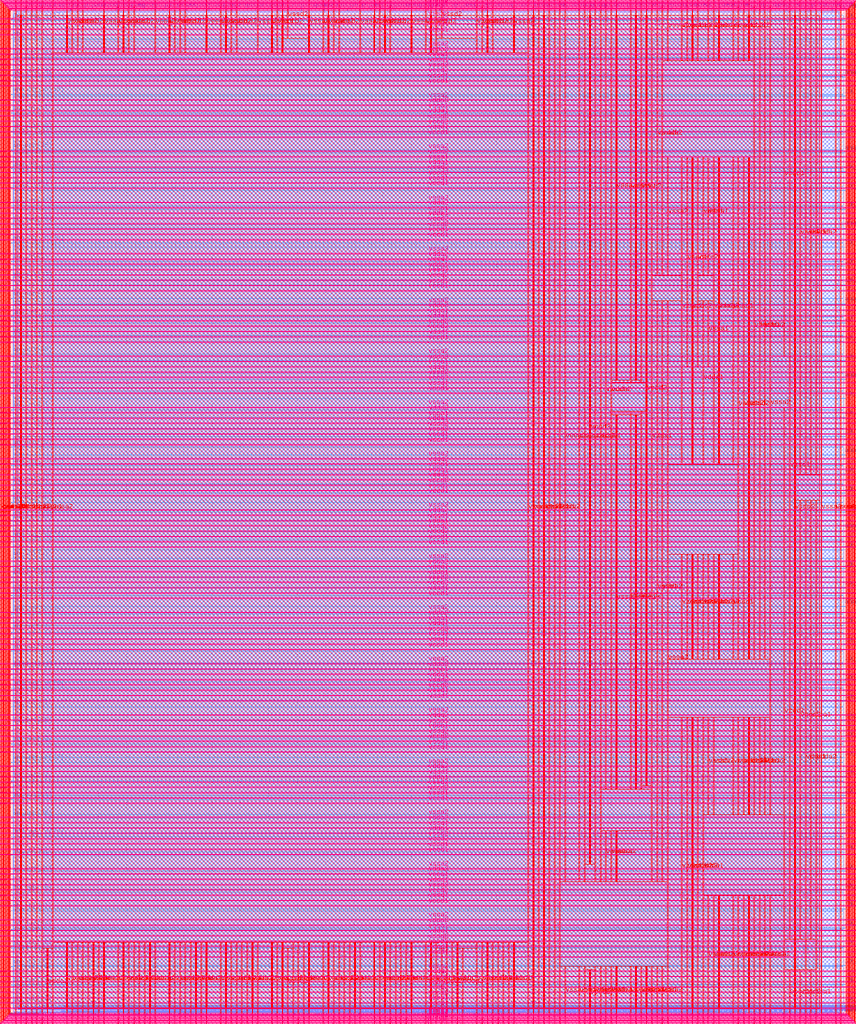
<source format=lef>
VERSION 5.7 ;
  NOWIREEXTENSIONATPIN ON ;
  DIVIDERCHAR "/" ;
  BUSBITCHARS "[]" ;
MACRO user_project_wrapper
  CLASS BLOCK ;
  FOREIGN user_project_wrapper ;
  ORIGIN 0.000 0.000 ;
  SIZE 2920.000 BY 3520.000 ;
  PIN analog_io[0]
    DIRECTION INOUT ;
    USE SIGNAL ;
    PORT
      LAYER met3 ;
        RECT 2917.600 1426.380 2924.800 1427.580 ;
    END
  END analog_io[0]
  PIN analog_io[10]
    DIRECTION INOUT ;
    USE SIGNAL ;
    PORT
      LAYER met2 ;
        RECT 2230.490 3517.600 2231.050 3524.800 ;
    END
  END analog_io[10]
  PIN analog_io[11]
    DIRECTION INOUT ;
    USE SIGNAL ;
    PORT
      LAYER met2 ;
        RECT 1905.730 3517.600 1906.290 3524.800 ;
    END
  END analog_io[11]
  PIN analog_io[12]
    DIRECTION INOUT ;
    USE SIGNAL ;
    PORT
      LAYER met2 ;
        RECT 1581.430 3517.600 1581.990 3524.800 ;
    END
  END analog_io[12]
  PIN analog_io[13]
    DIRECTION INOUT ;
    USE SIGNAL ;
    PORT
      LAYER met2 ;
        RECT 1257.130 3517.600 1257.690 3524.800 ;
    END
  END analog_io[13]
  PIN analog_io[14]
    DIRECTION INOUT ;
    USE SIGNAL ;
    PORT
      LAYER met2 ;
        RECT 932.370 3517.600 932.930 3524.800 ;
    END
  END analog_io[14]
  PIN analog_io[15]
    DIRECTION INOUT ;
    USE SIGNAL ;
    PORT
      LAYER met2 ;
        RECT 608.070 3517.600 608.630 3524.800 ;
    END
  END analog_io[15]
  PIN analog_io[16]
    DIRECTION INOUT ;
    USE SIGNAL ;
    PORT
      LAYER met2 ;
        RECT 283.770 3517.600 284.330 3524.800 ;
    END
  END analog_io[16]
  PIN analog_io[17]
    DIRECTION INOUT ;
    USE SIGNAL ;
    PORT
      LAYER met3 ;
        RECT -4.800 3486.100 2.400 3487.300 ;
    END
  END analog_io[17]
  PIN analog_io[18]
    DIRECTION INOUT ;
    USE SIGNAL ;
    PORT
      LAYER met3 ;
        RECT -4.800 3224.980 2.400 3226.180 ;
    END
  END analog_io[18]
  PIN analog_io[19]
    DIRECTION INOUT ;
    USE SIGNAL ;
    PORT
      LAYER met3 ;
        RECT -4.800 2964.540 2.400 2965.740 ;
    END
  END analog_io[19]
  PIN analog_io[1]
    DIRECTION INOUT ;
    USE SIGNAL ;
    PORT
      LAYER met3 ;
        RECT 2917.600 1692.260 2924.800 1693.460 ;
    END
  END analog_io[1]
  PIN analog_io[20]
    DIRECTION INOUT ;
    USE SIGNAL ;
    PORT
      LAYER met3 ;
        RECT -4.800 2703.420 2.400 2704.620 ;
    END
  END analog_io[20]
  PIN analog_io[21]
    DIRECTION INOUT ;
    USE SIGNAL ;
    PORT
      LAYER met3 ;
        RECT -4.800 2442.980 2.400 2444.180 ;
    END
  END analog_io[21]
  PIN analog_io[22]
    DIRECTION INOUT ;
    USE SIGNAL ;
    PORT
      LAYER met3 ;
        RECT -4.800 2182.540 2.400 2183.740 ;
    END
  END analog_io[22]
  PIN analog_io[23]
    DIRECTION INOUT ;
    USE SIGNAL ;
    PORT
      LAYER met3 ;
        RECT -4.800 1921.420 2.400 1922.620 ;
    END
  END analog_io[23]
  PIN analog_io[24]
    DIRECTION INOUT ;
    USE SIGNAL ;
    PORT
      LAYER met3 ;
        RECT -4.800 1660.980 2.400 1662.180 ;
    END
  END analog_io[24]
  PIN analog_io[25]
    DIRECTION INOUT ;
    USE SIGNAL ;
    PORT
      LAYER met3 ;
        RECT -4.800 1399.860 2.400 1401.060 ;
    END
  END analog_io[25]
  PIN analog_io[26]
    DIRECTION INOUT ;
    USE SIGNAL ;
    PORT
      LAYER met3 ;
        RECT -4.800 1139.420 2.400 1140.620 ;
    END
  END analog_io[26]
  PIN analog_io[27]
    DIRECTION INOUT ;
    USE SIGNAL ;
    PORT
      LAYER met3 ;
        RECT -4.800 878.980 2.400 880.180 ;
    END
  END analog_io[27]
  PIN analog_io[28]
    DIRECTION INOUT ;
    USE SIGNAL ;
    PORT
      LAYER met3 ;
        RECT -4.800 617.860 2.400 619.060 ;
    END
  END analog_io[28]
  PIN analog_io[2]
    DIRECTION INOUT ;
    USE SIGNAL ;
    PORT
      LAYER met3 ;
        RECT 2917.600 1958.140 2924.800 1959.340 ;
    END
  END analog_io[2]
  PIN analog_io[3]
    DIRECTION INOUT ;
    USE SIGNAL ;
    PORT
      LAYER met3 ;
        RECT 2917.600 2223.340 2924.800 2224.540 ;
    END
  END analog_io[3]
  PIN analog_io[4]
    DIRECTION INOUT ;
    USE SIGNAL ;
    PORT
      LAYER met3 ;
        RECT 2917.600 2489.220 2924.800 2490.420 ;
    END
  END analog_io[4]
  PIN analog_io[5]
    DIRECTION INOUT ;
    USE SIGNAL ;
    PORT
      LAYER met3 ;
        RECT 2917.600 2755.100 2924.800 2756.300 ;
    END
  END analog_io[5]
  PIN analog_io[6]
    DIRECTION INOUT ;
    USE SIGNAL ;
    PORT
      LAYER met3 ;
        RECT 2917.600 3020.300 2924.800 3021.500 ;
    END
  END analog_io[6]
  PIN analog_io[7]
    DIRECTION INOUT ;
    USE SIGNAL ;
    PORT
      LAYER met3 ;
        RECT 2917.600 3286.180 2924.800 3287.380 ;
    END
  END analog_io[7]
  PIN analog_io[8]
    DIRECTION INOUT ;
    USE SIGNAL ;
    PORT
      LAYER met2 ;
        RECT 2879.090 3517.600 2879.650 3524.800 ;
    END
  END analog_io[8]
  PIN analog_io[9]
    DIRECTION INOUT ;
    USE SIGNAL ;
    PORT
      LAYER met2 ;
        RECT 2554.790 3517.600 2555.350 3524.800 ;
    END
  END analog_io[9]
  PIN io_in[0]
    DIRECTION INPUT ;
    USE SIGNAL ;
    PORT
      LAYER met3 ;
        RECT 2917.600 32.380 2924.800 33.580 ;
    END
  END io_in[0]
  PIN io_in[10]
    DIRECTION INPUT ;
    USE SIGNAL ;
    PORT
      LAYER met3 ;
        RECT 2917.600 2289.980 2924.800 2291.180 ;
    END
  END io_in[10]
  PIN io_in[11]
    DIRECTION INPUT ;
    USE SIGNAL ;
    PORT
      LAYER met3 ;
        RECT 2917.600 2555.860 2924.800 2557.060 ;
    END
  END io_in[11]
  PIN io_in[12]
    DIRECTION INPUT ;
    USE SIGNAL ;
    PORT
      LAYER met3 ;
        RECT 2917.600 2821.060 2924.800 2822.260 ;
    END
  END io_in[12]
  PIN io_in[13]
    DIRECTION INPUT ;
    USE SIGNAL ;
    PORT
      LAYER met3 ;
        RECT 2917.600 3086.940 2924.800 3088.140 ;
    END
  END io_in[13]
  PIN io_in[14]
    DIRECTION INPUT ;
    USE SIGNAL ;
    PORT
      LAYER met3 ;
        RECT 2917.600 3352.820 2924.800 3354.020 ;
    END
  END io_in[14]
  PIN io_in[15]
    DIRECTION INPUT ;
    USE SIGNAL ;
    PORT
      LAYER met2 ;
        RECT 2798.130 3517.600 2798.690 3524.800 ;
    END
  END io_in[15]
  PIN io_in[16]
    DIRECTION INPUT ;
    USE SIGNAL ;
    PORT
      LAYER met2 ;
        RECT 2473.830 3517.600 2474.390 3524.800 ;
    END
  END io_in[16]
  PIN io_in[17]
    DIRECTION INPUT ;
    USE SIGNAL ;
    PORT
      LAYER met2 ;
        RECT 2149.070 3517.600 2149.630 3524.800 ;
    END
  END io_in[17]
  PIN io_in[18]
    DIRECTION INPUT ;
    USE SIGNAL ;
    PORT
      LAYER met2 ;
        RECT 1824.770 3517.600 1825.330 3524.800 ;
    END
  END io_in[18]
  PIN io_in[19]
    DIRECTION INPUT ;
    USE SIGNAL ;
    PORT
      LAYER met2 ;
        RECT 1500.470 3517.600 1501.030 3524.800 ;
    END
  END io_in[19]
  PIN io_in[1]
    DIRECTION INPUT ;
    USE SIGNAL ;
    PORT
      LAYER met3 ;
        RECT 2917.600 230.940 2924.800 232.140 ;
    END
  END io_in[1]
  PIN io_in[20]
    DIRECTION INPUT ;
    USE SIGNAL ;
    PORT
      LAYER met2 ;
        RECT 1175.710 3517.600 1176.270 3524.800 ;
    END
  END io_in[20]
  PIN io_in[21]
    DIRECTION INPUT ;
    USE SIGNAL ;
    PORT
      LAYER met2 ;
        RECT 851.410 3517.600 851.970 3524.800 ;
    END
  END io_in[21]
  PIN io_in[22]
    DIRECTION INPUT ;
    USE SIGNAL ;
    PORT
      LAYER met2 ;
        RECT 527.110 3517.600 527.670 3524.800 ;
    END
  END io_in[22]
  PIN io_in[23]
    DIRECTION INPUT ;
    USE SIGNAL ;
    PORT
      LAYER met2 ;
        RECT 202.350 3517.600 202.910 3524.800 ;
    END
  END io_in[23]
  PIN io_in[24]
    DIRECTION INPUT ;
    USE SIGNAL ;
    PORT
      LAYER met3 ;
        RECT -4.800 3420.820 2.400 3422.020 ;
    END
  END io_in[24]
  PIN io_in[25]
    DIRECTION INPUT ;
    USE SIGNAL ;
    PORT
      LAYER met3 ;
        RECT -4.800 3159.700 2.400 3160.900 ;
    END
  END io_in[25]
  PIN io_in[26]
    DIRECTION INPUT ;
    USE SIGNAL ;
    PORT
      LAYER met3 ;
        RECT -4.800 2899.260 2.400 2900.460 ;
    END
  END io_in[26]
  PIN io_in[27]
    DIRECTION INPUT ;
    USE SIGNAL ;
    PORT
      LAYER met3 ;
        RECT -4.800 2638.820 2.400 2640.020 ;
    END
  END io_in[27]
  PIN io_in[28]
    DIRECTION INPUT ;
    USE SIGNAL ;
    PORT
      LAYER met3 ;
        RECT -4.800 2377.700 2.400 2378.900 ;
    END
  END io_in[28]
  PIN io_in[29]
    DIRECTION INPUT ;
    USE SIGNAL ;
    PORT
      LAYER met3 ;
        RECT -4.800 2117.260 2.400 2118.460 ;
    END
  END io_in[29]
  PIN io_in[2]
    DIRECTION INPUT ;
    USE SIGNAL ;
    PORT
      LAYER met3 ;
        RECT 2917.600 430.180 2924.800 431.380 ;
    END
  END io_in[2]
  PIN io_in[30]
    DIRECTION INPUT ;
    USE SIGNAL ;
    PORT
      LAYER met3 ;
        RECT -4.800 1856.140 2.400 1857.340 ;
    END
  END io_in[30]
  PIN io_in[31]
    DIRECTION INPUT ;
    USE SIGNAL ;
    PORT
      LAYER met3 ;
        RECT -4.800 1595.700 2.400 1596.900 ;
    END
  END io_in[31]
  PIN io_in[32]
    DIRECTION INPUT ;
    USE SIGNAL ;
    PORT
      LAYER met3 ;
        RECT -4.800 1335.260 2.400 1336.460 ;
    END
  END io_in[32]
  PIN io_in[33]
    DIRECTION INPUT ;
    USE SIGNAL ;
    PORT
      LAYER met3 ;
        RECT -4.800 1074.140 2.400 1075.340 ;
    END
  END io_in[33]
  PIN io_in[34]
    DIRECTION INPUT ;
    USE SIGNAL ;
    PORT
      LAYER met3 ;
        RECT -4.800 813.700 2.400 814.900 ;
    END
  END io_in[34]
  PIN io_in[35]
    DIRECTION INPUT ;
    USE SIGNAL ;
    PORT
      LAYER met3 ;
        RECT -4.800 552.580 2.400 553.780 ;
    END
  END io_in[35]
  PIN io_in[36]
    DIRECTION INPUT ;
    USE SIGNAL ;
    PORT
      LAYER met3 ;
        RECT -4.800 357.420 2.400 358.620 ;
    END
  END io_in[36]
  PIN io_in[37]
    DIRECTION INPUT ;
    USE SIGNAL ;
    PORT
      LAYER met3 ;
        RECT -4.800 161.580 2.400 162.780 ;
    END
  END io_in[37]
  PIN io_in[3]
    DIRECTION INPUT ;
    USE SIGNAL ;
    PORT
      LAYER met3 ;
        RECT 2917.600 629.420 2924.800 630.620 ;
    END
  END io_in[3]
  PIN io_in[4]
    DIRECTION INPUT ;
    USE SIGNAL ;
    PORT
      LAYER met3 ;
        RECT 2917.600 828.660 2924.800 829.860 ;
    END
  END io_in[4]
  PIN io_in[5]
    DIRECTION INPUT ;
    USE SIGNAL ;
    PORT
      LAYER met3 ;
        RECT 2917.600 1027.900 2924.800 1029.100 ;
    END
  END io_in[5]
  PIN io_in[6]
    DIRECTION INPUT ;
    USE SIGNAL ;
    PORT
      LAYER met3 ;
        RECT 2917.600 1227.140 2924.800 1228.340 ;
    END
  END io_in[6]
  PIN io_in[7]
    DIRECTION INPUT ;
    USE SIGNAL ;
    PORT
      LAYER met3 ;
        RECT 2917.600 1493.020 2924.800 1494.220 ;
    END
  END io_in[7]
  PIN io_in[8]
    DIRECTION INPUT ;
    USE SIGNAL ;
    PORT
      LAYER met3 ;
        RECT 2917.600 1758.900 2924.800 1760.100 ;
    END
  END io_in[8]
  PIN io_in[9]
    DIRECTION INPUT ;
    USE SIGNAL ;
    PORT
      LAYER met3 ;
        RECT 2917.600 2024.100 2924.800 2025.300 ;
    END
  END io_in[9]
  PIN io_oeb[0]
    DIRECTION OUTPUT TRISTATE ;
    USE SIGNAL ;
    PORT
      LAYER met3 ;
        RECT 2917.600 164.980 2924.800 166.180 ;
    END
  END io_oeb[0]
  PIN io_oeb[10]
    DIRECTION OUTPUT TRISTATE ;
    USE SIGNAL ;
    PORT
      LAYER met3 ;
        RECT 2917.600 2422.580 2924.800 2423.780 ;
    END
  END io_oeb[10]
  PIN io_oeb[11]
    DIRECTION OUTPUT TRISTATE ;
    USE SIGNAL ;
    PORT
      LAYER met3 ;
        RECT 2917.600 2688.460 2924.800 2689.660 ;
    END
  END io_oeb[11]
  PIN io_oeb[12]
    DIRECTION OUTPUT TRISTATE ;
    USE SIGNAL ;
    PORT
      LAYER met3 ;
        RECT 2917.600 2954.340 2924.800 2955.540 ;
    END
  END io_oeb[12]
  PIN io_oeb[13]
    DIRECTION OUTPUT TRISTATE ;
    USE SIGNAL ;
    PORT
      LAYER met3 ;
        RECT 2917.600 3219.540 2924.800 3220.740 ;
    END
  END io_oeb[13]
  PIN io_oeb[14]
    DIRECTION OUTPUT TRISTATE ;
    USE SIGNAL ;
    PORT
      LAYER met3 ;
        RECT 2917.600 3485.420 2924.800 3486.620 ;
    END
  END io_oeb[14]
  PIN io_oeb[15]
    DIRECTION OUTPUT TRISTATE ;
    USE SIGNAL ;
    PORT
      LAYER met2 ;
        RECT 2635.750 3517.600 2636.310 3524.800 ;
    END
  END io_oeb[15]
  PIN io_oeb[16]
    DIRECTION OUTPUT TRISTATE ;
    USE SIGNAL ;
    PORT
      LAYER met2 ;
        RECT 2311.450 3517.600 2312.010 3524.800 ;
    END
  END io_oeb[16]
  PIN io_oeb[17]
    DIRECTION OUTPUT TRISTATE ;
    USE SIGNAL ;
    PORT
      LAYER met2 ;
        RECT 1987.150 3517.600 1987.710 3524.800 ;
    END
  END io_oeb[17]
  PIN io_oeb[18]
    DIRECTION OUTPUT TRISTATE ;
    USE SIGNAL ;
    PORT
      LAYER met2 ;
        RECT 1662.390 3517.600 1662.950 3524.800 ;
    END
  END io_oeb[18]
  PIN io_oeb[19]
    DIRECTION OUTPUT TRISTATE ;
    USE SIGNAL ;
    PORT
      LAYER met2 ;
        RECT 1338.090 3517.600 1338.650 3524.800 ;
    END
  END io_oeb[19]
  PIN io_oeb[1]
    DIRECTION OUTPUT TRISTATE ;
    USE SIGNAL ;
    PORT
      LAYER met3 ;
        RECT 2917.600 364.220 2924.800 365.420 ;
    END
  END io_oeb[1]
  PIN io_oeb[20]
    DIRECTION OUTPUT TRISTATE ;
    USE SIGNAL ;
    PORT
      LAYER met2 ;
        RECT 1013.790 3517.600 1014.350 3524.800 ;
    END
  END io_oeb[20]
  PIN io_oeb[21]
    DIRECTION OUTPUT TRISTATE ;
    USE SIGNAL ;
    PORT
      LAYER met2 ;
        RECT 689.030 3517.600 689.590 3524.800 ;
    END
  END io_oeb[21]
  PIN io_oeb[22]
    DIRECTION OUTPUT TRISTATE ;
    USE SIGNAL ;
    PORT
      LAYER met2 ;
        RECT 364.730 3517.600 365.290 3524.800 ;
    END
  END io_oeb[22]
  PIN io_oeb[23]
    DIRECTION OUTPUT TRISTATE ;
    USE SIGNAL ;
    PORT
      LAYER met2 ;
        RECT 40.430 3517.600 40.990 3524.800 ;
    END
  END io_oeb[23]
  PIN io_oeb[24]
    DIRECTION OUTPUT TRISTATE ;
    USE SIGNAL ;
    PORT
      LAYER met3 ;
        RECT -4.800 3290.260 2.400 3291.460 ;
    END
  END io_oeb[24]
  PIN io_oeb[25]
    DIRECTION OUTPUT TRISTATE ;
    USE SIGNAL ;
    PORT
      LAYER met3 ;
        RECT -4.800 3029.820 2.400 3031.020 ;
    END
  END io_oeb[25]
  PIN io_oeb[26]
    DIRECTION OUTPUT TRISTATE ;
    USE SIGNAL ;
    PORT
      LAYER met3 ;
        RECT -4.800 2768.700 2.400 2769.900 ;
    END
  END io_oeb[26]
  PIN io_oeb[27]
    DIRECTION OUTPUT TRISTATE ;
    USE SIGNAL ;
    PORT
      LAYER met3 ;
        RECT -4.800 2508.260 2.400 2509.460 ;
    END
  END io_oeb[27]
  PIN io_oeb[28]
    DIRECTION OUTPUT TRISTATE ;
    USE SIGNAL ;
    PORT
      LAYER met3 ;
        RECT -4.800 2247.140 2.400 2248.340 ;
    END
  END io_oeb[28]
  PIN io_oeb[29]
    DIRECTION OUTPUT TRISTATE ;
    USE SIGNAL ;
    PORT
      LAYER met3 ;
        RECT -4.800 1986.700 2.400 1987.900 ;
    END
  END io_oeb[29]
  PIN io_oeb[2]
    DIRECTION OUTPUT TRISTATE ;
    USE SIGNAL ;
    PORT
      LAYER met3 ;
        RECT 2917.600 563.460 2924.800 564.660 ;
    END
  END io_oeb[2]
  PIN io_oeb[30]
    DIRECTION OUTPUT TRISTATE ;
    USE SIGNAL ;
    PORT
      LAYER met3 ;
        RECT -4.800 1726.260 2.400 1727.460 ;
    END
  END io_oeb[30]
  PIN io_oeb[31]
    DIRECTION OUTPUT TRISTATE ;
    USE SIGNAL ;
    PORT
      LAYER met3 ;
        RECT -4.800 1465.140 2.400 1466.340 ;
    END
  END io_oeb[31]
  PIN io_oeb[32]
    DIRECTION OUTPUT TRISTATE ;
    USE SIGNAL ;
    PORT
      LAYER met3 ;
        RECT -4.800 1204.700 2.400 1205.900 ;
    END
  END io_oeb[32]
  PIN io_oeb[33]
    DIRECTION OUTPUT TRISTATE ;
    USE SIGNAL ;
    PORT
      LAYER met3 ;
        RECT -4.800 943.580 2.400 944.780 ;
    END
  END io_oeb[33]
  PIN io_oeb[34]
    DIRECTION OUTPUT TRISTATE ;
    USE SIGNAL ;
    PORT
      LAYER met3 ;
        RECT -4.800 683.140 2.400 684.340 ;
    END
  END io_oeb[34]
  PIN io_oeb[35]
    DIRECTION OUTPUT TRISTATE ;
    USE SIGNAL ;
    PORT
      LAYER met3 ;
        RECT -4.800 422.700 2.400 423.900 ;
    END
  END io_oeb[35]
  PIN io_oeb[36]
    DIRECTION OUTPUT TRISTATE ;
    USE SIGNAL ;
    PORT
      LAYER met3 ;
        RECT -4.800 226.860 2.400 228.060 ;
    END
  END io_oeb[36]
  PIN io_oeb[37]
    DIRECTION OUTPUT TRISTATE ;
    USE SIGNAL ;
    PORT
      LAYER met3 ;
        RECT -4.800 31.700 2.400 32.900 ;
    END
  END io_oeb[37]
  PIN io_oeb[3]
    DIRECTION OUTPUT TRISTATE ;
    USE SIGNAL ;
    PORT
      LAYER met3 ;
        RECT 2917.600 762.700 2924.800 763.900 ;
    END
  END io_oeb[3]
  PIN io_oeb[4]
    DIRECTION OUTPUT TRISTATE ;
    USE SIGNAL ;
    PORT
      LAYER met3 ;
        RECT 2917.600 961.940 2924.800 963.140 ;
    END
  END io_oeb[4]
  PIN io_oeb[5]
    DIRECTION OUTPUT TRISTATE ;
    USE SIGNAL ;
    PORT
      LAYER met3 ;
        RECT 2917.600 1161.180 2924.800 1162.380 ;
    END
  END io_oeb[5]
  PIN io_oeb[6]
    DIRECTION OUTPUT TRISTATE ;
    USE SIGNAL ;
    PORT
      LAYER met3 ;
        RECT 2917.600 1360.420 2924.800 1361.620 ;
    END
  END io_oeb[6]
  PIN io_oeb[7]
    DIRECTION OUTPUT TRISTATE ;
    USE SIGNAL ;
    PORT
      LAYER met3 ;
        RECT 2917.600 1625.620 2924.800 1626.820 ;
    END
  END io_oeb[7]
  PIN io_oeb[8]
    DIRECTION OUTPUT TRISTATE ;
    USE SIGNAL ;
    PORT
      LAYER met3 ;
        RECT 2917.600 1891.500 2924.800 1892.700 ;
    END
  END io_oeb[8]
  PIN io_oeb[9]
    DIRECTION OUTPUT TRISTATE ;
    USE SIGNAL ;
    PORT
      LAYER met3 ;
        RECT 2917.600 2157.380 2924.800 2158.580 ;
    END
  END io_oeb[9]
  PIN io_out[0]
    DIRECTION OUTPUT TRISTATE ;
    USE SIGNAL ;
    PORT
      LAYER met3 ;
        RECT 2917.600 98.340 2924.800 99.540 ;
    END
  END io_out[0]
  PIN io_out[10]
    DIRECTION OUTPUT TRISTATE ;
    USE SIGNAL ;
    PORT
      LAYER met3 ;
        RECT 2917.600 2356.620 2924.800 2357.820 ;
    END
  END io_out[10]
  PIN io_out[11]
    DIRECTION OUTPUT TRISTATE ;
    USE SIGNAL ;
    PORT
      LAYER met3 ;
        RECT 2917.600 2621.820 2924.800 2623.020 ;
    END
  END io_out[11]
  PIN io_out[12]
    DIRECTION OUTPUT TRISTATE ;
    USE SIGNAL ;
    PORT
      LAYER met3 ;
        RECT 2917.600 2887.700 2924.800 2888.900 ;
    END
  END io_out[12]
  PIN io_out[13]
    DIRECTION OUTPUT TRISTATE ;
    USE SIGNAL ;
    PORT
      LAYER met3 ;
        RECT 2917.600 3153.580 2924.800 3154.780 ;
    END
  END io_out[13]
  PIN io_out[14]
    DIRECTION OUTPUT TRISTATE ;
    USE SIGNAL ;
    PORT
      LAYER met3 ;
        RECT 2917.600 3418.780 2924.800 3419.980 ;
    END
  END io_out[14]
  PIN io_out[15]
    DIRECTION OUTPUT TRISTATE ;
    USE SIGNAL ;
    PORT
      LAYER met2 ;
        RECT 2717.170 3517.600 2717.730 3524.800 ;
    END
  END io_out[15]
  PIN io_out[16]
    DIRECTION OUTPUT TRISTATE ;
    USE SIGNAL ;
    PORT
      LAYER met2 ;
        RECT 2392.410 3517.600 2392.970 3524.800 ;
    END
  END io_out[16]
  PIN io_out[17]
    DIRECTION OUTPUT TRISTATE ;
    USE SIGNAL ;
    PORT
      LAYER met2 ;
        RECT 2068.110 3517.600 2068.670 3524.800 ;
    END
  END io_out[17]
  PIN io_out[18]
    DIRECTION OUTPUT TRISTATE ;
    USE SIGNAL ;
    PORT
      LAYER met2 ;
        RECT 1743.810 3517.600 1744.370 3524.800 ;
    END
  END io_out[18]
  PIN io_out[19]
    DIRECTION OUTPUT TRISTATE ;
    USE SIGNAL ;
    PORT
      LAYER met2 ;
        RECT 1419.050 3517.600 1419.610 3524.800 ;
    END
  END io_out[19]
  PIN io_out[1]
    DIRECTION OUTPUT TRISTATE ;
    USE SIGNAL ;
    PORT
      LAYER met3 ;
        RECT 2917.600 297.580 2924.800 298.780 ;
    END
  END io_out[1]
  PIN io_out[20]
    DIRECTION OUTPUT TRISTATE ;
    USE SIGNAL ;
    PORT
      LAYER met2 ;
        RECT 1094.750 3517.600 1095.310 3524.800 ;
    END
  END io_out[20]
  PIN io_out[21]
    DIRECTION OUTPUT TRISTATE ;
    USE SIGNAL ;
    PORT
      LAYER met2 ;
        RECT 770.450 3517.600 771.010 3524.800 ;
    END
  END io_out[21]
  PIN io_out[22]
    DIRECTION OUTPUT TRISTATE ;
    USE SIGNAL ;
    PORT
      LAYER met2 ;
        RECT 445.690 3517.600 446.250 3524.800 ;
    END
  END io_out[22]
  PIN io_out[23]
    DIRECTION OUTPUT TRISTATE ;
    USE SIGNAL ;
    PORT
      LAYER met2 ;
        RECT 121.390 3517.600 121.950 3524.800 ;
    END
  END io_out[23]
  PIN io_out[24]
    DIRECTION OUTPUT TRISTATE ;
    USE SIGNAL ;
    PORT
      LAYER met3 ;
        RECT -4.800 3355.540 2.400 3356.740 ;
    END
  END io_out[24]
  PIN io_out[25]
    DIRECTION OUTPUT TRISTATE ;
    USE SIGNAL ;
    PORT
      LAYER met3 ;
        RECT -4.800 3095.100 2.400 3096.300 ;
    END
  END io_out[25]
  PIN io_out[26]
    DIRECTION OUTPUT TRISTATE ;
    USE SIGNAL ;
    PORT
      LAYER met3 ;
        RECT -4.800 2833.980 2.400 2835.180 ;
    END
  END io_out[26]
  PIN io_out[27]
    DIRECTION OUTPUT TRISTATE ;
    USE SIGNAL ;
    PORT
      LAYER met3 ;
        RECT -4.800 2573.540 2.400 2574.740 ;
    END
  END io_out[27]
  PIN io_out[28]
    DIRECTION OUTPUT TRISTATE ;
    USE SIGNAL ;
    PORT
      LAYER met3 ;
        RECT -4.800 2312.420 2.400 2313.620 ;
    END
  END io_out[28]
  PIN io_out[29]
    DIRECTION OUTPUT TRISTATE ;
    USE SIGNAL ;
    PORT
      LAYER met3 ;
        RECT -4.800 2051.980 2.400 2053.180 ;
    END
  END io_out[29]
  PIN io_out[2]
    DIRECTION OUTPUT TRISTATE ;
    USE SIGNAL ;
    PORT
      LAYER met3 ;
        RECT 2917.600 496.820 2924.800 498.020 ;
    END
  END io_out[2]
  PIN io_out[30]
    DIRECTION OUTPUT TRISTATE ;
    USE SIGNAL ;
    PORT
      LAYER met3 ;
        RECT -4.800 1791.540 2.400 1792.740 ;
    END
  END io_out[30]
  PIN io_out[31]
    DIRECTION OUTPUT TRISTATE ;
    USE SIGNAL ;
    PORT
      LAYER met3 ;
        RECT -4.800 1530.420 2.400 1531.620 ;
    END
  END io_out[31]
  PIN io_out[32]
    DIRECTION OUTPUT TRISTATE ;
    USE SIGNAL ;
    PORT
      LAYER met3 ;
        RECT -4.800 1269.980 2.400 1271.180 ;
    END
  END io_out[32]
  PIN io_out[33]
    DIRECTION OUTPUT TRISTATE ;
    USE SIGNAL ;
    PORT
      LAYER met3 ;
        RECT -4.800 1008.860 2.400 1010.060 ;
    END
  END io_out[33]
  PIN io_out[34]
    DIRECTION OUTPUT TRISTATE ;
    USE SIGNAL ;
    PORT
      LAYER met3 ;
        RECT -4.800 748.420 2.400 749.620 ;
    END
  END io_out[34]
  PIN io_out[35]
    DIRECTION OUTPUT TRISTATE ;
    USE SIGNAL ;
    PORT
      LAYER met3 ;
        RECT -4.800 487.300 2.400 488.500 ;
    END
  END io_out[35]
  PIN io_out[36]
    DIRECTION OUTPUT TRISTATE ;
    USE SIGNAL ;
    PORT
      LAYER met3 ;
        RECT -4.800 292.140 2.400 293.340 ;
    END
  END io_out[36]
  PIN io_out[37]
    DIRECTION OUTPUT TRISTATE ;
    USE SIGNAL ;
    PORT
      LAYER met3 ;
        RECT -4.800 96.300 2.400 97.500 ;
    END
  END io_out[37]
  PIN io_out[3]
    DIRECTION OUTPUT TRISTATE ;
    USE SIGNAL ;
    PORT
      LAYER met3 ;
        RECT 2917.600 696.060 2924.800 697.260 ;
    END
  END io_out[3]
  PIN io_out[4]
    DIRECTION OUTPUT TRISTATE ;
    USE SIGNAL ;
    PORT
      LAYER met3 ;
        RECT 2917.600 895.300 2924.800 896.500 ;
    END
  END io_out[4]
  PIN io_out[5]
    DIRECTION OUTPUT TRISTATE ;
    USE SIGNAL ;
    PORT
      LAYER met3 ;
        RECT 2917.600 1094.540 2924.800 1095.740 ;
    END
  END io_out[5]
  PIN io_out[6]
    DIRECTION OUTPUT TRISTATE ;
    USE SIGNAL ;
    PORT
      LAYER met3 ;
        RECT 2917.600 1293.780 2924.800 1294.980 ;
    END
  END io_out[6]
  PIN io_out[7]
    DIRECTION OUTPUT TRISTATE ;
    USE SIGNAL ;
    PORT
      LAYER met3 ;
        RECT 2917.600 1559.660 2924.800 1560.860 ;
    END
  END io_out[7]
  PIN io_out[8]
    DIRECTION OUTPUT TRISTATE ;
    USE SIGNAL ;
    PORT
      LAYER met3 ;
        RECT 2917.600 1824.860 2924.800 1826.060 ;
    END
  END io_out[8]
  PIN io_out[9]
    DIRECTION OUTPUT TRISTATE ;
    USE SIGNAL ;
    PORT
      LAYER met3 ;
        RECT 2917.600 2090.740 2924.800 2091.940 ;
    END
  END io_out[9]
  PIN la_data_in[0]
    DIRECTION INPUT ;
    USE SIGNAL ;
    PORT
      LAYER met2 ;
        RECT 629.230 -4.800 629.790 2.400 ;
    END
  END la_data_in[0]
  PIN la_data_in[100]
    DIRECTION INPUT ;
    USE SIGNAL ;
    PORT
      LAYER met2 ;
        RECT 2402.530 -4.800 2403.090 2.400 ;
    END
  END la_data_in[100]
  PIN la_data_in[101]
    DIRECTION INPUT ;
    USE SIGNAL ;
    PORT
      LAYER met2 ;
        RECT 2420.010 -4.800 2420.570 2.400 ;
    END
  END la_data_in[101]
  PIN la_data_in[102]
    DIRECTION INPUT ;
    USE SIGNAL ;
    PORT
      LAYER met2 ;
        RECT 2437.950 -4.800 2438.510 2.400 ;
    END
  END la_data_in[102]
  PIN la_data_in[103]
    DIRECTION INPUT ;
    USE SIGNAL ;
    PORT
      LAYER met2 ;
        RECT 2455.430 -4.800 2455.990 2.400 ;
    END
  END la_data_in[103]
  PIN la_data_in[104]
    DIRECTION INPUT ;
    USE SIGNAL ;
    PORT
      LAYER met2 ;
        RECT 2473.370 -4.800 2473.930 2.400 ;
    END
  END la_data_in[104]
  PIN la_data_in[105]
    DIRECTION INPUT ;
    USE SIGNAL ;
    PORT
      LAYER met2 ;
        RECT 2490.850 -4.800 2491.410 2.400 ;
    END
  END la_data_in[105]
  PIN la_data_in[106]
    DIRECTION INPUT ;
    USE SIGNAL ;
    PORT
      LAYER met2 ;
        RECT 2508.790 -4.800 2509.350 2.400 ;
    END
  END la_data_in[106]
  PIN la_data_in[107]
    DIRECTION INPUT ;
    USE SIGNAL ;
    PORT
      LAYER met2 ;
        RECT 2526.730 -4.800 2527.290 2.400 ;
    END
  END la_data_in[107]
  PIN la_data_in[108]
    DIRECTION INPUT ;
    USE SIGNAL ;
    PORT
      LAYER met2 ;
        RECT 2544.210 -4.800 2544.770 2.400 ;
    END
  END la_data_in[108]
  PIN la_data_in[109]
    DIRECTION INPUT ;
    USE SIGNAL ;
    PORT
      LAYER met2 ;
        RECT 2562.150 -4.800 2562.710 2.400 ;
    END
  END la_data_in[109]
  PIN la_data_in[10]
    DIRECTION INPUT ;
    USE SIGNAL ;
    PORT
      LAYER met2 ;
        RECT 806.330 -4.800 806.890 2.400 ;
    END
  END la_data_in[10]
  PIN la_data_in[110]
    DIRECTION INPUT ;
    USE SIGNAL ;
    PORT
      LAYER met2 ;
        RECT 2579.630 -4.800 2580.190 2.400 ;
    END
  END la_data_in[110]
  PIN la_data_in[111]
    DIRECTION INPUT ;
    USE SIGNAL ;
    PORT
      LAYER met2 ;
        RECT 2597.570 -4.800 2598.130 2.400 ;
    END
  END la_data_in[111]
  PIN la_data_in[112]
    DIRECTION INPUT ;
    USE SIGNAL ;
    PORT
      LAYER met2 ;
        RECT 2615.050 -4.800 2615.610 2.400 ;
    END
  END la_data_in[112]
  PIN la_data_in[113]
    DIRECTION INPUT ;
    USE SIGNAL ;
    PORT
      LAYER met2 ;
        RECT 2632.990 -4.800 2633.550 2.400 ;
    END
  END la_data_in[113]
  PIN la_data_in[114]
    DIRECTION INPUT ;
    USE SIGNAL ;
    PORT
      LAYER met2 ;
        RECT 2650.470 -4.800 2651.030 2.400 ;
    END
  END la_data_in[114]
  PIN la_data_in[115]
    DIRECTION INPUT ;
    USE SIGNAL ;
    PORT
      LAYER met2 ;
        RECT 2668.410 -4.800 2668.970 2.400 ;
    END
  END la_data_in[115]
  PIN la_data_in[116]
    DIRECTION INPUT ;
    USE SIGNAL ;
    PORT
      LAYER met2 ;
        RECT 2685.890 -4.800 2686.450 2.400 ;
    END
  END la_data_in[116]
  PIN la_data_in[117]
    DIRECTION INPUT ;
    USE SIGNAL ;
    PORT
      LAYER met2 ;
        RECT 2703.830 -4.800 2704.390 2.400 ;
    END
  END la_data_in[117]
  PIN la_data_in[118]
    DIRECTION INPUT ;
    USE SIGNAL ;
    PORT
      LAYER met2 ;
        RECT 2721.770 -4.800 2722.330 2.400 ;
    END
  END la_data_in[118]
  PIN la_data_in[119]
    DIRECTION INPUT ;
    USE SIGNAL ;
    PORT
      LAYER met2 ;
        RECT 2739.250 -4.800 2739.810 2.400 ;
    END
  END la_data_in[119]
  PIN la_data_in[11]
    DIRECTION INPUT ;
    USE SIGNAL ;
    PORT
      LAYER met2 ;
        RECT 824.270 -4.800 824.830 2.400 ;
    END
  END la_data_in[11]
  PIN la_data_in[120]
    DIRECTION INPUT ;
    USE SIGNAL ;
    PORT
      LAYER met2 ;
        RECT 2757.190 -4.800 2757.750 2.400 ;
    END
  END la_data_in[120]
  PIN la_data_in[121]
    DIRECTION INPUT ;
    USE SIGNAL ;
    PORT
      LAYER met2 ;
        RECT 2774.670 -4.800 2775.230 2.400 ;
    END
  END la_data_in[121]
  PIN la_data_in[122]
    DIRECTION INPUT ;
    USE SIGNAL ;
    PORT
      LAYER met2 ;
        RECT 2792.610 -4.800 2793.170 2.400 ;
    END
  END la_data_in[122]
  PIN la_data_in[123]
    DIRECTION INPUT ;
    USE SIGNAL ;
    PORT
      LAYER met2 ;
        RECT 2810.090 -4.800 2810.650 2.400 ;
    END
  END la_data_in[123]
  PIN la_data_in[124]
    DIRECTION INPUT ;
    USE SIGNAL ;
    PORT
      LAYER met2 ;
        RECT 2828.030 -4.800 2828.590 2.400 ;
    END
  END la_data_in[124]
  PIN la_data_in[125]
    DIRECTION INPUT ;
    USE SIGNAL ;
    PORT
      LAYER met2 ;
        RECT 2845.510 -4.800 2846.070 2.400 ;
    END
  END la_data_in[125]
  PIN la_data_in[126]
    DIRECTION INPUT ;
    USE SIGNAL ;
    PORT
      LAYER met2 ;
        RECT 2863.450 -4.800 2864.010 2.400 ;
    END
  END la_data_in[126]
  PIN la_data_in[127]
    DIRECTION INPUT ;
    USE SIGNAL ;
    PORT
      LAYER met2 ;
        RECT 2881.390 -4.800 2881.950 2.400 ;
    END
  END la_data_in[127]
  PIN la_data_in[12]
    DIRECTION INPUT ;
    USE SIGNAL ;
    PORT
      LAYER met2 ;
        RECT 841.750 -4.800 842.310 2.400 ;
    END
  END la_data_in[12]
  PIN la_data_in[13]
    DIRECTION INPUT ;
    USE SIGNAL ;
    PORT
      LAYER met2 ;
        RECT 859.690 -4.800 860.250 2.400 ;
    END
  END la_data_in[13]
  PIN la_data_in[14]
    DIRECTION INPUT ;
    USE SIGNAL ;
    PORT
      LAYER met2 ;
        RECT 877.170 -4.800 877.730 2.400 ;
    END
  END la_data_in[14]
  PIN la_data_in[15]
    DIRECTION INPUT ;
    USE SIGNAL ;
    PORT
      LAYER met2 ;
        RECT 895.110 -4.800 895.670 2.400 ;
    END
  END la_data_in[15]
  PIN la_data_in[16]
    DIRECTION INPUT ;
    USE SIGNAL ;
    PORT
      LAYER met2 ;
        RECT 912.590 -4.800 913.150 2.400 ;
    END
  END la_data_in[16]
  PIN la_data_in[17]
    DIRECTION INPUT ;
    USE SIGNAL ;
    PORT
      LAYER met2 ;
        RECT 930.530 -4.800 931.090 2.400 ;
    END
  END la_data_in[17]
  PIN la_data_in[18]
    DIRECTION INPUT ;
    USE SIGNAL ;
    PORT
      LAYER met2 ;
        RECT 948.470 -4.800 949.030 2.400 ;
    END
  END la_data_in[18]
  PIN la_data_in[19]
    DIRECTION INPUT ;
    USE SIGNAL ;
    PORT
      LAYER met2 ;
        RECT 965.950 -4.800 966.510 2.400 ;
    END
  END la_data_in[19]
  PIN la_data_in[1]
    DIRECTION INPUT ;
    USE SIGNAL ;
    PORT
      LAYER met2 ;
        RECT 646.710 -4.800 647.270 2.400 ;
    END
  END la_data_in[1]
  PIN la_data_in[20]
    DIRECTION INPUT ;
    USE SIGNAL ;
    PORT
      LAYER met2 ;
        RECT 983.890 -4.800 984.450 2.400 ;
    END
  END la_data_in[20]
  PIN la_data_in[21]
    DIRECTION INPUT ;
    USE SIGNAL ;
    PORT
      LAYER met2 ;
        RECT 1001.370 -4.800 1001.930 2.400 ;
    END
  END la_data_in[21]
  PIN la_data_in[22]
    DIRECTION INPUT ;
    USE SIGNAL ;
    PORT
      LAYER met2 ;
        RECT 1019.310 -4.800 1019.870 2.400 ;
    END
  END la_data_in[22]
  PIN la_data_in[23]
    DIRECTION INPUT ;
    USE SIGNAL ;
    PORT
      LAYER met2 ;
        RECT 1036.790 -4.800 1037.350 2.400 ;
    END
  END la_data_in[23]
  PIN la_data_in[24]
    DIRECTION INPUT ;
    USE SIGNAL ;
    PORT
      LAYER met2 ;
        RECT 1054.730 -4.800 1055.290 2.400 ;
    END
  END la_data_in[24]
  PIN la_data_in[25]
    DIRECTION INPUT ;
    USE SIGNAL ;
    PORT
      LAYER met2 ;
        RECT 1072.210 -4.800 1072.770 2.400 ;
    END
  END la_data_in[25]
  PIN la_data_in[26]
    DIRECTION INPUT ;
    USE SIGNAL ;
    PORT
      LAYER met2 ;
        RECT 1090.150 -4.800 1090.710 2.400 ;
    END
  END la_data_in[26]
  PIN la_data_in[27]
    DIRECTION INPUT ;
    USE SIGNAL ;
    PORT
      LAYER met2 ;
        RECT 1107.630 -4.800 1108.190 2.400 ;
    END
  END la_data_in[27]
  PIN la_data_in[28]
    DIRECTION INPUT ;
    USE SIGNAL ;
    PORT
      LAYER met2 ;
        RECT 1125.570 -4.800 1126.130 2.400 ;
    END
  END la_data_in[28]
  PIN la_data_in[29]
    DIRECTION INPUT ;
    USE SIGNAL ;
    PORT
      LAYER met2 ;
        RECT 1143.510 -4.800 1144.070 2.400 ;
    END
  END la_data_in[29]
  PIN la_data_in[2]
    DIRECTION INPUT ;
    USE SIGNAL ;
    PORT
      LAYER met2 ;
        RECT 664.650 -4.800 665.210 2.400 ;
    END
  END la_data_in[2]
  PIN la_data_in[30]
    DIRECTION INPUT ;
    USE SIGNAL ;
    PORT
      LAYER met2 ;
        RECT 1160.990 -4.800 1161.550 2.400 ;
    END
  END la_data_in[30]
  PIN la_data_in[31]
    DIRECTION INPUT ;
    USE SIGNAL ;
    PORT
      LAYER met2 ;
        RECT 1178.930 -4.800 1179.490 2.400 ;
    END
  END la_data_in[31]
  PIN la_data_in[32]
    DIRECTION INPUT ;
    USE SIGNAL ;
    PORT
      LAYER met2 ;
        RECT 1196.410 -4.800 1196.970 2.400 ;
    END
  END la_data_in[32]
  PIN la_data_in[33]
    DIRECTION INPUT ;
    USE SIGNAL ;
    PORT
      LAYER met2 ;
        RECT 1214.350 -4.800 1214.910 2.400 ;
    END
  END la_data_in[33]
  PIN la_data_in[34]
    DIRECTION INPUT ;
    USE SIGNAL ;
    PORT
      LAYER met2 ;
        RECT 1231.830 -4.800 1232.390 2.400 ;
    END
  END la_data_in[34]
  PIN la_data_in[35]
    DIRECTION INPUT ;
    USE SIGNAL ;
    PORT
      LAYER met2 ;
        RECT 1249.770 -4.800 1250.330 2.400 ;
    END
  END la_data_in[35]
  PIN la_data_in[36]
    DIRECTION INPUT ;
    USE SIGNAL ;
    PORT
      LAYER met2 ;
        RECT 1267.250 -4.800 1267.810 2.400 ;
    END
  END la_data_in[36]
  PIN la_data_in[37]
    DIRECTION INPUT ;
    USE SIGNAL ;
    PORT
      LAYER met2 ;
        RECT 1285.190 -4.800 1285.750 2.400 ;
    END
  END la_data_in[37]
  PIN la_data_in[38]
    DIRECTION INPUT ;
    USE SIGNAL ;
    PORT
      LAYER met2 ;
        RECT 1303.130 -4.800 1303.690 2.400 ;
    END
  END la_data_in[38]
  PIN la_data_in[39]
    DIRECTION INPUT ;
    USE SIGNAL ;
    PORT
      LAYER met2 ;
        RECT 1320.610 -4.800 1321.170 2.400 ;
    END
  END la_data_in[39]
  PIN la_data_in[3]
    DIRECTION INPUT ;
    USE SIGNAL ;
    PORT
      LAYER met2 ;
        RECT 682.130 -4.800 682.690 2.400 ;
    END
  END la_data_in[3]
  PIN la_data_in[40]
    DIRECTION INPUT ;
    USE SIGNAL ;
    PORT
      LAYER met2 ;
        RECT 1338.550 -4.800 1339.110 2.400 ;
    END
  END la_data_in[40]
  PIN la_data_in[41]
    DIRECTION INPUT ;
    USE SIGNAL ;
    PORT
      LAYER met2 ;
        RECT 1356.030 -4.800 1356.590 2.400 ;
    END
  END la_data_in[41]
  PIN la_data_in[42]
    DIRECTION INPUT ;
    USE SIGNAL ;
    PORT
      LAYER met2 ;
        RECT 1373.970 -4.800 1374.530 2.400 ;
    END
  END la_data_in[42]
  PIN la_data_in[43]
    DIRECTION INPUT ;
    USE SIGNAL ;
    PORT
      LAYER met2 ;
        RECT 1391.450 -4.800 1392.010 2.400 ;
    END
  END la_data_in[43]
  PIN la_data_in[44]
    DIRECTION INPUT ;
    USE SIGNAL ;
    PORT
      LAYER met2 ;
        RECT 1409.390 -4.800 1409.950 2.400 ;
    END
  END la_data_in[44]
  PIN la_data_in[45]
    DIRECTION INPUT ;
    USE SIGNAL ;
    PORT
      LAYER met2 ;
        RECT 1426.870 -4.800 1427.430 2.400 ;
    END
  END la_data_in[45]
  PIN la_data_in[46]
    DIRECTION INPUT ;
    USE SIGNAL ;
    PORT
      LAYER met2 ;
        RECT 1444.810 -4.800 1445.370 2.400 ;
    END
  END la_data_in[46]
  PIN la_data_in[47]
    DIRECTION INPUT ;
    USE SIGNAL ;
    PORT
      LAYER met2 ;
        RECT 1462.750 -4.800 1463.310 2.400 ;
    END
  END la_data_in[47]
  PIN la_data_in[48]
    DIRECTION INPUT ;
    USE SIGNAL ;
    PORT
      LAYER met2 ;
        RECT 1480.230 -4.800 1480.790 2.400 ;
    END
  END la_data_in[48]
  PIN la_data_in[49]
    DIRECTION INPUT ;
    USE SIGNAL ;
    PORT
      LAYER met2 ;
        RECT 1498.170 -4.800 1498.730 2.400 ;
    END
  END la_data_in[49]
  PIN la_data_in[4]
    DIRECTION INPUT ;
    USE SIGNAL ;
    PORT
      LAYER met2 ;
        RECT 700.070 -4.800 700.630 2.400 ;
    END
  END la_data_in[4]
  PIN la_data_in[50]
    DIRECTION INPUT ;
    USE SIGNAL ;
    PORT
      LAYER met2 ;
        RECT 1515.650 -4.800 1516.210 2.400 ;
    END
  END la_data_in[50]
  PIN la_data_in[51]
    DIRECTION INPUT ;
    USE SIGNAL ;
    PORT
      LAYER met2 ;
        RECT 1533.590 -4.800 1534.150 2.400 ;
    END
  END la_data_in[51]
  PIN la_data_in[52]
    DIRECTION INPUT ;
    USE SIGNAL ;
    PORT
      LAYER met2 ;
        RECT 1551.070 -4.800 1551.630 2.400 ;
    END
  END la_data_in[52]
  PIN la_data_in[53]
    DIRECTION INPUT ;
    USE SIGNAL ;
    PORT
      LAYER met2 ;
        RECT 1569.010 -4.800 1569.570 2.400 ;
    END
  END la_data_in[53]
  PIN la_data_in[54]
    DIRECTION INPUT ;
    USE SIGNAL ;
    PORT
      LAYER met2 ;
        RECT 1586.490 -4.800 1587.050 2.400 ;
    END
  END la_data_in[54]
  PIN la_data_in[55]
    DIRECTION INPUT ;
    USE SIGNAL ;
    PORT
      LAYER met2 ;
        RECT 1604.430 -4.800 1604.990 2.400 ;
    END
  END la_data_in[55]
  PIN la_data_in[56]
    DIRECTION INPUT ;
    USE SIGNAL ;
    PORT
      LAYER met2 ;
        RECT 1621.910 -4.800 1622.470 2.400 ;
    END
  END la_data_in[56]
  PIN la_data_in[57]
    DIRECTION INPUT ;
    USE SIGNAL ;
    PORT
      LAYER met2 ;
        RECT 1639.850 -4.800 1640.410 2.400 ;
    END
  END la_data_in[57]
  PIN la_data_in[58]
    DIRECTION INPUT ;
    USE SIGNAL ;
    PORT
      LAYER met2 ;
        RECT 1657.790 -4.800 1658.350 2.400 ;
    END
  END la_data_in[58]
  PIN la_data_in[59]
    DIRECTION INPUT ;
    USE SIGNAL ;
    PORT
      LAYER met2 ;
        RECT 1675.270 -4.800 1675.830 2.400 ;
    END
  END la_data_in[59]
  PIN la_data_in[5]
    DIRECTION INPUT ;
    USE SIGNAL ;
    PORT
      LAYER met2 ;
        RECT 717.550 -4.800 718.110 2.400 ;
    END
  END la_data_in[5]
  PIN la_data_in[60]
    DIRECTION INPUT ;
    USE SIGNAL ;
    PORT
      LAYER met2 ;
        RECT 1693.210 -4.800 1693.770 2.400 ;
    END
  END la_data_in[60]
  PIN la_data_in[61]
    DIRECTION INPUT ;
    USE SIGNAL ;
    PORT
      LAYER met2 ;
        RECT 1710.690 -4.800 1711.250 2.400 ;
    END
  END la_data_in[61]
  PIN la_data_in[62]
    DIRECTION INPUT ;
    USE SIGNAL ;
    PORT
      LAYER met2 ;
        RECT 1728.630 -4.800 1729.190 2.400 ;
    END
  END la_data_in[62]
  PIN la_data_in[63]
    DIRECTION INPUT ;
    USE SIGNAL ;
    PORT
      LAYER met2 ;
        RECT 1746.110 -4.800 1746.670 2.400 ;
    END
  END la_data_in[63]
  PIN la_data_in[64]
    DIRECTION INPUT ;
    USE SIGNAL ;
    PORT
      LAYER met2 ;
        RECT 1764.050 -4.800 1764.610 2.400 ;
    END
  END la_data_in[64]
  PIN la_data_in[65]
    DIRECTION INPUT ;
    USE SIGNAL ;
    PORT
      LAYER met2 ;
        RECT 1781.530 -4.800 1782.090 2.400 ;
    END
  END la_data_in[65]
  PIN la_data_in[66]
    DIRECTION INPUT ;
    USE SIGNAL ;
    PORT
      LAYER met2 ;
        RECT 1799.470 -4.800 1800.030 2.400 ;
    END
  END la_data_in[66]
  PIN la_data_in[67]
    DIRECTION INPUT ;
    USE SIGNAL ;
    PORT
      LAYER met2 ;
        RECT 1817.410 -4.800 1817.970 2.400 ;
    END
  END la_data_in[67]
  PIN la_data_in[68]
    DIRECTION INPUT ;
    USE SIGNAL ;
    PORT
      LAYER met2 ;
        RECT 1834.890 -4.800 1835.450 2.400 ;
    END
  END la_data_in[68]
  PIN la_data_in[69]
    DIRECTION INPUT ;
    USE SIGNAL ;
    PORT
      LAYER met2 ;
        RECT 1852.830 -4.800 1853.390 2.400 ;
    END
  END la_data_in[69]
  PIN la_data_in[6]
    DIRECTION INPUT ;
    USE SIGNAL ;
    PORT
      LAYER met2 ;
        RECT 735.490 -4.800 736.050 2.400 ;
    END
  END la_data_in[6]
  PIN la_data_in[70]
    DIRECTION INPUT ;
    USE SIGNAL ;
    PORT
      LAYER met2 ;
        RECT 1870.310 -4.800 1870.870 2.400 ;
    END
  END la_data_in[70]
  PIN la_data_in[71]
    DIRECTION INPUT ;
    USE SIGNAL ;
    PORT
      LAYER met2 ;
        RECT 1888.250 -4.800 1888.810 2.400 ;
    END
  END la_data_in[71]
  PIN la_data_in[72]
    DIRECTION INPUT ;
    USE SIGNAL ;
    PORT
      LAYER met2 ;
        RECT 1905.730 -4.800 1906.290 2.400 ;
    END
  END la_data_in[72]
  PIN la_data_in[73]
    DIRECTION INPUT ;
    USE SIGNAL ;
    PORT
      LAYER met2 ;
        RECT 1923.670 -4.800 1924.230 2.400 ;
    END
  END la_data_in[73]
  PIN la_data_in[74]
    DIRECTION INPUT ;
    USE SIGNAL ;
    PORT
      LAYER met2 ;
        RECT 1941.150 -4.800 1941.710 2.400 ;
    END
  END la_data_in[74]
  PIN la_data_in[75]
    DIRECTION INPUT ;
    USE SIGNAL ;
    PORT
      LAYER met2 ;
        RECT 1959.090 -4.800 1959.650 2.400 ;
    END
  END la_data_in[75]
  PIN la_data_in[76]
    DIRECTION INPUT ;
    USE SIGNAL ;
    PORT
      LAYER met2 ;
        RECT 1976.570 -4.800 1977.130 2.400 ;
    END
  END la_data_in[76]
  PIN la_data_in[77]
    DIRECTION INPUT ;
    USE SIGNAL ;
    PORT
      LAYER met2 ;
        RECT 1994.510 -4.800 1995.070 2.400 ;
    END
  END la_data_in[77]
  PIN la_data_in[78]
    DIRECTION INPUT ;
    USE SIGNAL ;
    PORT
      LAYER met2 ;
        RECT 2012.450 -4.800 2013.010 2.400 ;
    END
  END la_data_in[78]
  PIN la_data_in[79]
    DIRECTION INPUT ;
    USE SIGNAL ;
    PORT
      LAYER met2 ;
        RECT 2029.930 -4.800 2030.490 2.400 ;
    END
  END la_data_in[79]
  PIN la_data_in[7]
    DIRECTION INPUT ;
    USE SIGNAL ;
    PORT
      LAYER met2 ;
        RECT 752.970 -4.800 753.530 2.400 ;
    END
  END la_data_in[7]
  PIN la_data_in[80]
    DIRECTION INPUT ;
    USE SIGNAL ;
    PORT
      LAYER met2 ;
        RECT 2047.870 -4.800 2048.430 2.400 ;
    END
  END la_data_in[80]
  PIN la_data_in[81]
    DIRECTION INPUT ;
    USE SIGNAL ;
    PORT
      LAYER met2 ;
        RECT 2065.350 -4.800 2065.910 2.400 ;
    END
  END la_data_in[81]
  PIN la_data_in[82]
    DIRECTION INPUT ;
    USE SIGNAL ;
    PORT
      LAYER met2 ;
        RECT 2083.290 -4.800 2083.850 2.400 ;
    END
  END la_data_in[82]
  PIN la_data_in[83]
    DIRECTION INPUT ;
    USE SIGNAL ;
    PORT
      LAYER met2 ;
        RECT 2100.770 -4.800 2101.330 2.400 ;
    END
  END la_data_in[83]
  PIN la_data_in[84]
    DIRECTION INPUT ;
    USE SIGNAL ;
    PORT
      LAYER met2 ;
        RECT 2118.710 -4.800 2119.270 2.400 ;
    END
  END la_data_in[84]
  PIN la_data_in[85]
    DIRECTION INPUT ;
    USE SIGNAL ;
    PORT
      LAYER met2 ;
        RECT 2136.190 -4.800 2136.750 2.400 ;
    END
  END la_data_in[85]
  PIN la_data_in[86]
    DIRECTION INPUT ;
    USE SIGNAL ;
    PORT
      LAYER met2 ;
        RECT 2154.130 -4.800 2154.690 2.400 ;
    END
  END la_data_in[86]
  PIN la_data_in[87]
    DIRECTION INPUT ;
    USE SIGNAL ;
    PORT
      LAYER met2 ;
        RECT 2172.070 -4.800 2172.630 2.400 ;
    END
  END la_data_in[87]
  PIN la_data_in[88]
    DIRECTION INPUT ;
    USE SIGNAL ;
    PORT
      LAYER met2 ;
        RECT 2189.550 -4.800 2190.110 2.400 ;
    END
  END la_data_in[88]
  PIN la_data_in[89]
    DIRECTION INPUT ;
    USE SIGNAL ;
    PORT
      LAYER met2 ;
        RECT 2207.490 -4.800 2208.050 2.400 ;
    END
  END la_data_in[89]
  PIN la_data_in[8]
    DIRECTION INPUT ;
    USE SIGNAL ;
    PORT
      LAYER met2 ;
        RECT 770.910 -4.800 771.470 2.400 ;
    END
  END la_data_in[8]
  PIN la_data_in[90]
    DIRECTION INPUT ;
    USE SIGNAL ;
    PORT
      LAYER met2 ;
        RECT 2224.970 -4.800 2225.530 2.400 ;
    END
  END la_data_in[90]
  PIN la_data_in[91]
    DIRECTION INPUT ;
    USE SIGNAL ;
    PORT
      LAYER met2 ;
        RECT 2242.910 -4.800 2243.470 2.400 ;
    END
  END la_data_in[91]
  PIN la_data_in[92]
    DIRECTION INPUT ;
    USE SIGNAL ;
    PORT
      LAYER met2 ;
        RECT 2260.390 -4.800 2260.950 2.400 ;
    END
  END la_data_in[92]
  PIN la_data_in[93]
    DIRECTION INPUT ;
    USE SIGNAL ;
    PORT
      LAYER met2 ;
        RECT 2278.330 -4.800 2278.890 2.400 ;
    END
  END la_data_in[93]
  PIN la_data_in[94]
    DIRECTION INPUT ;
    USE SIGNAL ;
    PORT
      LAYER met2 ;
        RECT 2295.810 -4.800 2296.370 2.400 ;
    END
  END la_data_in[94]
  PIN la_data_in[95]
    DIRECTION INPUT ;
    USE SIGNAL ;
    PORT
      LAYER met2 ;
        RECT 2313.750 -4.800 2314.310 2.400 ;
    END
  END la_data_in[95]
  PIN la_data_in[96]
    DIRECTION INPUT ;
    USE SIGNAL ;
    PORT
      LAYER met2 ;
        RECT 2331.230 -4.800 2331.790 2.400 ;
    END
  END la_data_in[96]
  PIN la_data_in[97]
    DIRECTION INPUT ;
    USE SIGNAL ;
    PORT
      LAYER met2 ;
        RECT 2349.170 -4.800 2349.730 2.400 ;
    END
  END la_data_in[97]
  PIN la_data_in[98]
    DIRECTION INPUT ;
    USE SIGNAL ;
    PORT
      LAYER met2 ;
        RECT 2367.110 -4.800 2367.670 2.400 ;
    END
  END la_data_in[98]
  PIN la_data_in[99]
    DIRECTION INPUT ;
    USE SIGNAL ;
    PORT
      LAYER met2 ;
        RECT 2384.590 -4.800 2385.150 2.400 ;
    END
  END la_data_in[99]
  PIN la_data_in[9]
    DIRECTION INPUT ;
    USE SIGNAL ;
    PORT
      LAYER met2 ;
        RECT 788.850 -4.800 789.410 2.400 ;
    END
  END la_data_in[9]
  PIN la_data_out[0]
    DIRECTION OUTPUT TRISTATE ;
    USE SIGNAL ;
    PORT
      LAYER met2 ;
        RECT 634.750 -4.800 635.310 2.400 ;
    END
  END la_data_out[0]
  PIN la_data_out[100]
    DIRECTION OUTPUT TRISTATE ;
    USE SIGNAL ;
    PORT
      LAYER met2 ;
        RECT 2408.510 -4.800 2409.070 2.400 ;
    END
  END la_data_out[100]
  PIN la_data_out[101]
    DIRECTION OUTPUT TRISTATE ;
    USE SIGNAL ;
    PORT
      LAYER met2 ;
        RECT 2425.990 -4.800 2426.550 2.400 ;
    END
  END la_data_out[101]
  PIN la_data_out[102]
    DIRECTION OUTPUT TRISTATE ;
    USE SIGNAL ;
    PORT
      LAYER met2 ;
        RECT 2443.930 -4.800 2444.490 2.400 ;
    END
  END la_data_out[102]
  PIN la_data_out[103]
    DIRECTION OUTPUT TRISTATE ;
    USE SIGNAL ;
    PORT
      LAYER met2 ;
        RECT 2461.410 -4.800 2461.970 2.400 ;
    END
  END la_data_out[103]
  PIN la_data_out[104]
    DIRECTION OUTPUT TRISTATE ;
    USE SIGNAL ;
    PORT
      LAYER met2 ;
        RECT 2479.350 -4.800 2479.910 2.400 ;
    END
  END la_data_out[104]
  PIN la_data_out[105]
    DIRECTION OUTPUT TRISTATE ;
    USE SIGNAL ;
    PORT
      LAYER met2 ;
        RECT 2496.830 -4.800 2497.390 2.400 ;
    END
  END la_data_out[105]
  PIN la_data_out[106]
    DIRECTION OUTPUT TRISTATE ;
    USE SIGNAL ;
    PORT
      LAYER met2 ;
        RECT 2514.770 -4.800 2515.330 2.400 ;
    END
  END la_data_out[106]
  PIN la_data_out[107]
    DIRECTION OUTPUT TRISTATE ;
    USE SIGNAL ;
    PORT
      LAYER met2 ;
        RECT 2532.250 -4.800 2532.810 2.400 ;
    END
  END la_data_out[107]
  PIN la_data_out[108]
    DIRECTION OUTPUT TRISTATE ;
    USE SIGNAL ;
    PORT
      LAYER met2 ;
        RECT 2550.190 -4.800 2550.750 2.400 ;
    END
  END la_data_out[108]
  PIN la_data_out[109]
    DIRECTION OUTPUT TRISTATE ;
    USE SIGNAL ;
    PORT
      LAYER met2 ;
        RECT 2567.670 -4.800 2568.230 2.400 ;
    END
  END la_data_out[109]
  PIN la_data_out[10]
    DIRECTION OUTPUT TRISTATE ;
    USE SIGNAL ;
    PORT
      LAYER met2 ;
        RECT 812.310 -4.800 812.870 2.400 ;
    END
  END la_data_out[10]
  PIN la_data_out[110]
    DIRECTION OUTPUT TRISTATE ;
    USE SIGNAL ;
    PORT
      LAYER met2 ;
        RECT 2585.610 -4.800 2586.170 2.400 ;
    END
  END la_data_out[110]
  PIN la_data_out[111]
    DIRECTION OUTPUT TRISTATE ;
    USE SIGNAL ;
    PORT
      LAYER met2 ;
        RECT 2603.550 -4.800 2604.110 2.400 ;
    END
  END la_data_out[111]
  PIN la_data_out[112]
    DIRECTION OUTPUT TRISTATE ;
    USE SIGNAL ;
    PORT
      LAYER met2 ;
        RECT 2621.030 -4.800 2621.590 2.400 ;
    END
  END la_data_out[112]
  PIN la_data_out[113]
    DIRECTION OUTPUT TRISTATE ;
    USE SIGNAL ;
    PORT
      LAYER met2 ;
        RECT 2638.970 -4.800 2639.530 2.400 ;
    END
  END la_data_out[113]
  PIN la_data_out[114]
    DIRECTION OUTPUT TRISTATE ;
    USE SIGNAL ;
    PORT
      LAYER met2 ;
        RECT 2656.450 -4.800 2657.010 2.400 ;
    END
  END la_data_out[114]
  PIN la_data_out[115]
    DIRECTION OUTPUT TRISTATE ;
    USE SIGNAL ;
    PORT
      LAYER met2 ;
        RECT 2674.390 -4.800 2674.950 2.400 ;
    END
  END la_data_out[115]
  PIN la_data_out[116]
    DIRECTION OUTPUT TRISTATE ;
    USE SIGNAL ;
    PORT
      LAYER met2 ;
        RECT 2691.870 -4.800 2692.430 2.400 ;
    END
  END la_data_out[116]
  PIN la_data_out[117]
    DIRECTION OUTPUT TRISTATE ;
    USE SIGNAL ;
    PORT
      LAYER met2 ;
        RECT 2709.810 -4.800 2710.370 2.400 ;
    END
  END la_data_out[117]
  PIN la_data_out[118]
    DIRECTION OUTPUT TRISTATE ;
    USE SIGNAL ;
    PORT
      LAYER met2 ;
        RECT 2727.290 -4.800 2727.850 2.400 ;
    END
  END la_data_out[118]
  PIN la_data_out[119]
    DIRECTION OUTPUT TRISTATE ;
    USE SIGNAL ;
    PORT
      LAYER met2 ;
        RECT 2745.230 -4.800 2745.790 2.400 ;
    END
  END la_data_out[119]
  PIN la_data_out[11]
    DIRECTION OUTPUT TRISTATE ;
    USE SIGNAL ;
    PORT
      LAYER met2 ;
        RECT 830.250 -4.800 830.810 2.400 ;
    END
  END la_data_out[11]
  PIN la_data_out[120]
    DIRECTION OUTPUT TRISTATE ;
    USE SIGNAL ;
    PORT
      LAYER met2 ;
        RECT 2763.170 -4.800 2763.730 2.400 ;
    END
  END la_data_out[120]
  PIN la_data_out[121]
    DIRECTION OUTPUT TRISTATE ;
    USE SIGNAL ;
    PORT
      LAYER met2 ;
        RECT 2780.650 -4.800 2781.210 2.400 ;
    END
  END la_data_out[121]
  PIN la_data_out[122]
    DIRECTION OUTPUT TRISTATE ;
    USE SIGNAL ;
    PORT
      LAYER met2 ;
        RECT 2798.590 -4.800 2799.150 2.400 ;
    END
  END la_data_out[122]
  PIN la_data_out[123]
    DIRECTION OUTPUT TRISTATE ;
    USE SIGNAL ;
    PORT
      LAYER met2 ;
        RECT 2816.070 -4.800 2816.630 2.400 ;
    END
  END la_data_out[123]
  PIN la_data_out[124]
    DIRECTION OUTPUT TRISTATE ;
    USE SIGNAL ;
    PORT
      LAYER met2 ;
        RECT 2834.010 -4.800 2834.570 2.400 ;
    END
  END la_data_out[124]
  PIN la_data_out[125]
    DIRECTION OUTPUT TRISTATE ;
    USE SIGNAL ;
    PORT
      LAYER met2 ;
        RECT 2851.490 -4.800 2852.050 2.400 ;
    END
  END la_data_out[125]
  PIN la_data_out[126]
    DIRECTION OUTPUT TRISTATE ;
    USE SIGNAL ;
    PORT
      LAYER met2 ;
        RECT 2869.430 -4.800 2869.990 2.400 ;
    END
  END la_data_out[126]
  PIN la_data_out[127]
    DIRECTION OUTPUT TRISTATE ;
    USE SIGNAL ;
    PORT
      LAYER met2 ;
        RECT 2886.910 -4.800 2887.470 2.400 ;
    END
  END la_data_out[127]
  PIN la_data_out[12]
    DIRECTION OUTPUT TRISTATE ;
    USE SIGNAL ;
    PORT
      LAYER met2 ;
        RECT 847.730 -4.800 848.290 2.400 ;
    END
  END la_data_out[12]
  PIN la_data_out[13]
    DIRECTION OUTPUT TRISTATE ;
    USE SIGNAL ;
    PORT
      LAYER met2 ;
        RECT 865.670 -4.800 866.230 2.400 ;
    END
  END la_data_out[13]
  PIN la_data_out[14]
    DIRECTION OUTPUT TRISTATE ;
    USE SIGNAL ;
    PORT
      LAYER met2 ;
        RECT 883.150 -4.800 883.710 2.400 ;
    END
  END la_data_out[14]
  PIN la_data_out[15]
    DIRECTION OUTPUT TRISTATE ;
    USE SIGNAL ;
    PORT
      LAYER met2 ;
        RECT 901.090 -4.800 901.650 2.400 ;
    END
  END la_data_out[15]
  PIN la_data_out[16]
    DIRECTION OUTPUT TRISTATE ;
    USE SIGNAL ;
    PORT
      LAYER met2 ;
        RECT 918.570 -4.800 919.130 2.400 ;
    END
  END la_data_out[16]
  PIN la_data_out[17]
    DIRECTION OUTPUT TRISTATE ;
    USE SIGNAL ;
    PORT
      LAYER met2 ;
        RECT 936.510 -4.800 937.070 2.400 ;
    END
  END la_data_out[17]
  PIN la_data_out[18]
    DIRECTION OUTPUT TRISTATE ;
    USE SIGNAL ;
    PORT
      LAYER met2 ;
        RECT 953.990 -4.800 954.550 2.400 ;
    END
  END la_data_out[18]
  PIN la_data_out[19]
    DIRECTION OUTPUT TRISTATE ;
    USE SIGNAL ;
    PORT
      LAYER met2 ;
        RECT 971.930 -4.800 972.490 2.400 ;
    END
  END la_data_out[19]
  PIN la_data_out[1]
    DIRECTION OUTPUT TRISTATE ;
    USE SIGNAL ;
    PORT
      LAYER met2 ;
        RECT 652.690 -4.800 653.250 2.400 ;
    END
  END la_data_out[1]
  PIN la_data_out[20]
    DIRECTION OUTPUT TRISTATE ;
    USE SIGNAL ;
    PORT
      LAYER met2 ;
        RECT 989.410 -4.800 989.970 2.400 ;
    END
  END la_data_out[20]
  PIN la_data_out[21]
    DIRECTION OUTPUT TRISTATE ;
    USE SIGNAL ;
    PORT
      LAYER met2 ;
        RECT 1007.350 -4.800 1007.910 2.400 ;
    END
  END la_data_out[21]
  PIN la_data_out[22]
    DIRECTION OUTPUT TRISTATE ;
    USE SIGNAL ;
    PORT
      LAYER met2 ;
        RECT 1025.290 -4.800 1025.850 2.400 ;
    END
  END la_data_out[22]
  PIN la_data_out[23]
    DIRECTION OUTPUT TRISTATE ;
    USE SIGNAL ;
    PORT
      LAYER met2 ;
        RECT 1042.770 -4.800 1043.330 2.400 ;
    END
  END la_data_out[23]
  PIN la_data_out[24]
    DIRECTION OUTPUT TRISTATE ;
    USE SIGNAL ;
    PORT
      LAYER met2 ;
        RECT 1060.710 -4.800 1061.270 2.400 ;
    END
  END la_data_out[24]
  PIN la_data_out[25]
    DIRECTION OUTPUT TRISTATE ;
    USE SIGNAL ;
    PORT
      LAYER met2 ;
        RECT 1078.190 -4.800 1078.750 2.400 ;
    END
  END la_data_out[25]
  PIN la_data_out[26]
    DIRECTION OUTPUT TRISTATE ;
    USE SIGNAL ;
    PORT
      LAYER met2 ;
        RECT 1096.130 -4.800 1096.690 2.400 ;
    END
  END la_data_out[26]
  PIN la_data_out[27]
    DIRECTION OUTPUT TRISTATE ;
    USE SIGNAL ;
    PORT
      LAYER met2 ;
        RECT 1113.610 -4.800 1114.170 2.400 ;
    END
  END la_data_out[27]
  PIN la_data_out[28]
    DIRECTION OUTPUT TRISTATE ;
    USE SIGNAL ;
    PORT
      LAYER met2 ;
        RECT 1131.550 -4.800 1132.110 2.400 ;
    END
  END la_data_out[28]
  PIN la_data_out[29]
    DIRECTION OUTPUT TRISTATE ;
    USE SIGNAL ;
    PORT
      LAYER met2 ;
        RECT 1149.030 -4.800 1149.590 2.400 ;
    END
  END la_data_out[29]
  PIN la_data_out[2]
    DIRECTION OUTPUT TRISTATE ;
    USE SIGNAL ;
    PORT
      LAYER met2 ;
        RECT 670.630 -4.800 671.190 2.400 ;
    END
  END la_data_out[2]
  PIN la_data_out[30]
    DIRECTION OUTPUT TRISTATE ;
    USE SIGNAL ;
    PORT
      LAYER met2 ;
        RECT 1166.970 -4.800 1167.530 2.400 ;
    END
  END la_data_out[30]
  PIN la_data_out[31]
    DIRECTION OUTPUT TRISTATE ;
    USE SIGNAL ;
    PORT
      LAYER met2 ;
        RECT 1184.910 -4.800 1185.470 2.400 ;
    END
  END la_data_out[31]
  PIN la_data_out[32]
    DIRECTION OUTPUT TRISTATE ;
    USE SIGNAL ;
    PORT
      LAYER met2 ;
        RECT 1202.390 -4.800 1202.950 2.400 ;
    END
  END la_data_out[32]
  PIN la_data_out[33]
    DIRECTION OUTPUT TRISTATE ;
    USE SIGNAL ;
    PORT
      LAYER met2 ;
        RECT 1220.330 -4.800 1220.890 2.400 ;
    END
  END la_data_out[33]
  PIN la_data_out[34]
    DIRECTION OUTPUT TRISTATE ;
    USE SIGNAL ;
    PORT
      LAYER met2 ;
        RECT 1237.810 -4.800 1238.370 2.400 ;
    END
  END la_data_out[34]
  PIN la_data_out[35]
    DIRECTION OUTPUT TRISTATE ;
    USE SIGNAL ;
    PORT
      LAYER met2 ;
        RECT 1255.750 -4.800 1256.310 2.400 ;
    END
  END la_data_out[35]
  PIN la_data_out[36]
    DIRECTION OUTPUT TRISTATE ;
    USE SIGNAL ;
    PORT
      LAYER met2 ;
        RECT 1273.230 -4.800 1273.790 2.400 ;
    END
  END la_data_out[36]
  PIN la_data_out[37]
    DIRECTION OUTPUT TRISTATE ;
    USE SIGNAL ;
    PORT
      LAYER met2 ;
        RECT 1291.170 -4.800 1291.730 2.400 ;
    END
  END la_data_out[37]
  PIN la_data_out[38]
    DIRECTION OUTPUT TRISTATE ;
    USE SIGNAL ;
    PORT
      LAYER met2 ;
        RECT 1308.650 -4.800 1309.210 2.400 ;
    END
  END la_data_out[38]
  PIN la_data_out[39]
    DIRECTION OUTPUT TRISTATE ;
    USE SIGNAL ;
    PORT
      LAYER met2 ;
        RECT 1326.590 -4.800 1327.150 2.400 ;
    END
  END la_data_out[39]
  PIN la_data_out[3]
    DIRECTION OUTPUT TRISTATE ;
    USE SIGNAL ;
    PORT
      LAYER met2 ;
        RECT 688.110 -4.800 688.670 2.400 ;
    END
  END la_data_out[3]
  PIN la_data_out[40]
    DIRECTION OUTPUT TRISTATE ;
    USE SIGNAL ;
    PORT
      LAYER met2 ;
        RECT 1344.070 -4.800 1344.630 2.400 ;
    END
  END la_data_out[40]
  PIN la_data_out[41]
    DIRECTION OUTPUT TRISTATE ;
    USE SIGNAL ;
    PORT
      LAYER met2 ;
        RECT 1362.010 -4.800 1362.570 2.400 ;
    END
  END la_data_out[41]
  PIN la_data_out[42]
    DIRECTION OUTPUT TRISTATE ;
    USE SIGNAL ;
    PORT
      LAYER met2 ;
        RECT 1379.950 -4.800 1380.510 2.400 ;
    END
  END la_data_out[42]
  PIN la_data_out[43]
    DIRECTION OUTPUT TRISTATE ;
    USE SIGNAL ;
    PORT
      LAYER met2 ;
        RECT 1397.430 -4.800 1397.990 2.400 ;
    END
  END la_data_out[43]
  PIN la_data_out[44]
    DIRECTION OUTPUT TRISTATE ;
    USE SIGNAL ;
    PORT
      LAYER met2 ;
        RECT 1415.370 -4.800 1415.930 2.400 ;
    END
  END la_data_out[44]
  PIN la_data_out[45]
    DIRECTION OUTPUT TRISTATE ;
    USE SIGNAL ;
    PORT
      LAYER met2 ;
        RECT 1432.850 -4.800 1433.410 2.400 ;
    END
  END la_data_out[45]
  PIN la_data_out[46]
    DIRECTION OUTPUT TRISTATE ;
    USE SIGNAL ;
    PORT
      LAYER met2 ;
        RECT 1450.790 -4.800 1451.350 2.400 ;
    END
  END la_data_out[46]
  PIN la_data_out[47]
    DIRECTION OUTPUT TRISTATE ;
    USE SIGNAL ;
    PORT
      LAYER met2 ;
        RECT 1468.270 -4.800 1468.830 2.400 ;
    END
  END la_data_out[47]
  PIN la_data_out[48]
    DIRECTION OUTPUT TRISTATE ;
    USE SIGNAL ;
    PORT
      LAYER met2 ;
        RECT 1486.210 -4.800 1486.770 2.400 ;
    END
  END la_data_out[48]
  PIN la_data_out[49]
    DIRECTION OUTPUT TRISTATE ;
    USE SIGNAL ;
    PORT
      LAYER met2 ;
        RECT 1503.690 -4.800 1504.250 2.400 ;
    END
  END la_data_out[49]
  PIN la_data_out[4]
    DIRECTION OUTPUT TRISTATE ;
    USE SIGNAL ;
    PORT
      LAYER met2 ;
        RECT 706.050 -4.800 706.610 2.400 ;
    END
  END la_data_out[4]
  PIN la_data_out[50]
    DIRECTION OUTPUT TRISTATE ;
    USE SIGNAL ;
    PORT
      LAYER met2 ;
        RECT 1521.630 -4.800 1522.190 2.400 ;
    END
  END la_data_out[50]
  PIN la_data_out[51]
    DIRECTION OUTPUT TRISTATE ;
    USE SIGNAL ;
    PORT
      LAYER met2 ;
        RECT 1539.570 -4.800 1540.130 2.400 ;
    END
  END la_data_out[51]
  PIN la_data_out[52]
    DIRECTION OUTPUT TRISTATE ;
    USE SIGNAL ;
    PORT
      LAYER met2 ;
        RECT 1557.050 -4.800 1557.610 2.400 ;
    END
  END la_data_out[52]
  PIN la_data_out[53]
    DIRECTION OUTPUT TRISTATE ;
    USE SIGNAL ;
    PORT
      LAYER met2 ;
        RECT 1574.990 -4.800 1575.550 2.400 ;
    END
  END la_data_out[53]
  PIN la_data_out[54]
    DIRECTION OUTPUT TRISTATE ;
    USE SIGNAL ;
    PORT
      LAYER met2 ;
        RECT 1592.470 -4.800 1593.030 2.400 ;
    END
  END la_data_out[54]
  PIN la_data_out[55]
    DIRECTION OUTPUT TRISTATE ;
    USE SIGNAL ;
    PORT
      LAYER met2 ;
        RECT 1610.410 -4.800 1610.970 2.400 ;
    END
  END la_data_out[55]
  PIN la_data_out[56]
    DIRECTION OUTPUT TRISTATE ;
    USE SIGNAL ;
    PORT
      LAYER met2 ;
        RECT 1627.890 -4.800 1628.450 2.400 ;
    END
  END la_data_out[56]
  PIN la_data_out[57]
    DIRECTION OUTPUT TRISTATE ;
    USE SIGNAL ;
    PORT
      LAYER met2 ;
        RECT 1645.830 -4.800 1646.390 2.400 ;
    END
  END la_data_out[57]
  PIN la_data_out[58]
    DIRECTION OUTPUT TRISTATE ;
    USE SIGNAL ;
    PORT
      LAYER met2 ;
        RECT 1663.310 -4.800 1663.870 2.400 ;
    END
  END la_data_out[58]
  PIN la_data_out[59]
    DIRECTION OUTPUT TRISTATE ;
    USE SIGNAL ;
    PORT
      LAYER met2 ;
        RECT 1681.250 -4.800 1681.810 2.400 ;
    END
  END la_data_out[59]
  PIN la_data_out[5]
    DIRECTION OUTPUT TRISTATE ;
    USE SIGNAL ;
    PORT
      LAYER met2 ;
        RECT 723.530 -4.800 724.090 2.400 ;
    END
  END la_data_out[5]
  PIN la_data_out[60]
    DIRECTION OUTPUT TRISTATE ;
    USE SIGNAL ;
    PORT
      LAYER met2 ;
        RECT 1699.190 -4.800 1699.750 2.400 ;
    END
  END la_data_out[60]
  PIN la_data_out[61]
    DIRECTION OUTPUT TRISTATE ;
    USE SIGNAL ;
    PORT
      LAYER met2 ;
        RECT 1716.670 -4.800 1717.230 2.400 ;
    END
  END la_data_out[61]
  PIN la_data_out[62]
    DIRECTION OUTPUT TRISTATE ;
    USE SIGNAL ;
    PORT
      LAYER met2 ;
        RECT 1734.610 -4.800 1735.170 2.400 ;
    END
  END la_data_out[62]
  PIN la_data_out[63]
    DIRECTION OUTPUT TRISTATE ;
    USE SIGNAL ;
    PORT
      LAYER met2 ;
        RECT 1752.090 -4.800 1752.650 2.400 ;
    END
  END la_data_out[63]
  PIN la_data_out[64]
    DIRECTION OUTPUT TRISTATE ;
    USE SIGNAL ;
    PORT
      LAYER met2 ;
        RECT 1770.030 -4.800 1770.590 2.400 ;
    END
  END la_data_out[64]
  PIN la_data_out[65]
    DIRECTION OUTPUT TRISTATE ;
    USE SIGNAL ;
    PORT
      LAYER met2 ;
        RECT 1787.510 -4.800 1788.070 2.400 ;
    END
  END la_data_out[65]
  PIN la_data_out[66]
    DIRECTION OUTPUT TRISTATE ;
    USE SIGNAL ;
    PORT
      LAYER met2 ;
        RECT 1805.450 -4.800 1806.010 2.400 ;
    END
  END la_data_out[66]
  PIN la_data_out[67]
    DIRECTION OUTPUT TRISTATE ;
    USE SIGNAL ;
    PORT
      LAYER met2 ;
        RECT 1822.930 -4.800 1823.490 2.400 ;
    END
  END la_data_out[67]
  PIN la_data_out[68]
    DIRECTION OUTPUT TRISTATE ;
    USE SIGNAL ;
    PORT
      LAYER met2 ;
        RECT 1840.870 -4.800 1841.430 2.400 ;
    END
  END la_data_out[68]
  PIN la_data_out[69]
    DIRECTION OUTPUT TRISTATE ;
    USE SIGNAL ;
    PORT
      LAYER met2 ;
        RECT 1858.350 -4.800 1858.910 2.400 ;
    END
  END la_data_out[69]
  PIN la_data_out[6]
    DIRECTION OUTPUT TRISTATE ;
    USE SIGNAL ;
    PORT
      LAYER met2 ;
        RECT 741.470 -4.800 742.030 2.400 ;
    END
  END la_data_out[6]
  PIN la_data_out[70]
    DIRECTION OUTPUT TRISTATE ;
    USE SIGNAL ;
    PORT
      LAYER met2 ;
        RECT 1876.290 -4.800 1876.850 2.400 ;
    END
  END la_data_out[70]
  PIN la_data_out[71]
    DIRECTION OUTPUT TRISTATE ;
    USE SIGNAL ;
    PORT
      LAYER met2 ;
        RECT 1894.230 -4.800 1894.790 2.400 ;
    END
  END la_data_out[71]
  PIN la_data_out[72]
    DIRECTION OUTPUT TRISTATE ;
    USE SIGNAL ;
    PORT
      LAYER met2 ;
        RECT 1911.710 -4.800 1912.270 2.400 ;
    END
  END la_data_out[72]
  PIN la_data_out[73]
    DIRECTION OUTPUT TRISTATE ;
    USE SIGNAL ;
    PORT
      LAYER met2 ;
        RECT 1929.650 -4.800 1930.210 2.400 ;
    END
  END la_data_out[73]
  PIN la_data_out[74]
    DIRECTION OUTPUT TRISTATE ;
    USE SIGNAL ;
    PORT
      LAYER met2 ;
        RECT 1947.130 -4.800 1947.690 2.400 ;
    END
  END la_data_out[74]
  PIN la_data_out[75]
    DIRECTION OUTPUT TRISTATE ;
    USE SIGNAL ;
    PORT
      LAYER met2 ;
        RECT 1965.070 -4.800 1965.630 2.400 ;
    END
  END la_data_out[75]
  PIN la_data_out[76]
    DIRECTION OUTPUT TRISTATE ;
    USE SIGNAL ;
    PORT
      LAYER met2 ;
        RECT 1982.550 -4.800 1983.110 2.400 ;
    END
  END la_data_out[76]
  PIN la_data_out[77]
    DIRECTION OUTPUT TRISTATE ;
    USE SIGNAL ;
    PORT
      LAYER met2 ;
        RECT 2000.490 -4.800 2001.050 2.400 ;
    END
  END la_data_out[77]
  PIN la_data_out[78]
    DIRECTION OUTPUT TRISTATE ;
    USE SIGNAL ;
    PORT
      LAYER met2 ;
        RECT 2017.970 -4.800 2018.530 2.400 ;
    END
  END la_data_out[78]
  PIN la_data_out[79]
    DIRECTION OUTPUT TRISTATE ;
    USE SIGNAL ;
    PORT
      LAYER met2 ;
        RECT 2035.910 -4.800 2036.470 2.400 ;
    END
  END la_data_out[79]
  PIN la_data_out[7]
    DIRECTION OUTPUT TRISTATE ;
    USE SIGNAL ;
    PORT
      LAYER met2 ;
        RECT 758.950 -4.800 759.510 2.400 ;
    END
  END la_data_out[7]
  PIN la_data_out[80]
    DIRECTION OUTPUT TRISTATE ;
    USE SIGNAL ;
    PORT
      LAYER met2 ;
        RECT 2053.850 -4.800 2054.410 2.400 ;
    END
  END la_data_out[80]
  PIN la_data_out[81]
    DIRECTION OUTPUT TRISTATE ;
    USE SIGNAL ;
    PORT
      LAYER met2 ;
        RECT 2071.330 -4.800 2071.890 2.400 ;
    END
  END la_data_out[81]
  PIN la_data_out[82]
    DIRECTION OUTPUT TRISTATE ;
    USE SIGNAL ;
    PORT
      LAYER met2 ;
        RECT 2089.270 -4.800 2089.830 2.400 ;
    END
  END la_data_out[82]
  PIN la_data_out[83]
    DIRECTION OUTPUT TRISTATE ;
    USE SIGNAL ;
    PORT
      LAYER met2 ;
        RECT 2106.750 -4.800 2107.310 2.400 ;
    END
  END la_data_out[83]
  PIN la_data_out[84]
    DIRECTION OUTPUT TRISTATE ;
    USE SIGNAL ;
    PORT
      LAYER met2 ;
        RECT 2124.690 -4.800 2125.250 2.400 ;
    END
  END la_data_out[84]
  PIN la_data_out[85]
    DIRECTION OUTPUT TRISTATE ;
    USE SIGNAL ;
    PORT
      LAYER met2 ;
        RECT 2142.170 -4.800 2142.730 2.400 ;
    END
  END la_data_out[85]
  PIN la_data_out[86]
    DIRECTION OUTPUT TRISTATE ;
    USE SIGNAL ;
    PORT
      LAYER met2 ;
        RECT 2160.110 -4.800 2160.670 2.400 ;
    END
  END la_data_out[86]
  PIN la_data_out[87]
    DIRECTION OUTPUT TRISTATE ;
    USE SIGNAL ;
    PORT
      LAYER met2 ;
        RECT 2177.590 -4.800 2178.150 2.400 ;
    END
  END la_data_out[87]
  PIN la_data_out[88]
    DIRECTION OUTPUT TRISTATE ;
    USE SIGNAL ;
    PORT
      LAYER met2 ;
        RECT 2195.530 -4.800 2196.090 2.400 ;
    END
  END la_data_out[88]
  PIN la_data_out[89]
    DIRECTION OUTPUT TRISTATE ;
    USE SIGNAL ;
    PORT
      LAYER met2 ;
        RECT 2213.010 -4.800 2213.570 2.400 ;
    END
  END la_data_out[89]
  PIN la_data_out[8]
    DIRECTION OUTPUT TRISTATE ;
    USE SIGNAL ;
    PORT
      LAYER met2 ;
        RECT 776.890 -4.800 777.450 2.400 ;
    END
  END la_data_out[8]
  PIN la_data_out[90]
    DIRECTION OUTPUT TRISTATE ;
    USE SIGNAL ;
    PORT
      LAYER met2 ;
        RECT 2230.950 -4.800 2231.510 2.400 ;
    END
  END la_data_out[90]
  PIN la_data_out[91]
    DIRECTION OUTPUT TRISTATE ;
    USE SIGNAL ;
    PORT
      LAYER met2 ;
        RECT 2248.890 -4.800 2249.450 2.400 ;
    END
  END la_data_out[91]
  PIN la_data_out[92]
    DIRECTION OUTPUT TRISTATE ;
    USE SIGNAL ;
    PORT
      LAYER met2 ;
        RECT 2266.370 -4.800 2266.930 2.400 ;
    END
  END la_data_out[92]
  PIN la_data_out[93]
    DIRECTION OUTPUT TRISTATE ;
    USE SIGNAL ;
    PORT
      LAYER met2 ;
        RECT 2284.310 -4.800 2284.870 2.400 ;
    END
  END la_data_out[93]
  PIN la_data_out[94]
    DIRECTION OUTPUT TRISTATE ;
    USE SIGNAL ;
    PORT
      LAYER met2 ;
        RECT 2301.790 -4.800 2302.350 2.400 ;
    END
  END la_data_out[94]
  PIN la_data_out[95]
    DIRECTION OUTPUT TRISTATE ;
    USE SIGNAL ;
    PORT
      LAYER met2 ;
        RECT 2319.730 -4.800 2320.290 2.400 ;
    END
  END la_data_out[95]
  PIN la_data_out[96]
    DIRECTION OUTPUT TRISTATE ;
    USE SIGNAL ;
    PORT
      LAYER met2 ;
        RECT 2337.210 -4.800 2337.770 2.400 ;
    END
  END la_data_out[96]
  PIN la_data_out[97]
    DIRECTION OUTPUT TRISTATE ;
    USE SIGNAL ;
    PORT
      LAYER met2 ;
        RECT 2355.150 -4.800 2355.710 2.400 ;
    END
  END la_data_out[97]
  PIN la_data_out[98]
    DIRECTION OUTPUT TRISTATE ;
    USE SIGNAL ;
    PORT
      LAYER met2 ;
        RECT 2372.630 -4.800 2373.190 2.400 ;
    END
  END la_data_out[98]
  PIN la_data_out[99]
    DIRECTION OUTPUT TRISTATE ;
    USE SIGNAL ;
    PORT
      LAYER met2 ;
        RECT 2390.570 -4.800 2391.130 2.400 ;
    END
  END la_data_out[99]
  PIN la_data_out[9]
    DIRECTION OUTPUT TRISTATE ;
    USE SIGNAL ;
    PORT
      LAYER met2 ;
        RECT 794.370 -4.800 794.930 2.400 ;
    END
  END la_data_out[9]
  PIN la_oenb[0]
    DIRECTION INPUT ;
    USE SIGNAL ;
    PORT
      LAYER met2 ;
        RECT 640.730 -4.800 641.290 2.400 ;
    END
  END la_oenb[0]
  PIN la_oenb[100]
    DIRECTION INPUT ;
    USE SIGNAL ;
    PORT
      LAYER met2 ;
        RECT 2414.030 -4.800 2414.590 2.400 ;
    END
  END la_oenb[100]
  PIN la_oenb[101]
    DIRECTION INPUT ;
    USE SIGNAL ;
    PORT
      LAYER met2 ;
        RECT 2431.970 -4.800 2432.530 2.400 ;
    END
  END la_oenb[101]
  PIN la_oenb[102]
    DIRECTION INPUT ;
    USE SIGNAL ;
    PORT
      LAYER met2 ;
        RECT 2449.450 -4.800 2450.010 2.400 ;
    END
  END la_oenb[102]
  PIN la_oenb[103]
    DIRECTION INPUT ;
    USE SIGNAL ;
    PORT
      LAYER met2 ;
        RECT 2467.390 -4.800 2467.950 2.400 ;
    END
  END la_oenb[103]
  PIN la_oenb[104]
    DIRECTION INPUT ;
    USE SIGNAL ;
    PORT
      LAYER met2 ;
        RECT 2485.330 -4.800 2485.890 2.400 ;
    END
  END la_oenb[104]
  PIN la_oenb[105]
    DIRECTION INPUT ;
    USE SIGNAL ;
    PORT
      LAYER met2 ;
        RECT 2502.810 -4.800 2503.370 2.400 ;
    END
  END la_oenb[105]
  PIN la_oenb[106]
    DIRECTION INPUT ;
    USE SIGNAL ;
    PORT
      LAYER met2 ;
        RECT 2520.750 -4.800 2521.310 2.400 ;
    END
  END la_oenb[106]
  PIN la_oenb[107]
    DIRECTION INPUT ;
    USE SIGNAL ;
    PORT
      LAYER met2 ;
        RECT 2538.230 -4.800 2538.790 2.400 ;
    END
  END la_oenb[107]
  PIN la_oenb[108]
    DIRECTION INPUT ;
    USE SIGNAL ;
    PORT
      LAYER met2 ;
        RECT 2556.170 -4.800 2556.730 2.400 ;
    END
  END la_oenb[108]
  PIN la_oenb[109]
    DIRECTION INPUT ;
    USE SIGNAL ;
    PORT
      LAYER met2 ;
        RECT 2573.650 -4.800 2574.210 2.400 ;
    END
  END la_oenb[109]
  PIN la_oenb[10]
    DIRECTION INPUT ;
    USE SIGNAL ;
    PORT
      LAYER met2 ;
        RECT 818.290 -4.800 818.850 2.400 ;
    END
  END la_oenb[10]
  PIN la_oenb[110]
    DIRECTION INPUT ;
    USE SIGNAL ;
    PORT
      LAYER met2 ;
        RECT 2591.590 -4.800 2592.150 2.400 ;
    END
  END la_oenb[110]
  PIN la_oenb[111]
    DIRECTION INPUT ;
    USE SIGNAL ;
    PORT
      LAYER met2 ;
        RECT 2609.070 -4.800 2609.630 2.400 ;
    END
  END la_oenb[111]
  PIN la_oenb[112]
    DIRECTION INPUT ;
    USE SIGNAL ;
    PORT
      LAYER met2 ;
        RECT 2627.010 -4.800 2627.570 2.400 ;
    END
  END la_oenb[112]
  PIN la_oenb[113]
    DIRECTION INPUT ;
    USE SIGNAL ;
    PORT
      LAYER met2 ;
        RECT 2644.950 -4.800 2645.510 2.400 ;
    END
  END la_oenb[113]
  PIN la_oenb[114]
    DIRECTION INPUT ;
    USE SIGNAL ;
    PORT
      LAYER met2 ;
        RECT 2662.430 -4.800 2662.990 2.400 ;
    END
  END la_oenb[114]
  PIN la_oenb[115]
    DIRECTION INPUT ;
    USE SIGNAL ;
    PORT
      LAYER met2 ;
        RECT 2680.370 -4.800 2680.930 2.400 ;
    END
  END la_oenb[115]
  PIN la_oenb[116]
    DIRECTION INPUT ;
    USE SIGNAL ;
    PORT
      LAYER met2 ;
        RECT 2697.850 -4.800 2698.410 2.400 ;
    END
  END la_oenb[116]
  PIN la_oenb[117]
    DIRECTION INPUT ;
    USE SIGNAL ;
    PORT
      LAYER met2 ;
        RECT 2715.790 -4.800 2716.350 2.400 ;
    END
  END la_oenb[117]
  PIN la_oenb[118]
    DIRECTION INPUT ;
    USE SIGNAL ;
    PORT
      LAYER met2 ;
        RECT 2733.270 -4.800 2733.830 2.400 ;
    END
  END la_oenb[118]
  PIN la_oenb[119]
    DIRECTION INPUT ;
    USE SIGNAL ;
    PORT
      LAYER met2 ;
        RECT 2751.210 -4.800 2751.770 2.400 ;
    END
  END la_oenb[119]
  PIN la_oenb[11]
    DIRECTION INPUT ;
    USE SIGNAL ;
    PORT
      LAYER met2 ;
        RECT 835.770 -4.800 836.330 2.400 ;
    END
  END la_oenb[11]
  PIN la_oenb[120]
    DIRECTION INPUT ;
    USE SIGNAL ;
    PORT
      LAYER met2 ;
        RECT 2768.690 -4.800 2769.250 2.400 ;
    END
  END la_oenb[120]
  PIN la_oenb[121]
    DIRECTION INPUT ;
    USE SIGNAL ;
    PORT
      LAYER met2 ;
        RECT 2786.630 -4.800 2787.190 2.400 ;
    END
  END la_oenb[121]
  PIN la_oenb[122]
    DIRECTION INPUT ;
    USE SIGNAL ;
    PORT
      LAYER met2 ;
        RECT 2804.110 -4.800 2804.670 2.400 ;
    END
  END la_oenb[122]
  PIN la_oenb[123]
    DIRECTION INPUT ;
    USE SIGNAL ;
    PORT
      LAYER met2 ;
        RECT 2822.050 -4.800 2822.610 2.400 ;
    END
  END la_oenb[123]
  PIN la_oenb[124]
    DIRECTION INPUT ;
    USE SIGNAL ;
    PORT
      LAYER met2 ;
        RECT 2839.990 -4.800 2840.550 2.400 ;
    END
  END la_oenb[124]
  PIN la_oenb[125]
    DIRECTION INPUT ;
    USE SIGNAL ;
    PORT
      LAYER met2 ;
        RECT 2857.470 -4.800 2858.030 2.400 ;
    END
  END la_oenb[125]
  PIN la_oenb[126]
    DIRECTION INPUT ;
    USE SIGNAL ;
    PORT
      LAYER met2 ;
        RECT 2875.410 -4.800 2875.970 2.400 ;
    END
  END la_oenb[126]
  PIN la_oenb[127]
    DIRECTION INPUT ;
    USE SIGNAL ;
    PORT
      LAYER met2 ;
        RECT 2892.890 -4.800 2893.450 2.400 ;
    END
  END la_oenb[127]
  PIN la_oenb[12]
    DIRECTION INPUT ;
    USE SIGNAL ;
    PORT
      LAYER met2 ;
        RECT 853.710 -4.800 854.270 2.400 ;
    END
  END la_oenb[12]
  PIN la_oenb[13]
    DIRECTION INPUT ;
    USE SIGNAL ;
    PORT
      LAYER met2 ;
        RECT 871.190 -4.800 871.750 2.400 ;
    END
  END la_oenb[13]
  PIN la_oenb[14]
    DIRECTION INPUT ;
    USE SIGNAL ;
    PORT
      LAYER met2 ;
        RECT 889.130 -4.800 889.690 2.400 ;
    END
  END la_oenb[14]
  PIN la_oenb[15]
    DIRECTION INPUT ;
    USE SIGNAL ;
    PORT
      LAYER met2 ;
        RECT 907.070 -4.800 907.630 2.400 ;
    END
  END la_oenb[15]
  PIN la_oenb[16]
    DIRECTION INPUT ;
    USE SIGNAL ;
    PORT
      LAYER met2 ;
        RECT 924.550 -4.800 925.110 2.400 ;
    END
  END la_oenb[16]
  PIN la_oenb[17]
    DIRECTION INPUT ;
    USE SIGNAL ;
    PORT
      LAYER met2 ;
        RECT 942.490 -4.800 943.050 2.400 ;
    END
  END la_oenb[17]
  PIN la_oenb[18]
    DIRECTION INPUT ;
    USE SIGNAL ;
    PORT
      LAYER met2 ;
        RECT 959.970 -4.800 960.530 2.400 ;
    END
  END la_oenb[18]
  PIN la_oenb[19]
    DIRECTION INPUT ;
    USE SIGNAL ;
    PORT
      LAYER met2 ;
        RECT 977.910 -4.800 978.470 2.400 ;
    END
  END la_oenb[19]
  PIN la_oenb[1]
    DIRECTION INPUT ;
    USE SIGNAL ;
    PORT
      LAYER met2 ;
        RECT 658.670 -4.800 659.230 2.400 ;
    END
  END la_oenb[1]
  PIN la_oenb[20]
    DIRECTION INPUT ;
    USE SIGNAL ;
    PORT
      LAYER met2 ;
        RECT 995.390 -4.800 995.950 2.400 ;
    END
  END la_oenb[20]
  PIN la_oenb[21]
    DIRECTION INPUT ;
    USE SIGNAL ;
    PORT
      LAYER met2 ;
        RECT 1013.330 -4.800 1013.890 2.400 ;
    END
  END la_oenb[21]
  PIN la_oenb[22]
    DIRECTION INPUT ;
    USE SIGNAL ;
    PORT
      LAYER met2 ;
        RECT 1030.810 -4.800 1031.370 2.400 ;
    END
  END la_oenb[22]
  PIN la_oenb[23]
    DIRECTION INPUT ;
    USE SIGNAL ;
    PORT
      LAYER met2 ;
        RECT 1048.750 -4.800 1049.310 2.400 ;
    END
  END la_oenb[23]
  PIN la_oenb[24]
    DIRECTION INPUT ;
    USE SIGNAL ;
    PORT
      LAYER met2 ;
        RECT 1066.690 -4.800 1067.250 2.400 ;
    END
  END la_oenb[24]
  PIN la_oenb[25]
    DIRECTION INPUT ;
    USE SIGNAL ;
    PORT
      LAYER met2 ;
        RECT 1084.170 -4.800 1084.730 2.400 ;
    END
  END la_oenb[25]
  PIN la_oenb[26]
    DIRECTION INPUT ;
    USE SIGNAL ;
    PORT
      LAYER met2 ;
        RECT 1102.110 -4.800 1102.670 2.400 ;
    END
  END la_oenb[26]
  PIN la_oenb[27]
    DIRECTION INPUT ;
    USE SIGNAL ;
    PORT
      LAYER met2 ;
        RECT 1119.590 -4.800 1120.150 2.400 ;
    END
  END la_oenb[27]
  PIN la_oenb[28]
    DIRECTION INPUT ;
    USE SIGNAL ;
    PORT
      LAYER met2 ;
        RECT 1137.530 -4.800 1138.090 2.400 ;
    END
  END la_oenb[28]
  PIN la_oenb[29]
    DIRECTION INPUT ;
    USE SIGNAL ;
    PORT
      LAYER met2 ;
        RECT 1155.010 -4.800 1155.570 2.400 ;
    END
  END la_oenb[29]
  PIN la_oenb[2]
    DIRECTION INPUT ;
    USE SIGNAL ;
    PORT
      LAYER met2 ;
        RECT 676.150 -4.800 676.710 2.400 ;
    END
  END la_oenb[2]
  PIN la_oenb[30]
    DIRECTION INPUT ;
    USE SIGNAL ;
    PORT
      LAYER met2 ;
        RECT 1172.950 -4.800 1173.510 2.400 ;
    END
  END la_oenb[30]
  PIN la_oenb[31]
    DIRECTION INPUT ;
    USE SIGNAL ;
    PORT
      LAYER met2 ;
        RECT 1190.430 -4.800 1190.990 2.400 ;
    END
  END la_oenb[31]
  PIN la_oenb[32]
    DIRECTION INPUT ;
    USE SIGNAL ;
    PORT
      LAYER met2 ;
        RECT 1208.370 -4.800 1208.930 2.400 ;
    END
  END la_oenb[32]
  PIN la_oenb[33]
    DIRECTION INPUT ;
    USE SIGNAL ;
    PORT
      LAYER met2 ;
        RECT 1225.850 -4.800 1226.410 2.400 ;
    END
  END la_oenb[33]
  PIN la_oenb[34]
    DIRECTION INPUT ;
    USE SIGNAL ;
    PORT
      LAYER met2 ;
        RECT 1243.790 -4.800 1244.350 2.400 ;
    END
  END la_oenb[34]
  PIN la_oenb[35]
    DIRECTION INPUT ;
    USE SIGNAL ;
    PORT
      LAYER met2 ;
        RECT 1261.730 -4.800 1262.290 2.400 ;
    END
  END la_oenb[35]
  PIN la_oenb[36]
    DIRECTION INPUT ;
    USE SIGNAL ;
    PORT
      LAYER met2 ;
        RECT 1279.210 -4.800 1279.770 2.400 ;
    END
  END la_oenb[36]
  PIN la_oenb[37]
    DIRECTION INPUT ;
    USE SIGNAL ;
    PORT
      LAYER met2 ;
        RECT 1297.150 -4.800 1297.710 2.400 ;
    END
  END la_oenb[37]
  PIN la_oenb[38]
    DIRECTION INPUT ;
    USE SIGNAL ;
    PORT
      LAYER met2 ;
        RECT 1314.630 -4.800 1315.190 2.400 ;
    END
  END la_oenb[38]
  PIN la_oenb[39]
    DIRECTION INPUT ;
    USE SIGNAL ;
    PORT
      LAYER met2 ;
        RECT 1332.570 -4.800 1333.130 2.400 ;
    END
  END la_oenb[39]
  PIN la_oenb[3]
    DIRECTION INPUT ;
    USE SIGNAL ;
    PORT
      LAYER met2 ;
        RECT 694.090 -4.800 694.650 2.400 ;
    END
  END la_oenb[3]
  PIN la_oenb[40]
    DIRECTION INPUT ;
    USE SIGNAL ;
    PORT
      LAYER met2 ;
        RECT 1350.050 -4.800 1350.610 2.400 ;
    END
  END la_oenb[40]
  PIN la_oenb[41]
    DIRECTION INPUT ;
    USE SIGNAL ;
    PORT
      LAYER met2 ;
        RECT 1367.990 -4.800 1368.550 2.400 ;
    END
  END la_oenb[41]
  PIN la_oenb[42]
    DIRECTION INPUT ;
    USE SIGNAL ;
    PORT
      LAYER met2 ;
        RECT 1385.470 -4.800 1386.030 2.400 ;
    END
  END la_oenb[42]
  PIN la_oenb[43]
    DIRECTION INPUT ;
    USE SIGNAL ;
    PORT
      LAYER met2 ;
        RECT 1403.410 -4.800 1403.970 2.400 ;
    END
  END la_oenb[43]
  PIN la_oenb[44]
    DIRECTION INPUT ;
    USE SIGNAL ;
    PORT
      LAYER met2 ;
        RECT 1421.350 -4.800 1421.910 2.400 ;
    END
  END la_oenb[44]
  PIN la_oenb[45]
    DIRECTION INPUT ;
    USE SIGNAL ;
    PORT
      LAYER met2 ;
        RECT 1438.830 -4.800 1439.390 2.400 ;
    END
  END la_oenb[45]
  PIN la_oenb[46]
    DIRECTION INPUT ;
    USE SIGNAL ;
    PORT
      LAYER met2 ;
        RECT 1456.770 -4.800 1457.330 2.400 ;
    END
  END la_oenb[46]
  PIN la_oenb[47]
    DIRECTION INPUT ;
    USE SIGNAL ;
    PORT
      LAYER met2 ;
        RECT 1474.250 -4.800 1474.810 2.400 ;
    END
  END la_oenb[47]
  PIN la_oenb[48]
    DIRECTION INPUT ;
    USE SIGNAL ;
    PORT
      LAYER met2 ;
        RECT 1492.190 -4.800 1492.750 2.400 ;
    END
  END la_oenb[48]
  PIN la_oenb[49]
    DIRECTION INPUT ;
    USE SIGNAL ;
    PORT
      LAYER met2 ;
        RECT 1509.670 -4.800 1510.230 2.400 ;
    END
  END la_oenb[49]
  PIN la_oenb[4]
    DIRECTION INPUT ;
    USE SIGNAL ;
    PORT
      LAYER met2 ;
        RECT 712.030 -4.800 712.590 2.400 ;
    END
  END la_oenb[4]
  PIN la_oenb[50]
    DIRECTION INPUT ;
    USE SIGNAL ;
    PORT
      LAYER met2 ;
        RECT 1527.610 -4.800 1528.170 2.400 ;
    END
  END la_oenb[50]
  PIN la_oenb[51]
    DIRECTION INPUT ;
    USE SIGNAL ;
    PORT
      LAYER met2 ;
        RECT 1545.090 -4.800 1545.650 2.400 ;
    END
  END la_oenb[51]
  PIN la_oenb[52]
    DIRECTION INPUT ;
    USE SIGNAL ;
    PORT
      LAYER met2 ;
        RECT 1563.030 -4.800 1563.590 2.400 ;
    END
  END la_oenb[52]
  PIN la_oenb[53]
    DIRECTION INPUT ;
    USE SIGNAL ;
    PORT
      LAYER met2 ;
        RECT 1580.970 -4.800 1581.530 2.400 ;
    END
  END la_oenb[53]
  PIN la_oenb[54]
    DIRECTION INPUT ;
    USE SIGNAL ;
    PORT
      LAYER met2 ;
        RECT 1598.450 -4.800 1599.010 2.400 ;
    END
  END la_oenb[54]
  PIN la_oenb[55]
    DIRECTION INPUT ;
    USE SIGNAL ;
    PORT
      LAYER met2 ;
        RECT 1616.390 -4.800 1616.950 2.400 ;
    END
  END la_oenb[55]
  PIN la_oenb[56]
    DIRECTION INPUT ;
    USE SIGNAL ;
    PORT
      LAYER met2 ;
        RECT 1633.870 -4.800 1634.430 2.400 ;
    END
  END la_oenb[56]
  PIN la_oenb[57]
    DIRECTION INPUT ;
    USE SIGNAL ;
    PORT
      LAYER met2 ;
        RECT 1651.810 -4.800 1652.370 2.400 ;
    END
  END la_oenb[57]
  PIN la_oenb[58]
    DIRECTION INPUT ;
    USE SIGNAL ;
    PORT
      LAYER met2 ;
        RECT 1669.290 -4.800 1669.850 2.400 ;
    END
  END la_oenb[58]
  PIN la_oenb[59]
    DIRECTION INPUT ;
    USE SIGNAL ;
    PORT
      LAYER met2 ;
        RECT 1687.230 -4.800 1687.790 2.400 ;
    END
  END la_oenb[59]
  PIN la_oenb[5]
    DIRECTION INPUT ;
    USE SIGNAL ;
    PORT
      LAYER met2 ;
        RECT 729.510 -4.800 730.070 2.400 ;
    END
  END la_oenb[5]
  PIN la_oenb[60]
    DIRECTION INPUT ;
    USE SIGNAL ;
    PORT
      LAYER met2 ;
        RECT 1704.710 -4.800 1705.270 2.400 ;
    END
  END la_oenb[60]
  PIN la_oenb[61]
    DIRECTION INPUT ;
    USE SIGNAL ;
    PORT
      LAYER met2 ;
        RECT 1722.650 -4.800 1723.210 2.400 ;
    END
  END la_oenb[61]
  PIN la_oenb[62]
    DIRECTION INPUT ;
    USE SIGNAL ;
    PORT
      LAYER met2 ;
        RECT 1740.130 -4.800 1740.690 2.400 ;
    END
  END la_oenb[62]
  PIN la_oenb[63]
    DIRECTION INPUT ;
    USE SIGNAL ;
    PORT
      LAYER met2 ;
        RECT 1758.070 -4.800 1758.630 2.400 ;
    END
  END la_oenb[63]
  PIN la_oenb[64]
    DIRECTION INPUT ;
    USE SIGNAL ;
    PORT
      LAYER met2 ;
        RECT 1776.010 -4.800 1776.570 2.400 ;
    END
  END la_oenb[64]
  PIN la_oenb[65]
    DIRECTION INPUT ;
    USE SIGNAL ;
    PORT
      LAYER met2 ;
        RECT 1793.490 -4.800 1794.050 2.400 ;
    END
  END la_oenb[65]
  PIN la_oenb[66]
    DIRECTION INPUT ;
    USE SIGNAL ;
    PORT
      LAYER met2 ;
        RECT 1811.430 -4.800 1811.990 2.400 ;
    END
  END la_oenb[66]
  PIN la_oenb[67]
    DIRECTION INPUT ;
    USE SIGNAL ;
    PORT
      LAYER met2 ;
        RECT 1828.910 -4.800 1829.470 2.400 ;
    END
  END la_oenb[67]
  PIN la_oenb[68]
    DIRECTION INPUT ;
    USE SIGNAL ;
    PORT
      LAYER met2 ;
        RECT 1846.850 -4.800 1847.410 2.400 ;
    END
  END la_oenb[68]
  PIN la_oenb[69]
    DIRECTION INPUT ;
    USE SIGNAL ;
    PORT
      LAYER met2 ;
        RECT 1864.330 -4.800 1864.890 2.400 ;
    END
  END la_oenb[69]
  PIN la_oenb[6]
    DIRECTION INPUT ;
    USE SIGNAL ;
    PORT
      LAYER met2 ;
        RECT 747.450 -4.800 748.010 2.400 ;
    END
  END la_oenb[6]
  PIN la_oenb[70]
    DIRECTION INPUT ;
    USE SIGNAL ;
    PORT
      LAYER met2 ;
        RECT 1882.270 -4.800 1882.830 2.400 ;
    END
  END la_oenb[70]
  PIN la_oenb[71]
    DIRECTION INPUT ;
    USE SIGNAL ;
    PORT
      LAYER met2 ;
        RECT 1899.750 -4.800 1900.310 2.400 ;
    END
  END la_oenb[71]
  PIN la_oenb[72]
    DIRECTION INPUT ;
    USE SIGNAL ;
    PORT
      LAYER met2 ;
        RECT 1917.690 -4.800 1918.250 2.400 ;
    END
  END la_oenb[72]
  PIN la_oenb[73]
    DIRECTION INPUT ;
    USE SIGNAL ;
    PORT
      LAYER met2 ;
        RECT 1935.630 -4.800 1936.190 2.400 ;
    END
  END la_oenb[73]
  PIN la_oenb[74]
    DIRECTION INPUT ;
    USE SIGNAL ;
    PORT
      LAYER met2 ;
        RECT 1953.110 -4.800 1953.670 2.400 ;
    END
  END la_oenb[74]
  PIN la_oenb[75]
    DIRECTION INPUT ;
    USE SIGNAL ;
    PORT
      LAYER met2 ;
        RECT 1971.050 -4.800 1971.610 2.400 ;
    END
  END la_oenb[75]
  PIN la_oenb[76]
    DIRECTION INPUT ;
    USE SIGNAL ;
    PORT
      LAYER met2 ;
        RECT 1988.530 -4.800 1989.090 2.400 ;
    END
  END la_oenb[76]
  PIN la_oenb[77]
    DIRECTION INPUT ;
    USE SIGNAL ;
    PORT
      LAYER met2 ;
        RECT 2006.470 -4.800 2007.030 2.400 ;
    END
  END la_oenb[77]
  PIN la_oenb[78]
    DIRECTION INPUT ;
    USE SIGNAL ;
    PORT
      LAYER met2 ;
        RECT 2023.950 -4.800 2024.510 2.400 ;
    END
  END la_oenb[78]
  PIN la_oenb[79]
    DIRECTION INPUT ;
    USE SIGNAL ;
    PORT
      LAYER met2 ;
        RECT 2041.890 -4.800 2042.450 2.400 ;
    END
  END la_oenb[79]
  PIN la_oenb[7]
    DIRECTION INPUT ;
    USE SIGNAL ;
    PORT
      LAYER met2 ;
        RECT 764.930 -4.800 765.490 2.400 ;
    END
  END la_oenb[7]
  PIN la_oenb[80]
    DIRECTION INPUT ;
    USE SIGNAL ;
    PORT
      LAYER met2 ;
        RECT 2059.370 -4.800 2059.930 2.400 ;
    END
  END la_oenb[80]
  PIN la_oenb[81]
    DIRECTION INPUT ;
    USE SIGNAL ;
    PORT
      LAYER met2 ;
        RECT 2077.310 -4.800 2077.870 2.400 ;
    END
  END la_oenb[81]
  PIN la_oenb[82]
    DIRECTION INPUT ;
    USE SIGNAL ;
    PORT
      LAYER met2 ;
        RECT 2094.790 -4.800 2095.350 2.400 ;
    END
  END la_oenb[82]
  PIN la_oenb[83]
    DIRECTION INPUT ;
    USE SIGNAL ;
    PORT
      LAYER met2 ;
        RECT 2112.730 -4.800 2113.290 2.400 ;
    END
  END la_oenb[83]
  PIN la_oenb[84]
    DIRECTION INPUT ;
    USE SIGNAL ;
    PORT
      LAYER met2 ;
        RECT 2130.670 -4.800 2131.230 2.400 ;
    END
  END la_oenb[84]
  PIN la_oenb[85]
    DIRECTION INPUT ;
    USE SIGNAL ;
    PORT
      LAYER met2 ;
        RECT 2148.150 -4.800 2148.710 2.400 ;
    END
  END la_oenb[85]
  PIN la_oenb[86]
    DIRECTION INPUT ;
    USE SIGNAL ;
    PORT
      LAYER met2 ;
        RECT 2166.090 -4.800 2166.650 2.400 ;
    END
  END la_oenb[86]
  PIN la_oenb[87]
    DIRECTION INPUT ;
    USE SIGNAL ;
    PORT
      LAYER met2 ;
        RECT 2183.570 -4.800 2184.130 2.400 ;
    END
  END la_oenb[87]
  PIN la_oenb[88]
    DIRECTION INPUT ;
    USE SIGNAL ;
    PORT
      LAYER met2 ;
        RECT 2201.510 -4.800 2202.070 2.400 ;
    END
  END la_oenb[88]
  PIN la_oenb[89]
    DIRECTION INPUT ;
    USE SIGNAL ;
    PORT
      LAYER met2 ;
        RECT 2218.990 -4.800 2219.550 2.400 ;
    END
  END la_oenb[89]
  PIN la_oenb[8]
    DIRECTION INPUT ;
    USE SIGNAL ;
    PORT
      LAYER met2 ;
        RECT 782.870 -4.800 783.430 2.400 ;
    END
  END la_oenb[8]
  PIN la_oenb[90]
    DIRECTION INPUT ;
    USE SIGNAL ;
    PORT
      LAYER met2 ;
        RECT 2236.930 -4.800 2237.490 2.400 ;
    END
  END la_oenb[90]
  PIN la_oenb[91]
    DIRECTION INPUT ;
    USE SIGNAL ;
    PORT
      LAYER met2 ;
        RECT 2254.410 -4.800 2254.970 2.400 ;
    END
  END la_oenb[91]
  PIN la_oenb[92]
    DIRECTION INPUT ;
    USE SIGNAL ;
    PORT
      LAYER met2 ;
        RECT 2272.350 -4.800 2272.910 2.400 ;
    END
  END la_oenb[92]
  PIN la_oenb[93]
    DIRECTION INPUT ;
    USE SIGNAL ;
    PORT
      LAYER met2 ;
        RECT 2290.290 -4.800 2290.850 2.400 ;
    END
  END la_oenb[93]
  PIN la_oenb[94]
    DIRECTION INPUT ;
    USE SIGNAL ;
    PORT
      LAYER met2 ;
        RECT 2307.770 -4.800 2308.330 2.400 ;
    END
  END la_oenb[94]
  PIN la_oenb[95]
    DIRECTION INPUT ;
    USE SIGNAL ;
    PORT
      LAYER met2 ;
        RECT 2325.710 -4.800 2326.270 2.400 ;
    END
  END la_oenb[95]
  PIN la_oenb[96]
    DIRECTION INPUT ;
    USE SIGNAL ;
    PORT
      LAYER met2 ;
        RECT 2343.190 -4.800 2343.750 2.400 ;
    END
  END la_oenb[96]
  PIN la_oenb[97]
    DIRECTION INPUT ;
    USE SIGNAL ;
    PORT
      LAYER met2 ;
        RECT 2361.130 -4.800 2361.690 2.400 ;
    END
  END la_oenb[97]
  PIN la_oenb[98]
    DIRECTION INPUT ;
    USE SIGNAL ;
    PORT
      LAYER met2 ;
        RECT 2378.610 -4.800 2379.170 2.400 ;
    END
  END la_oenb[98]
  PIN la_oenb[99]
    DIRECTION INPUT ;
    USE SIGNAL ;
    PORT
      LAYER met2 ;
        RECT 2396.550 -4.800 2397.110 2.400 ;
    END
  END la_oenb[99]
  PIN la_oenb[9]
    DIRECTION INPUT ;
    USE SIGNAL ;
    PORT
      LAYER met2 ;
        RECT 800.350 -4.800 800.910 2.400 ;
    END
  END la_oenb[9]
  PIN user_clock2
    DIRECTION INPUT ;
    USE SIGNAL ;
    PORT
      LAYER met2 ;
        RECT 2898.870 -4.800 2899.430 2.400 ;
    END
  END user_clock2
  PIN user_irq[0]
    DIRECTION OUTPUT TRISTATE ;
    USE SIGNAL ;
    PORT
      LAYER met2 ;
        RECT 2904.850 -4.800 2905.410 2.400 ;
    END
  END user_irq[0]
  PIN user_irq[1]
    DIRECTION OUTPUT TRISTATE ;
    USE SIGNAL ;
    PORT
      LAYER met2 ;
        RECT 2910.830 -4.800 2911.390 2.400 ;
    END
  END user_irq[1]
  PIN user_irq[2]
    DIRECTION OUTPUT TRISTATE ;
    USE SIGNAL ;
    PORT
      LAYER met2 ;
        RECT 2916.810 -4.800 2917.370 2.400 ;
    END
  END user_irq[2]
  PIN vccd1
    DIRECTION INOUT ;
    USE POWER ;
    PORT
      LAYER met4 ;
        RECT -10.030 -4.670 -6.930 3524.350 ;
    END
    PORT
      LAYER met5 ;
        RECT -10.030 -4.670 2929.650 -1.570 ;
    END
    PORT
      LAYER met5 ;
        RECT -10.030 3521.250 2929.650 3524.350 ;
    END
    PORT
      LAYER met4 ;
        RECT 2926.550 -4.670 2929.650 3524.350 ;
    END
    PORT
      LAYER met4 ;
        RECT 8.970 -38.270 12.070 3557.950 ;
    END
    PORT
      LAYER met4 ;
        RECT 188.970 -38.270 192.070 246.835 ;
    END
    PORT
      LAYER met4 ;
        RECT 188.970 3371.965 192.070 3557.950 ;
    END
    PORT
      LAYER met4 ;
        RECT 368.970 -38.270 372.070 246.835 ;
    END
    PORT
      LAYER met4 ;
        RECT 368.970 3371.965 372.070 3557.950 ;
    END
    PORT
      LAYER met4 ;
        RECT 548.970 -38.270 552.070 246.835 ;
    END
    PORT
      LAYER met4 ;
        RECT 548.970 3371.965 552.070 3557.950 ;
    END
    PORT
      LAYER met4 ;
        RECT 728.970 -38.270 732.070 246.835 ;
    END
    PORT
      LAYER met4 ;
        RECT 728.970 3371.965 732.070 3557.950 ;
    END
    PORT
      LAYER met4 ;
        RECT 908.970 -38.270 912.070 246.835 ;
    END
    PORT
      LAYER met4 ;
        RECT 908.970 3371.965 912.070 3557.950 ;
    END
    PORT
      LAYER met4 ;
        RECT 1088.970 -38.270 1092.070 246.835 ;
    END
    PORT
      LAYER met4 ;
        RECT 1088.970 3371.965 1092.070 3557.950 ;
    END
    PORT
      LAYER met4 ;
        RECT 1268.970 -38.270 1272.070 246.835 ;
    END
    PORT
      LAYER met4 ;
        RECT 1268.970 3371.965 1272.070 3557.950 ;
    END
    PORT
      LAYER met4 ;
        RECT 1448.970 -38.270 1452.070 246.835 ;
    END
    PORT
      LAYER met4 ;
        RECT 1448.970 3371.965 1452.070 3557.950 ;
    END
    PORT
      LAYER met4 ;
        RECT 1628.970 -38.270 1632.070 246.835 ;
    END
    PORT
      LAYER met4 ;
        RECT 1628.970 3371.965 1632.070 3557.950 ;
    END
    PORT
      LAYER met4 ;
        RECT 1808.970 -38.270 1812.070 3557.950 ;
    END
    PORT
      LAYER met4 ;
        RECT 1988.970 -38.270 1992.070 162.995 ;
    END
    PORT
      LAYER met4 ;
        RECT 1988.970 460.685 1992.070 3557.950 ;
    END
    PORT
      LAYER met4 ;
        RECT 2168.970 -38.270 2172.070 162.995 ;
    END
    PORT
      LAYER met4 ;
        RECT 2168.970 786.245 2172.070 2112.995 ;
    END
    PORT
      LAYER met4 ;
        RECT 2168.970 2214.165 2172.070 3557.950 ;
    END
    PORT
      LAYER met4 ;
        RECT 2348.970 -38.270 2352.070 1037.475 ;
    END
    PORT
      LAYER met4 ;
        RECT 2348.970 1242.005 2352.070 1609.395 ;
    END
    PORT
      LAYER met4 ;
        RECT 2348.970 1927.900 2352.070 3005.515 ;
    END
    PORT
      LAYER met4 ;
        RECT 2348.970 3345.365 2352.070 3557.950 ;
    END
    PORT
      LAYER met4 ;
        RECT 2528.970 -38.270 2532.070 412.995 ;
    END
    PORT
      LAYER met4 ;
        RECT 2528.970 696.405 2532.070 1037.475 ;
    END
    PORT
      LAYER met4 ;
        RECT 2528.970 1242.005 2532.070 1609.395 ;
    END
    PORT
      LAYER met4 ;
        RECT 2528.970 1926.125 2532.070 3005.515 ;
    END
    PORT
      LAYER met4 ;
        RECT 2528.970 3345.365 2532.070 3557.950 ;
    END
    PORT
      LAYER met4 ;
        RECT 2708.970 -38.270 2712.070 2125.340 ;
    END
    PORT
      LAYER met4 ;
        RECT 2708.970 2304.180 2712.070 3557.950 ;
    END
    PORT
      LAYER met4 ;
        RECT 2888.970 -38.270 2892.070 3557.950 ;
    END
    PORT
      LAYER met5 ;
        RECT -43.630 14.330 2963.250 17.430 ;
    END
    PORT
      LAYER met5 ;
        RECT -43.630 194.330 2963.250 197.430 ;
    END
    PORT
      LAYER met5 ;
        RECT -43.630 374.330 2963.250 377.430 ;
    END
    PORT
      LAYER met5 ;
        RECT -43.630 554.330 2963.250 557.430 ;
    END
    PORT
      LAYER met5 ;
        RECT -43.630 734.330 2963.250 737.430 ;
    END
    PORT
      LAYER met5 ;
        RECT -43.630 914.330 2963.250 917.430 ;
    END
    PORT
      LAYER met5 ;
        RECT -43.630 1094.330 2963.250 1097.430 ;
    END
    PORT
      LAYER met5 ;
        RECT -43.630 1274.330 2963.250 1277.430 ;
    END
    PORT
      LAYER met5 ;
        RECT -43.630 1454.330 2963.250 1457.430 ;
    END
    PORT
      LAYER met5 ;
        RECT -43.630 1634.330 2963.250 1637.430 ;
    END
    PORT
      LAYER met5 ;
        RECT -43.630 1814.330 2963.250 1817.430 ;
    END
    PORT
      LAYER met5 ;
        RECT -43.630 1994.330 2963.250 1997.430 ;
    END
    PORT
      LAYER met5 ;
        RECT -43.630 2174.330 2963.250 2177.430 ;
    END
    PORT
      LAYER met5 ;
        RECT -43.630 2354.330 2963.250 2357.430 ;
    END
    PORT
      LAYER met5 ;
        RECT -43.630 2534.330 2963.250 2537.430 ;
    END
    PORT
      LAYER met5 ;
        RECT -43.630 2714.330 2963.250 2717.430 ;
    END
    PORT
      LAYER met5 ;
        RECT -43.630 2894.330 2963.250 2897.430 ;
    END
    PORT
      LAYER met5 ;
        RECT -43.630 3074.330 2963.250 3077.430 ;
    END
    PORT
      LAYER met5 ;
        RECT -43.630 3254.330 2963.250 3257.430 ;
    END
    PORT
      LAYER met5 ;
        RECT -43.630 3434.330 2963.250 3437.430 ;
    END
  END vccd1
  PIN vccd2
    DIRECTION INOUT ;
    USE POWER ;
    PORT
      LAYER met4 ;
        RECT -19.630 -14.270 -16.530 3533.950 ;
    END
    PORT
      LAYER met5 ;
        RECT -19.630 -14.270 2939.250 -11.170 ;
    END
    PORT
      LAYER met5 ;
        RECT -19.630 3530.850 2939.250 3533.950 ;
    END
    PORT
      LAYER met4 ;
        RECT 2936.150 -14.270 2939.250 3533.950 ;
    END
    PORT
      LAYER met4 ;
        RECT 46.170 -38.270 49.270 3557.950 ;
    END
    PORT
      LAYER met4 ;
        RECT 226.170 -38.270 229.270 246.835 ;
    END
    PORT
      LAYER met4 ;
        RECT 226.170 3371.965 229.270 3557.950 ;
    END
    PORT
      LAYER met4 ;
        RECT 406.170 -38.270 409.270 246.835 ;
    END
    PORT
      LAYER met4 ;
        RECT 406.170 3371.965 409.270 3557.950 ;
    END
    PORT
      LAYER met4 ;
        RECT 586.170 -38.270 589.270 246.835 ;
    END
    PORT
      LAYER met4 ;
        RECT 586.170 3371.965 589.270 3557.950 ;
    END
    PORT
      LAYER met4 ;
        RECT 766.170 -38.270 769.270 246.835 ;
    END
    PORT
      LAYER met4 ;
        RECT 766.170 3371.965 769.270 3557.950 ;
    END
    PORT
      LAYER met4 ;
        RECT 946.170 -38.270 949.270 246.835 ;
    END
    PORT
      LAYER met4 ;
        RECT 946.170 3371.965 949.270 3557.950 ;
    END
    PORT
      LAYER met4 ;
        RECT 1126.170 -38.270 1129.270 246.835 ;
    END
    PORT
      LAYER met4 ;
        RECT 1126.170 3371.965 1129.270 3557.950 ;
    END
    PORT
      LAYER met4 ;
        RECT 1306.170 -38.270 1309.270 246.835 ;
    END
    PORT
      LAYER met4 ;
        RECT 1306.170 3371.965 1309.270 3557.950 ;
    END
    PORT
      LAYER met4 ;
        RECT 1486.170 -38.270 1489.270 246.835 ;
    END
    PORT
      LAYER met4 ;
        RECT 1486.170 3371.965 1489.270 3557.950 ;
    END
    PORT
      LAYER met4 ;
        RECT 1666.170 -38.270 1669.270 246.835 ;
    END
    PORT
      LAYER met4 ;
        RECT 1666.170 3371.965 1669.270 3557.950 ;
    END
    PORT
      LAYER met4 ;
        RECT 1846.170 -38.270 1849.270 3557.950 ;
    END
    PORT
      LAYER met4 ;
        RECT 2026.170 -38.270 2029.270 150.340 ;
    END
    PORT
      LAYER met4 ;
        RECT 2026.170 522.300 2029.270 3557.950 ;
    END
    PORT
      LAYER met4 ;
        RECT 2206.170 -38.270 2209.270 162.995 ;
    END
    PORT
      LAYER met4 ;
        RECT 2206.170 786.245 2209.270 2112.995 ;
    END
    PORT
      LAYER met4 ;
        RECT 2206.170 2214.165 2209.270 3557.950 ;
    END
    PORT
      LAYER met4 ;
        RECT 2386.170 -38.270 2389.270 1037.475 ;
    END
    PORT
      LAYER met4 ;
        RECT 2386.170 1242.005 2389.270 1609.395 ;
    END
    PORT
      LAYER met4 ;
        RECT 2386.170 1926.125 2389.270 3005.515 ;
    END
    PORT
      LAYER met4 ;
        RECT 2386.170 3345.365 2389.270 3557.950 ;
    END
    PORT
      LAYER met4 ;
        RECT 2566.170 -38.270 2569.270 412.995 ;
    END
    PORT
      LAYER met4 ;
        RECT 2566.170 696.405 2569.270 1037.475 ;
    END
    PORT
      LAYER met4 ;
        RECT 2566.170 1242.005 2569.270 3005.515 ;
    END
    PORT
      LAYER met4 ;
        RECT 2566.170 3345.365 2569.270 3557.950 ;
    END
    PORT
      LAYER met4 ;
        RECT 2746.170 -38.270 2749.270 3557.950 ;
    END
    PORT
      LAYER met5 ;
        RECT -43.630 51.530 2963.250 54.630 ;
    END
    PORT
      LAYER met5 ;
        RECT -43.630 231.530 2963.250 234.630 ;
    END
    PORT
      LAYER met5 ;
        RECT -43.630 411.530 2963.250 414.630 ;
    END
    PORT
      LAYER met5 ;
        RECT -43.630 591.530 2963.250 594.630 ;
    END
    PORT
      LAYER met5 ;
        RECT -43.630 771.530 2963.250 774.630 ;
    END
    PORT
      LAYER met5 ;
        RECT -43.630 951.530 2963.250 954.630 ;
    END
    PORT
      LAYER met5 ;
        RECT -43.630 1131.530 2963.250 1134.630 ;
    END
    PORT
      LAYER met5 ;
        RECT -43.630 1311.530 2963.250 1314.630 ;
    END
    PORT
      LAYER met5 ;
        RECT -43.630 1491.530 2963.250 1494.630 ;
    END
    PORT
      LAYER met5 ;
        RECT -43.630 1671.530 2963.250 1674.630 ;
    END
    PORT
      LAYER met5 ;
        RECT -43.630 1851.530 2963.250 1854.630 ;
    END
    PORT
      LAYER met5 ;
        RECT -43.630 2031.530 2963.250 2034.630 ;
    END
    PORT
      LAYER met5 ;
        RECT -43.630 2211.530 2963.250 2214.630 ;
    END
    PORT
      LAYER met5 ;
        RECT -43.630 2391.530 2963.250 2394.630 ;
    END
    PORT
      LAYER met5 ;
        RECT -43.630 2571.530 2963.250 2574.630 ;
    END
    PORT
      LAYER met5 ;
        RECT -43.630 2751.530 2963.250 2754.630 ;
    END
    PORT
      LAYER met5 ;
        RECT -43.630 2931.530 2963.250 2934.630 ;
    END
    PORT
      LAYER met5 ;
        RECT -43.630 3111.530 2963.250 3114.630 ;
    END
    PORT
      LAYER met5 ;
        RECT -43.630 3291.530 2963.250 3294.630 ;
    END
    PORT
      LAYER met5 ;
        RECT -43.630 3471.530 2963.250 3474.630 ;
    END
  END vccd2
  PIN vdda1
    DIRECTION INOUT ;
    USE POWER ;
    PORT
      LAYER met4 ;
        RECT -29.230 -23.870 -26.130 3543.550 ;
    END
    PORT
      LAYER met5 ;
        RECT -29.230 -23.870 2948.850 -20.770 ;
    END
    PORT
      LAYER met5 ;
        RECT -29.230 3540.450 2948.850 3543.550 ;
    END
    PORT
      LAYER met4 ;
        RECT 2945.750 -23.870 2948.850 3543.550 ;
    END
    PORT
      LAYER met4 ;
        RECT 83.370 -38.270 86.470 3557.950 ;
    END
    PORT
      LAYER met4 ;
        RECT 263.370 -38.270 266.470 246.835 ;
    END
    PORT
      LAYER met4 ;
        RECT 443.370 -38.270 446.470 246.835 ;
    END
    PORT
      LAYER met4 ;
        RECT 623.370 -38.270 626.470 246.835 ;
    END
    PORT
      LAYER met4 ;
        RECT 803.370 -38.270 806.470 246.835 ;
    END
    PORT
      LAYER met4 ;
        RECT 983.370 -38.270 986.470 246.835 ;
    END
    PORT
      LAYER met4 ;
        RECT 1163.370 -38.270 1166.470 246.835 ;
    END
    PORT
      LAYER met4 ;
        RECT 1343.370 -38.270 1346.470 246.835 ;
    END
    PORT
      LAYER met4 ;
        RECT 1523.370 -38.270 1526.470 246.835 ;
    END
    PORT
      LAYER met4 ;
        RECT 1703.370 -38.270 1706.470 246.835 ;
    END
    PORT
      LAYER met4 ;
        RECT 1883.370 -38.270 1886.470 3557.950 ;
    END
    PORT
      LAYER met4 ;
        RECT 2063.370 -38.270 2066.470 162.995 ;
    END
    PORT
      LAYER met4 ;
        RECT 2063.370 460.685 2066.470 3557.950 ;
    END
    PORT
      LAYER met4 ;
        RECT 2243.370 -38.270 2246.470 162.995 ;
    END
    PORT
      LAYER met4 ;
        RECT 2243.370 460.685 2246.470 3557.950 ;
    END
    PORT
      LAYER met4 ;
        RECT 2423.370 -38.270 2426.470 1037.475 ;
    END
    PORT
      LAYER met4 ;
        RECT 2423.370 1242.005 2426.470 1609.395 ;
    END
    PORT
      LAYER met4 ;
        RECT 2423.370 1927.900 2426.470 2500.340 ;
    END
    PORT
      LAYER met4 ;
        RECT 2423.370 2589.420 2426.470 3005.515 ;
    END
    PORT
      LAYER met4 ;
        RECT 2603.370 -38.270 2606.470 412.995 ;
    END
    PORT
      LAYER met4 ;
        RECT 2603.370 696.405 2606.470 1037.475 ;
    END
    PORT
      LAYER met4 ;
        RECT 2603.370 1242.005 2606.470 3557.950 ;
    END
    PORT
      LAYER met4 ;
        RECT 2783.370 -38.270 2786.470 1800.340 ;
    END
    PORT
      LAYER met4 ;
        RECT 2783.370 1889.420 2786.470 3557.950 ;
    END
    PORT
      LAYER met5 ;
        RECT -43.630 88.730 2963.250 91.830 ;
    END
    PORT
      LAYER met5 ;
        RECT -43.630 268.730 2963.250 271.830 ;
    END
    PORT
      LAYER met5 ;
        RECT -43.630 448.730 2963.250 451.830 ;
    END
    PORT
      LAYER met5 ;
        RECT -43.630 628.730 2963.250 631.830 ;
    END
    PORT
      LAYER met5 ;
        RECT -43.630 808.730 2963.250 811.830 ;
    END
    PORT
      LAYER met5 ;
        RECT -43.630 988.730 2963.250 991.830 ;
    END
    PORT
      LAYER met5 ;
        RECT -43.630 1168.730 2963.250 1171.830 ;
    END
    PORT
      LAYER met5 ;
        RECT -43.630 1348.730 2963.250 1351.830 ;
    END
    PORT
      LAYER met5 ;
        RECT -43.630 1528.730 2963.250 1531.830 ;
    END
    PORT
      LAYER met5 ;
        RECT -43.630 1708.730 2963.250 1711.830 ;
    END
    PORT
      LAYER met5 ;
        RECT -43.630 1888.730 2963.250 1891.830 ;
    END
    PORT
      LAYER met5 ;
        RECT -43.630 2068.730 2963.250 2071.830 ;
    END
    PORT
      LAYER met5 ;
        RECT -43.630 2248.730 2963.250 2251.830 ;
    END
    PORT
      LAYER met5 ;
        RECT -43.630 2428.730 2963.250 2431.830 ;
    END
    PORT
      LAYER met5 ;
        RECT -43.630 2608.730 2963.250 2611.830 ;
    END
    PORT
      LAYER met5 ;
        RECT -43.630 2788.730 2963.250 2791.830 ;
    END
    PORT
      LAYER met5 ;
        RECT -43.630 2968.730 2963.250 2971.830 ;
    END
    PORT
      LAYER met5 ;
        RECT -43.630 3148.730 2963.250 3151.830 ;
    END
    PORT
      LAYER met5 ;
        RECT -43.630 3328.730 2963.250 3331.830 ;
    END
  END vdda1
  PIN vdda2
    DIRECTION INOUT ;
    USE POWER ;
    PORT
      LAYER met4 ;
        RECT -38.830 -33.470 -35.730 3553.150 ;
    END
    PORT
      LAYER met5 ;
        RECT -38.830 -33.470 2958.450 -30.370 ;
    END
    PORT
      LAYER met5 ;
        RECT -38.830 3550.050 2958.450 3553.150 ;
    END
    PORT
      LAYER met4 ;
        RECT 2955.350 -33.470 2958.450 3553.150 ;
    END
    PORT
      LAYER met4 ;
        RECT 120.570 -38.270 123.670 225.340 ;
    END
    PORT
      LAYER met4 ;
        RECT 300.570 -38.270 303.670 246.835 ;
    END
    PORT
      LAYER met4 ;
        RECT 480.570 -38.270 483.670 246.835 ;
    END
    PORT
      LAYER met4 ;
        RECT 660.570 -38.270 663.670 246.835 ;
    END
    PORT
      LAYER met4 ;
        RECT 840.570 -38.270 843.670 246.835 ;
    END
    PORT
      LAYER met4 ;
        RECT 1020.570 -38.270 1023.670 246.835 ;
    END
    PORT
      LAYER met4 ;
        RECT 1200.570 -38.270 1203.670 246.835 ;
    END
    PORT
      LAYER met4 ;
        RECT 1380.570 -38.270 1383.670 246.835 ;
    END
    PORT
      LAYER met4 ;
        RECT 1560.570 -38.270 1563.670 246.835 ;
    END
    PORT
      LAYER met4 ;
        RECT 1740.570 -38.270 1743.670 246.835 ;
    END
    PORT
      LAYER met4 ;
        RECT 1920.570 -38.270 1923.670 3557.950 ;
    END
    PORT
      LAYER met4 ;
        RECT 2100.570 -38.270 2103.670 162.995 ;
    END
    PORT
      LAYER met4 ;
        RECT 2100.570 460.685 2103.670 638.835 ;
    END
    PORT
      LAYER met4 ;
        RECT 2100.570 786.245 2103.670 3557.950 ;
    END
    PORT
      LAYER met4 ;
        RECT 2280.570 -38.270 2283.670 162.995 ;
    END
    PORT
      LAYER met4 ;
        RECT 2280.570 460.685 2283.670 2500.340 ;
    END
    PORT
      LAYER met4 ;
        RECT 2280.570 2589.420 2283.670 3557.950 ;
    END
    PORT
      LAYER met4 ;
        RECT 2460.570 -38.270 2463.670 412.995 ;
    END
    PORT
      LAYER met4 ;
        RECT 2460.570 696.405 2463.670 1037.475 ;
    END
    PORT
      LAYER met4 ;
        RECT 2460.570 1242.005 2463.670 1609.395 ;
    END
    PORT
      LAYER met4 ;
        RECT 2460.570 1926.125 2463.670 3005.515 ;
    END
    PORT
      LAYER met4 ;
        RECT 2460.570 3345.365 2463.670 3557.950 ;
    END
    PORT
      LAYER met4 ;
        RECT 2640.570 -38.270 2643.670 412.995 ;
    END
    PORT
      LAYER met4 ;
        RECT 2640.570 696.405 2643.670 1037.475 ;
    END
    PORT
      LAYER met4 ;
        RECT 2640.570 1242.005 2643.670 3557.950 ;
    END
    PORT
      LAYER met4 ;
        RECT 2820.570 -38.270 2823.670 1800.340 ;
    END
    PORT
      LAYER met4 ;
        RECT 2820.570 1889.420 2823.670 3557.950 ;
    END
    PORT
      LAYER met5 ;
        RECT -43.630 125.930 2963.250 129.030 ;
    END
    PORT
      LAYER met5 ;
        RECT -43.630 305.930 2963.250 309.030 ;
    END
    PORT
      LAYER met5 ;
        RECT -43.630 485.930 2963.250 489.030 ;
    END
    PORT
      LAYER met5 ;
        RECT -43.630 665.930 2963.250 669.030 ;
    END
    PORT
      LAYER met5 ;
        RECT -43.630 845.930 2963.250 849.030 ;
    END
    PORT
      LAYER met5 ;
        RECT -43.630 1025.930 2963.250 1029.030 ;
    END
    PORT
      LAYER met5 ;
        RECT -43.630 1205.930 2963.250 1209.030 ;
    END
    PORT
      LAYER met5 ;
        RECT -43.630 1385.930 2963.250 1389.030 ;
    END
    PORT
      LAYER met5 ;
        RECT -43.630 1565.930 2963.250 1569.030 ;
    END
    PORT
      LAYER met5 ;
        RECT -43.630 1745.930 2963.250 1749.030 ;
    END
    PORT
      LAYER met5 ;
        RECT -43.630 1925.930 2963.250 1929.030 ;
    END
    PORT
      LAYER met5 ;
        RECT -43.630 2105.930 2963.250 2109.030 ;
    END
    PORT
      LAYER met5 ;
        RECT -43.630 2285.930 2963.250 2289.030 ;
    END
    PORT
      LAYER met5 ;
        RECT -43.630 2465.930 2963.250 2469.030 ;
    END
    PORT
      LAYER met5 ;
        RECT -43.630 2645.930 2963.250 2649.030 ;
    END
    PORT
      LAYER met5 ;
        RECT -43.630 2825.930 2963.250 2829.030 ;
    END
    PORT
      LAYER met5 ;
        RECT -43.630 3005.930 2963.250 3009.030 ;
    END
    PORT
      LAYER met5 ;
        RECT -43.630 3185.930 2963.250 3189.030 ;
    END
    PORT
      LAYER met5 ;
        RECT -43.630 3365.930 2963.250 3369.030 ;
    END
  END vdda2
  PIN vssa1
    DIRECTION INOUT ;
    USE GROUND ;
    PORT
      LAYER met4 ;
        RECT -34.030 -28.670 -30.930 3548.350 ;
    END
    PORT
      LAYER met5 ;
        RECT -34.030 -28.670 2953.650 -25.570 ;
    END
    PORT
      LAYER met5 ;
        RECT -34.030 3545.250 2953.650 3548.350 ;
    END
    PORT
      LAYER met4 ;
        RECT 2950.550 -28.670 2953.650 3548.350 ;
    END
    PORT
      LAYER met4 ;
        RECT 101.970 -38.270 105.070 3557.950 ;
    END
    PORT
      LAYER met4 ;
        RECT 281.970 -38.270 285.070 246.835 ;
    END
    PORT
      LAYER met4 ;
        RECT 461.970 -38.270 465.070 246.835 ;
    END
    PORT
      LAYER met4 ;
        RECT 641.970 -38.270 645.070 246.835 ;
    END
    PORT
      LAYER met4 ;
        RECT 821.970 -38.270 825.070 246.835 ;
    END
    PORT
      LAYER met4 ;
        RECT 1001.970 -38.270 1005.070 246.835 ;
    END
    PORT
      LAYER met4 ;
        RECT 1181.970 -38.270 1185.070 246.835 ;
    END
    PORT
      LAYER met4 ;
        RECT 1361.970 -38.270 1365.070 246.835 ;
    END
    PORT
      LAYER met4 ;
        RECT 1541.970 -38.270 1545.070 246.835 ;
    END
    PORT
      LAYER met4 ;
        RECT 1721.970 -38.270 1725.070 246.835 ;
    END
    PORT
      LAYER met4 ;
        RECT 1901.970 -38.270 1905.070 3557.950 ;
    END
    PORT
      LAYER met4 ;
        RECT 2081.970 -38.270 2085.070 162.995 ;
    END
    PORT
      LAYER met4 ;
        RECT 2081.970 460.685 2085.070 638.835 ;
    END
    PORT
      LAYER met4 ;
        RECT 2081.970 786.245 2085.070 3557.950 ;
    END
    PORT
      LAYER met4 ;
        RECT 2261.970 -38.270 2265.070 162.995 ;
    END
    PORT
      LAYER met4 ;
        RECT 2261.970 460.685 2265.070 2500.340 ;
    END
    PORT
      LAYER met4 ;
        RECT 2261.970 2589.420 2265.070 3557.950 ;
    END
    PORT
      LAYER met4 ;
        RECT 2441.970 -38.270 2445.070 412.995 ;
    END
    PORT
      LAYER met4 ;
        RECT 2441.970 696.405 2445.070 1037.475 ;
    END
    PORT
      LAYER met4 ;
        RECT 2441.970 1242.005 2445.070 1609.395 ;
    END
    PORT
      LAYER met4 ;
        RECT 2441.970 2268.460 2445.070 2500.340 ;
    END
    PORT
      LAYER met4 ;
        RECT 2441.970 2589.420 2445.070 3005.515 ;
    END
    PORT
      LAYER met4 ;
        RECT 2441.970 3345.365 2445.070 3557.950 ;
    END
    PORT
      LAYER met4 ;
        RECT 2621.970 -38.270 2625.070 412.995 ;
    END
    PORT
      LAYER met4 ;
        RECT 2621.970 696.405 2625.070 1037.475 ;
    END
    PORT
      LAYER met4 ;
        RECT 2621.970 1242.005 2625.070 3557.950 ;
    END
    PORT
      LAYER met4 ;
        RECT 2801.970 -38.270 2805.070 150.340 ;
    END
    PORT
      LAYER met4 ;
        RECT 2801.970 258.460 2805.070 1800.340 ;
    END
    PORT
      LAYER met4 ;
        RECT 2801.970 1889.420 2805.070 3557.950 ;
    END
    PORT
      LAYER met5 ;
        RECT -43.630 107.330 2963.250 110.430 ;
    END
    PORT
      LAYER met5 ;
        RECT -43.630 287.330 2963.250 290.430 ;
    END
    PORT
      LAYER met5 ;
        RECT -43.630 467.330 2963.250 470.430 ;
    END
    PORT
      LAYER met5 ;
        RECT -43.630 647.330 2963.250 650.430 ;
    END
    PORT
      LAYER met5 ;
        RECT -43.630 827.330 2963.250 830.430 ;
    END
    PORT
      LAYER met5 ;
        RECT -43.630 1007.330 2963.250 1010.430 ;
    END
    PORT
      LAYER met5 ;
        RECT -43.630 1187.330 2963.250 1190.430 ;
    END
    PORT
      LAYER met5 ;
        RECT -43.630 1367.330 2963.250 1370.430 ;
    END
    PORT
      LAYER met5 ;
        RECT -43.630 1547.330 2963.250 1550.430 ;
    END
    PORT
      LAYER met5 ;
        RECT -43.630 1727.330 2963.250 1730.430 ;
    END
    PORT
      LAYER met5 ;
        RECT -43.630 1907.330 2963.250 1910.430 ;
    END
    PORT
      LAYER met5 ;
        RECT -43.630 2087.330 2963.250 2090.430 ;
    END
    PORT
      LAYER met5 ;
        RECT -43.630 2267.330 2963.250 2270.430 ;
    END
    PORT
      LAYER met5 ;
        RECT -43.630 2447.330 2963.250 2450.430 ;
    END
    PORT
      LAYER met5 ;
        RECT -43.630 2627.330 2963.250 2630.430 ;
    END
    PORT
      LAYER met5 ;
        RECT -43.630 2807.330 2963.250 2810.430 ;
    END
    PORT
      LAYER met5 ;
        RECT -43.630 2987.330 2963.250 2990.430 ;
    END
    PORT
      LAYER met5 ;
        RECT -43.630 3167.330 2963.250 3170.430 ;
    END
    PORT
      LAYER met5 ;
        RECT -43.630 3347.330 2963.250 3350.430 ;
    END
  END vssa1
  PIN vssa2
    DIRECTION INOUT ;
    USE GROUND ;
    PORT
      LAYER met4 ;
        RECT -43.630 -38.270 -40.530 3557.950 ;
    END
    PORT
      LAYER met5 ;
        RECT -43.630 -38.270 2963.250 -35.170 ;
    END
    PORT
      LAYER met5 ;
        RECT -43.630 3554.850 2963.250 3557.950 ;
    END
    PORT
      LAYER met4 ;
        RECT 2960.150 -38.270 2963.250 3557.950 ;
    END
    PORT
      LAYER met4 ;
        RECT 139.170 -38.270 142.270 3557.950 ;
    END
    PORT
      LAYER met4 ;
        RECT 319.170 -38.270 322.270 246.835 ;
    END
    PORT
      LAYER met4 ;
        RECT 319.170 3371.965 322.270 3557.950 ;
    END
    PORT
      LAYER met4 ;
        RECT 499.170 -38.270 502.270 246.835 ;
    END
    PORT
      LAYER met4 ;
        RECT 499.170 3371.965 502.270 3557.950 ;
    END
    PORT
      LAYER met4 ;
        RECT 679.170 -38.270 682.270 246.835 ;
    END
    PORT
      LAYER met4 ;
        RECT 679.170 3371.965 682.270 3557.950 ;
    END
    PORT
      LAYER met4 ;
        RECT 859.170 -38.270 862.270 246.835 ;
    END
    PORT
      LAYER met4 ;
        RECT 859.170 3371.965 862.270 3557.950 ;
    END
    PORT
      LAYER met4 ;
        RECT 1039.170 -38.270 1042.270 246.835 ;
    END
    PORT
      LAYER met4 ;
        RECT 1039.170 3371.965 1042.270 3557.950 ;
    END
    PORT
      LAYER met4 ;
        RECT 1219.170 -38.270 1222.270 246.835 ;
    END
    PORT
      LAYER met4 ;
        RECT 1219.170 3371.965 1222.270 3557.950 ;
    END
    PORT
      LAYER met4 ;
        RECT 1399.170 -38.270 1402.270 246.835 ;
    END
    PORT
      LAYER met4 ;
        RECT 1399.170 3371.965 1402.270 3557.950 ;
    END
    PORT
      LAYER met4 ;
        RECT 1579.170 -38.270 1582.270 225.340 ;
    END
    PORT
      LAYER met4 ;
        RECT 1759.170 -38.270 1762.270 246.835 ;
    END
    PORT
      LAYER met4 ;
        RECT 1759.170 3371.965 1762.270 3557.950 ;
    END
    PORT
      LAYER met4 ;
        RECT 1939.170 -38.270 1942.270 162.995 ;
    END
    PORT
      LAYER met4 ;
        RECT 1939.170 460.685 1942.270 3557.950 ;
    END
    PORT
      LAYER met4 ;
        RECT 2119.170 -38.270 2122.270 162.995 ;
    END
    PORT
      LAYER met4 ;
        RECT 2119.170 460.685 2122.270 638.835 ;
    END
    PORT
      LAYER met4 ;
        RECT 2119.170 786.245 2122.270 2100.340 ;
    END
    PORT
      LAYER met4 ;
        RECT 2119.170 2222.060 2122.270 3557.950 ;
    END
    PORT
      LAYER met4 ;
        RECT 2299.170 -38.270 2302.270 2500.340 ;
    END
    PORT
      LAYER met4 ;
        RECT 2299.170 2589.420 2302.270 3005.515 ;
    END
    PORT
      LAYER met4 ;
        RECT 2299.170 3345.365 2302.270 3557.950 ;
    END
    PORT
      LAYER met4 ;
        RECT 2479.170 -38.270 2482.270 412.995 ;
    END
    PORT
      LAYER met4 ;
        RECT 2479.170 1242.005 2482.270 1609.395 ;
    END
    PORT
      LAYER met4 ;
        RECT 2479.170 1926.125 2482.270 3005.515 ;
    END
    PORT
      LAYER met4 ;
        RECT 2479.170 3345.365 2482.270 3557.950 ;
    END
    PORT
      LAYER met4 ;
        RECT 2659.170 -38.270 2662.270 412.995 ;
    END
    PORT
      LAYER met4 ;
        RECT 2659.170 696.405 2662.270 3557.950 ;
    END
    PORT
      LAYER met4 ;
        RECT 2839.170 -38.270 2842.270 3557.950 ;
    END
    PORT
      LAYER met5 ;
        RECT -43.630 144.530 2963.250 147.630 ;
    END
    PORT
      LAYER met5 ;
        RECT -43.630 324.530 2963.250 327.630 ;
    END
    PORT
      LAYER met5 ;
        RECT -43.630 504.530 2963.250 507.630 ;
    END
    PORT
      LAYER met5 ;
        RECT -43.630 684.530 2963.250 687.630 ;
    END
    PORT
      LAYER met5 ;
        RECT -43.630 864.530 2963.250 867.630 ;
    END
    PORT
      LAYER met5 ;
        RECT -43.630 1044.530 2963.250 1047.630 ;
    END
    PORT
      LAYER met5 ;
        RECT -43.630 1224.530 2963.250 1227.630 ;
    END
    PORT
      LAYER met5 ;
        RECT -43.630 1404.530 2963.250 1407.630 ;
    END
    PORT
      LAYER met5 ;
        RECT -43.630 1584.530 2963.250 1587.630 ;
    END
    PORT
      LAYER met5 ;
        RECT -43.630 1764.530 2963.250 1767.630 ;
    END
    PORT
      LAYER met5 ;
        RECT -43.630 1944.530 2963.250 1947.630 ;
    END
    PORT
      LAYER met5 ;
        RECT -43.630 2124.530 2963.250 2127.630 ;
    END
    PORT
      LAYER met5 ;
        RECT -43.630 2304.530 2963.250 2307.630 ;
    END
    PORT
      LAYER met5 ;
        RECT -43.630 2484.530 2963.250 2487.630 ;
    END
    PORT
      LAYER met5 ;
        RECT -43.630 2664.530 2963.250 2667.630 ;
    END
    PORT
      LAYER met5 ;
        RECT -43.630 2844.530 2963.250 2847.630 ;
    END
    PORT
      LAYER met5 ;
        RECT -43.630 3024.530 2963.250 3027.630 ;
    END
    PORT
      LAYER met5 ;
        RECT -43.630 3204.530 2963.250 3207.630 ;
    END
    PORT
      LAYER met5 ;
        RECT -43.630 3384.530 2963.250 3387.630 ;
    END
  END vssa2
  PIN vssd1
    DIRECTION INOUT ;
    USE GROUND ;
    PORT
      LAYER met4 ;
        RECT -14.830 -9.470 -11.730 3529.150 ;
    END
    PORT
      LAYER met5 ;
        RECT -14.830 -9.470 2934.450 -6.370 ;
    END
    PORT
      LAYER met5 ;
        RECT -14.830 3526.050 2934.450 3529.150 ;
    END
    PORT
      LAYER met4 ;
        RECT 2931.350 -9.470 2934.450 3529.150 ;
    END
    PORT
      LAYER met4 ;
        RECT 27.570 -38.270 30.670 3557.950 ;
    END
    PORT
      LAYER met4 ;
        RECT 207.570 -38.270 210.670 246.835 ;
    END
    PORT
      LAYER met4 ;
        RECT 207.570 3371.965 210.670 3557.950 ;
    END
    PORT
      LAYER met4 ;
        RECT 387.570 -38.270 390.670 246.835 ;
    END
    PORT
      LAYER met4 ;
        RECT 387.570 3371.965 390.670 3557.950 ;
    END
    PORT
      LAYER met4 ;
        RECT 567.570 -38.270 570.670 246.835 ;
    END
    PORT
      LAYER met4 ;
        RECT 567.570 3371.965 570.670 3557.950 ;
    END
    PORT
      LAYER met4 ;
        RECT 747.570 -38.270 750.670 246.835 ;
    END
    PORT
      LAYER met4 ;
        RECT 747.570 3371.965 750.670 3557.950 ;
    END
    PORT
      LAYER met4 ;
        RECT 927.570 -38.270 930.670 246.835 ;
    END
    PORT
      LAYER met4 ;
        RECT 927.570 3371.965 930.670 3557.950 ;
    END
    PORT
      LAYER met4 ;
        RECT 1107.570 -38.270 1110.670 246.835 ;
    END
    PORT
      LAYER met4 ;
        RECT 1107.570 3371.965 1110.670 3557.950 ;
    END
    PORT
      LAYER met4 ;
        RECT 1287.570 -38.270 1290.670 246.835 ;
    END
    PORT
      LAYER met4 ;
        RECT 1287.570 3371.965 1290.670 3557.950 ;
    END
    PORT
      LAYER met4 ;
        RECT 1467.570 -38.270 1470.670 246.835 ;
    END
    PORT
      LAYER met4 ;
        RECT 1467.570 3371.965 1470.670 3557.950 ;
    END
    PORT
      LAYER met4 ;
        RECT 1647.570 -38.270 1650.670 246.835 ;
    END
    PORT
      LAYER met4 ;
        RECT 1647.570 3371.965 1650.670 3557.950 ;
    END
    PORT
      LAYER met4 ;
        RECT 1827.570 -38.270 1830.670 3557.950 ;
    END
    PORT
      LAYER met4 ;
        RECT 2007.570 -38.270 2010.670 162.995 ;
    END
    PORT
      LAYER met4 ;
        RECT 2007.570 460.685 2010.670 3557.950 ;
    END
    PORT
      LAYER met4 ;
        RECT 2187.570 -38.270 2190.670 162.995 ;
    END
    PORT
      LAYER met4 ;
        RECT 2187.570 786.245 2190.670 2100.340 ;
    END
    PORT
      LAYER met4 ;
        RECT 2187.570 2222.060 2190.670 3557.950 ;
    END
    PORT
      LAYER met4 ;
        RECT 2367.570 -38.270 2370.670 1037.475 ;
    END
    PORT
      LAYER met4 ;
        RECT 2367.570 1242.005 2370.670 1609.395 ;
    END
    PORT
      LAYER met4 ;
        RECT 2367.570 2268.460 2370.670 3005.515 ;
    END
    PORT
      LAYER met4 ;
        RECT 2367.570 3345.365 2370.670 3557.950 ;
    END
    PORT
      LAYER met4 ;
        RECT 2547.570 -38.270 2550.670 412.995 ;
    END
    PORT
      LAYER met4 ;
        RECT 2547.570 696.405 2550.670 1037.475 ;
    END
    PORT
      LAYER met4 ;
        RECT 2547.570 1242.005 2550.670 3005.515 ;
    END
    PORT
      LAYER met4 ;
        RECT 2547.570 3345.365 2550.670 3557.950 ;
    END
    PORT
      LAYER met4 ;
        RECT 2727.570 -38.270 2730.670 150.340 ;
    END
    PORT
      LAYER met4 ;
        RECT 2727.570 258.460 2730.670 3557.950 ;
    END
    PORT
      LAYER met4 ;
        RECT 2907.570 -38.270 2910.670 3557.950 ;
    END
    PORT
      LAYER met5 ;
        RECT -43.630 32.930 2963.250 36.030 ;
    END
    PORT
      LAYER met5 ;
        RECT -43.630 212.930 2963.250 216.030 ;
    END
    PORT
      LAYER met5 ;
        RECT -43.630 392.930 2963.250 396.030 ;
    END
    PORT
      LAYER met5 ;
        RECT -43.630 572.930 2963.250 576.030 ;
    END
    PORT
      LAYER met5 ;
        RECT -43.630 752.930 2963.250 756.030 ;
    END
    PORT
      LAYER met5 ;
        RECT -43.630 932.930 2963.250 936.030 ;
    END
    PORT
      LAYER met5 ;
        RECT -43.630 1112.930 2963.250 1116.030 ;
    END
    PORT
      LAYER met5 ;
        RECT -43.630 1292.930 2963.250 1296.030 ;
    END
    PORT
      LAYER met5 ;
        RECT -43.630 1472.930 2963.250 1476.030 ;
    END
    PORT
      LAYER met5 ;
        RECT -43.630 1652.930 2963.250 1656.030 ;
    END
    PORT
      LAYER met5 ;
        RECT -43.630 1832.930 2963.250 1836.030 ;
    END
    PORT
      LAYER met5 ;
        RECT -43.630 2012.930 2963.250 2016.030 ;
    END
    PORT
      LAYER met5 ;
        RECT -43.630 2192.930 2963.250 2196.030 ;
    END
    PORT
      LAYER met5 ;
        RECT -43.630 2372.930 2963.250 2376.030 ;
    END
    PORT
      LAYER met5 ;
        RECT -43.630 2552.930 2963.250 2556.030 ;
    END
    PORT
      LAYER met5 ;
        RECT -43.630 2732.930 2963.250 2736.030 ;
    END
    PORT
      LAYER met5 ;
        RECT -43.630 2912.930 2963.250 2916.030 ;
    END
    PORT
      LAYER met5 ;
        RECT -43.630 3092.930 2963.250 3096.030 ;
    END
    PORT
      LAYER met5 ;
        RECT -43.630 3272.930 2963.250 3276.030 ;
    END
    PORT
      LAYER met5 ;
        RECT -43.630 3452.930 2963.250 3456.030 ;
    END
  END vssd1
  PIN vssd2
    DIRECTION INOUT ;
    USE GROUND ;
    PORT
      LAYER met4 ;
        RECT -24.430 -19.070 -21.330 3538.750 ;
    END
    PORT
      LAYER met5 ;
        RECT -24.430 -19.070 2944.050 -15.970 ;
    END
    PORT
      LAYER met5 ;
        RECT -24.430 3535.650 2944.050 3538.750 ;
    END
    PORT
      LAYER met4 ;
        RECT 2940.950 -19.070 2944.050 3538.750 ;
    END
    PORT
      LAYER met4 ;
        RECT 64.770 -38.270 67.870 3557.950 ;
    END
    PORT
      LAYER met4 ;
        RECT 244.770 -38.270 247.870 246.835 ;
    END
    PORT
      LAYER met4 ;
        RECT 244.770 3371.965 247.870 3557.950 ;
    END
    PORT
      LAYER met4 ;
        RECT 424.770 -38.270 427.870 246.835 ;
    END
    PORT
      LAYER met4 ;
        RECT 424.770 3371.965 427.870 3557.950 ;
    END
    PORT
      LAYER met4 ;
        RECT 604.770 -38.270 607.870 246.835 ;
    END
    PORT
      LAYER met4 ;
        RECT 604.770 3371.965 607.870 3557.950 ;
    END
    PORT
      LAYER met4 ;
        RECT 784.770 -38.270 787.870 246.835 ;
    END
    PORT
      LAYER met4 ;
        RECT 784.770 3371.965 787.870 3557.950 ;
    END
    PORT
      LAYER met4 ;
        RECT 964.770 -38.270 967.870 225.340 ;
    END
    PORT
      LAYER met4 ;
        RECT 964.770 3423.380 967.870 3557.950 ;
    END
    PORT
      LAYER met4 ;
        RECT 1144.770 -38.270 1147.870 246.835 ;
    END
    PORT
      LAYER met4 ;
        RECT 1144.770 3371.965 1147.870 3557.950 ;
    END
    PORT
      LAYER met4 ;
        RECT 1324.770 -38.270 1327.870 246.835 ;
    END
    PORT
      LAYER met4 ;
        RECT 1324.770 3371.965 1327.870 3557.950 ;
    END
    PORT
      LAYER met4 ;
        RECT 1504.770 -38.270 1507.870 225.340 ;
    END
    PORT
      LAYER met4 ;
        RECT 1504.770 3423.380 1507.870 3557.950 ;
    END
    PORT
      LAYER met4 ;
        RECT 1684.770 -38.270 1687.870 246.835 ;
    END
    PORT
      LAYER met4 ;
        RECT 1684.770 3371.965 1687.870 3557.950 ;
    END
    PORT
      LAYER met4 ;
        RECT 1864.770 -38.270 1867.870 3557.950 ;
    END
    PORT
      LAYER met4 ;
        RECT 2044.770 -38.270 2047.870 162.995 ;
    END
    PORT
      LAYER met4 ;
        RECT 2044.770 460.685 2047.870 3557.950 ;
    END
    PORT
      LAYER met4 ;
        RECT 2224.770 -38.270 2227.870 162.995 ;
    END
    PORT
      LAYER met4 ;
        RECT 2224.770 798.220 2227.870 3557.950 ;
    END
    PORT
      LAYER met4 ;
        RECT 2404.770 -38.270 2407.870 1037.475 ;
    END
    PORT
      LAYER met4 ;
        RECT 2404.770 1242.005 2407.870 1609.395 ;
    END
    PORT
      LAYER met4 ;
        RECT 2404.770 2268.460 2407.870 3005.515 ;
    END
    PORT
      LAYER met4 ;
        RECT 2404.770 3345.365 2407.870 3557.950 ;
    END
    PORT
      LAYER met4 ;
        RECT 2584.770 -38.270 2587.870 412.995 ;
    END
    PORT
      LAYER met4 ;
        RECT 2584.770 696.405 2587.870 1037.475 ;
    END
    PORT
      LAYER met4 ;
        RECT 2584.770 1242.005 2587.870 3005.515 ;
    END
    PORT
      LAYER met4 ;
        RECT 2584.770 3345.365 2587.870 3557.950 ;
    END
    PORT
      LAYER met4 ;
        RECT 2764.770 -38.270 2767.870 150.340 ;
    END
    PORT
      LAYER met4 ;
        RECT 2764.770 258.460 2767.870 1800.340 ;
    END
    PORT
      LAYER met4 ;
        RECT 2764.770 1889.420 2767.870 3557.950 ;
    END
    PORT
      LAYER met5 ;
        RECT -43.630 70.130 2963.250 73.230 ;
    END
    PORT
      LAYER met5 ;
        RECT -43.630 250.130 2963.250 253.230 ;
    END
    PORT
      LAYER met5 ;
        RECT -43.630 430.130 2963.250 433.230 ;
    END
    PORT
      LAYER met5 ;
        RECT -43.630 610.130 2963.250 613.230 ;
    END
    PORT
      LAYER met5 ;
        RECT -43.630 790.130 2963.250 793.230 ;
    END
    PORT
      LAYER met5 ;
        RECT -43.630 970.130 2963.250 973.230 ;
    END
    PORT
      LAYER met5 ;
        RECT -43.630 1150.130 2963.250 1153.230 ;
    END
    PORT
      LAYER met5 ;
        RECT -43.630 1330.130 2963.250 1333.230 ;
    END
    PORT
      LAYER met5 ;
        RECT -43.630 1510.130 2963.250 1513.230 ;
    END
    PORT
      LAYER met5 ;
        RECT -43.630 1690.130 2963.250 1693.230 ;
    END
    PORT
      LAYER met5 ;
        RECT -43.630 1870.130 2963.250 1873.230 ;
    END
    PORT
      LAYER met5 ;
        RECT -43.630 2050.130 2963.250 2053.230 ;
    END
    PORT
      LAYER met5 ;
        RECT -43.630 2230.130 2963.250 2233.230 ;
    END
    PORT
      LAYER met5 ;
        RECT -43.630 2410.130 2963.250 2413.230 ;
    END
    PORT
      LAYER met5 ;
        RECT -43.630 2590.130 2963.250 2593.230 ;
    END
    PORT
      LAYER met5 ;
        RECT -43.630 2770.130 2963.250 2773.230 ;
    END
    PORT
      LAYER met5 ;
        RECT -43.630 2950.130 2963.250 2953.230 ;
    END
    PORT
      LAYER met5 ;
        RECT -43.630 3130.130 2963.250 3133.230 ;
    END
    PORT
      LAYER met5 ;
        RECT -43.630 3310.130 2963.250 3313.230 ;
    END
    PORT
      LAYER met5 ;
        RECT -43.630 3490.130 2963.250 3493.230 ;
    END
  END vssd2
  PIN wb_clk_i
    DIRECTION INPUT ;
    USE SIGNAL ;
    PORT
      LAYER met2 ;
        RECT 2.710 -4.800 3.270 2.400 ;
    END
  END wb_clk_i
  PIN wb_rst_i
    DIRECTION INPUT ;
    USE SIGNAL ;
    PORT
      LAYER met2 ;
        RECT 8.230 -4.800 8.790 2.400 ;
    END
  END wb_rst_i
  PIN wbs_ack_o
    DIRECTION OUTPUT TRISTATE ;
    USE SIGNAL ;
    PORT
      LAYER met2 ;
        RECT 14.210 -4.800 14.770 2.400 ;
    END
  END wbs_ack_o
  PIN wbs_adr_i[0]
    DIRECTION INPUT ;
    USE SIGNAL ;
    PORT
      LAYER met2 ;
        RECT 38.130 -4.800 38.690 2.400 ;
    END
  END wbs_adr_i[0]
  PIN wbs_adr_i[10]
    DIRECTION INPUT ;
    USE SIGNAL ;
    PORT
      LAYER met2 ;
        RECT 239.150 -4.800 239.710 2.400 ;
    END
  END wbs_adr_i[10]
  PIN wbs_adr_i[11]
    DIRECTION INPUT ;
    USE SIGNAL ;
    PORT
      LAYER met2 ;
        RECT 256.630 -4.800 257.190 2.400 ;
    END
  END wbs_adr_i[11]
  PIN wbs_adr_i[12]
    DIRECTION INPUT ;
    USE SIGNAL ;
    PORT
      LAYER met2 ;
        RECT 274.570 -4.800 275.130 2.400 ;
    END
  END wbs_adr_i[12]
  PIN wbs_adr_i[13]
    DIRECTION INPUT ;
    USE SIGNAL ;
    PORT
      LAYER met2 ;
        RECT 292.050 -4.800 292.610 2.400 ;
    END
  END wbs_adr_i[13]
  PIN wbs_adr_i[14]
    DIRECTION INPUT ;
    USE SIGNAL ;
    PORT
      LAYER met2 ;
        RECT 309.990 -4.800 310.550 2.400 ;
    END
  END wbs_adr_i[14]
  PIN wbs_adr_i[15]
    DIRECTION INPUT ;
    USE SIGNAL ;
    PORT
      LAYER met2 ;
        RECT 327.470 -4.800 328.030 2.400 ;
    END
  END wbs_adr_i[15]
  PIN wbs_adr_i[16]
    DIRECTION INPUT ;
    USE SIGNAL ;
    PORT
      LAYER met2 ;
        RECT 345.410 -4.800 345.970 2.400 ;
    END
  END wbs_adr_i[16]
  PIN wbs_adr_i[17]
    DIRECTION INPUT ;
    USE SIGNAL ;
    PORT
      LAYER met2 ;
        RECT 362.890 -4.800 363.450 2.400 ;
    END
  END wbs_adr_i[17]
  PIN wbs_adr_i[18]
    DIRECTION INPUT ;
    USE SIGNAL ;
    PORT
      LAYER met2 ;
        RECT 380.830 -4.800 381.390 2.400 ;
    END
  END wbs_adr_i[18]
  PIN wbs_adr_i[19]
    DIRECTION INPUT ;
    USE SIGNAL ;
    PORT
      LAYER met2 ;
        RECT 398.310 -4.800 398.870 2.400 ;
    END
  END wbs_adr_i[19]
  PIN wbs_adr_i[1]
    DIRECTION INPUT ;
    USE SIGNAL ;
    PORT
      LAYER met2 ;
        RECT 61.590 -4.800 62.150 2.400 ;
    END
  END wbs_adr_i[1]
  PIN wbs_adr_i[20]
    DIRECTION INPUT ;
    USE SIGNAL ;
    PORT
      LAYER met2 ;
        RECT 416.250 -4.800 416.810 2.400 ;
    END
  END wbs_adr_i[20]
  PIN wbs_adr_i[21]
    DIRECTION INPUT ;
    USE SIGNAL ;
    PORT
      LAYER met2 ;
        RECT 434.190 -4.800 434.750 2.400 ;
    END
  END wbs_adr_i[21]
  PIN wbs_adr_i[22]
    DIRECTION INPUT ;
    USE SIGNAL ;
    PORT
      LAYER met2 ;
        RECT 451.670 -4.800 452.230 2.400 ;
    END
  END wbs_adr_i[22]
  PIN wbs_adr_i[23]
    DIRECTION INPUT ;
    USE SIGNAL ;
    PORT
      LAYER met2 ;
        RECT 469.610 -4.800 470.170 2.400 ;
    END
  END wbs_adr_i[23]
  PIN wbs_adr_i[24]
    DIRECTION INPUT ;
    USE SIGNAL ;
    PORT
      LAYER met2 ;
        RECT 487.090 -4.800 487.650 2.400 ;
    END
  END wbs_adr_i[24]
  PIN wbs_adr_i[25]
    DIRECTION INPUT ;
    USE SIGNAL ;
    PORT
      LAYER met2 ;
        RECT 505.030 -4.800 505.590 2.400 ;
    END
  END wbs_adr_i[25]
  PIN wbs_adr_i[26]
    DIRECTION INPUT ;
    USE SIGNAL ;
    PORT
      LAYER met2 ;
        RECT 522.510 -4.800 523.070 2.400 ;
    END
  END wbs_adr_i[26]
  PIN wbs_adr_i[27]
    DIRECTION INPUT ;
    USE SIGNAL ;
    PORT
      LAYER met2 ;
        RECT 540.450 -4.800 541.010 2.400 ;
    END
  END wbs_adr_i[27]
  PIN wbs_adr_i[28]
    DIRECTION INPUT ;
    USE SIGNAL ;
    PORT
      LAYER met2 ;
        RECT 557.930 -4.800 558.490 2.400 ;
    END
  END wbs_adr_i[28]
  PIN wbs_adr_i[29]
    DIRECTION INPUT ;
    USE SIGNAL ;
    PORT
      LAYER met2 ;
        RECT 575.870 -4.800 576.430 2.400 ;
    END
  END wbs_adr_i[29]
  PIN wbs_adr_i[2]
    DIRECTION INPUT ;
    USE SIGNAL ;
    PORT
      LAYER met2 ;
        RECT 85.050 -4.800 85.610 2.400 ;
    END
  END wbs_adr_i[2]
  PIN wbs_adr_i[30]
    DIRECTION INPUT ;
    USE SIGNAL ;
    PORT
      LAYER met2 ;
        RECT 593.810 -4.800 594.370 2.400 ;
    END
  END wbs_adr_i[30]
  PIN wbs_adr_i[31]
    DIRECTION INPUT ;
    USE SIGNAL ;
    PORT
      LAYER met2 ;
        RECT 611.290 -4.800 611.850 2.400 ;
    END
  END wbs_adr_i[31]
  PIN wbs_adr_i[3]
    DIRECTION INPUT ;
    USE SIGNAL ;
    PORT
      LAYER met2 ;
        RECT 108.970 -4.800 109.530 2.400 ;
    END
  END wbs_adr_i[3]
  PIN wbs_adr_i[4]
    DIRECTION INPUT ;
    USE SIGNAL ;
    PORT
      LAYER met2 ;
        RECT 132.430 -4.800 132.990 2.400 ;
    END
  END wbs_adr_i[4]
  PIN wbs_adr_i[5]
    DIRECTION INPUT ;
    USE SIGNAL ;
    PORT
      LAYER met2 ;
        RECT 150.370 -4.800 150.930 2.400 ;
    END
  END wbs_adr_i[5]
  PIN wbs_adr_i[6]
    DIRECTION INPUT ;
    USE SIGNAL ;
    PORT
      LAYER met2 ;
        RECT 167.850 -4.800 168.410 2.400 ;
    END
  END wbs_adr_i[6]
  PIN wbs_adr_i[7]
    DIRECTION INPUT ;
    USE SIGNAL ;
    PORT
      LAYER met2 ;
        RECT 185.790 -4.800 186.350 2.400 ;
    END
  END wbs_adr_i[7]
  PIN wbs_adr_i[8]
    DIRECTION INPUT ;
    USE SIGNAL ;
    PORT
      LAYER met2 ;
        RECT 203.270 -4.800 203.830 2.400 ;
    END
  END wbs_adr_i[8]
  PIN wbs_adr_i[9]
    DIRECTION INPUT ;
    USE SIGNAL ;
    PORT
      LAYER met2 ;
        RECT 221.210 -4.800 221.770 2.400 ;
    END
  END wbs_adr_i[9]
  PIN wbs_cyc_i
    DIRECTION INPUT ;
    USE SIGNAL ;
    PORT
      LAYER met2 ;
        RECT 20.190 -4.800 20.750 2.400 ;
    END
  END wbs_cyc_i
  PIN wbs_dat_i[0]
    DIRECTION INPUT ;
    USE SIGNAL ;
    PORT
      LAYER met2 ;
        RECT 43.650 -4.800 44.210 2.400 ;
    END
  END wbs_dat_i[0]
  PIN wbs_dat_i[10]
    DIRECTION INPUT ;
    USE SIGNAL ;
    PORT
      LAYER met2 ;
        RECT 244.670 -4.800 245.230 2.400 ;
    END
  END wbs_dat_i[10]
  PIN wbs_dat_i[11]
    DIRECTION INPUT ;
    USE SIGNAL ;
    PORT
      LAYER met2 ;
        RECT 262.610 -4.800 263.170 2.400 ;
    END
  END wbs_dat_i[11]
  PIN wbs_dat_i[12]
    DIRECTION INPUT ;
    USE SIGNAL ;
    PORT
      LAYER met2 ;
        RECT 280.090 -4.800 280.650 2.400 ;
    END
  END wbs_dat_i[12]
  PIN wbs_dat_i[13]
    DIRECTION INPUT ;
    USE SIGNAL ;
    PORT
      LAYER met2 ;
        RECT 298.030 -4.800 298.590 2.400 ;
    END
  END wbs_dat_i[13]
  PIN wbs_dat_i[14]
    DIRECTION INPUT ;
    USE SIGNAL ;
    PORT
      LAYER met2 ;
        RECT 315.970 -4.800 316.530 2.400 ;
    END
  END wbs_dat_i[14]
  PIN wbs_dat_i[15]
    DIRECTION INPUT ;
    USE SIGNAL ;
    PORT
      LAYER met2 ;
        RECT 333.450 -4.800 334.010 2.400 ;
    END
  END wbs_dat_i[15]
  PIN wbs_dat_i[16]
    DIRECTION INPUT ;
    USE SIGNAL ;
    PORT
      LAYER met2 ;
        RECT 351.390 -4.800 351.950 2.400 ;
    END
  END wbs_dat_i[16]
  PIN wbs_dat_i[17]
    DIRECTION INPUT ;
    USE SIGNAL ;
    PORT
      LAYER met2 ;
        RECT 368.870 -4.800 369.430 2.400 ;
    END
  END wbs_dat_i[17]
  PIN wbs_dat_i[18]
    DIRECTION INPUT ;
    USE SIGNAL ;
    PORT
      LAYER met2 ;
        RECT 386.810 -4.800 387.370 2.400 ;
    END
  END wbs_dat_i[18]
  PIN wbs_dat_i[19]
    DIRECTION INPUT ;
    USE SIGNAL ;
    PORT
      LAYER met2 ;
        RECT 404.290 -4.800 404.850 2.400 ;
    END
  END wbs_dat_i[19]
  PIN wbs_dat_i[1]
    DIRECTION INPUT ;
    USE SIGNAL ;
    PORT
      LAYER met2 ;
        RECT 67.570 -4.800 68.130 2.400 ;
    END
  END wbs_dat_i[1]
  PIN wbs_dat_i[20]
    DIRECTION INPUT ;
    USE SIGNAL ;
    PORT
      LAYER met2 ;
        RECT 422.230 -4.800 422.790 2.400 ;
    END
  END wbs_dat_i[20]
  PIN wbs_dat_i[21]
    DIRECTION INPUT ;
    USE SIGNAL ;
    PORT
      LAYER met2 ;
        RECT 439.710 -4.800 440.270 2.400 ;
    END
  END wbs_dat_i[21]
  PIN wbs_dat_i[22]
    DIRECTION INPUT ;
    USE SIGNAL ;
    PORT
      LAYER met2 ;
        RECT 457.650 -4.800 458.210 2.400 ;
    END
  END wbs_dat_i[22]
  PIN wbs_dat_i[23]
    DIRECTION INPUT ;
    USE SIGNAL ;
    PORT
      LAYER met2 ;
        RECT 475.590 -4.800 476.150 2.400 ;
    END
  END wbs_dat_i[23]
  PIN wbs_dat_i[24]
    DIRECTION INPUT ;
    USE SIGNAL ;
    PORT
      LAYER met2 ;
        RECT 493.070 -4.800 493.630 2.400 ;
    END
  END wbs_dat_i[24]
  PIN wbs_dat_i[25]
    DIRECTION INPUT ;
    USE SIGNAL ;
    PORT
      LAYER met2 ;
        RECT 511.010 -4.800 511.570 2.400 ;
    END
  END wbs_dat_i[25]
  PIN wbs_dat_i[26]
    DIRECTION INPUT ;
    USE SIGNAL ;
    PORT
      LAYER met2 ;
        RECT 528.490 -4.800 529.050 2.400 ;
    END
  END wbs_dat_i[26]
  PIN wbs_dat_i[27]
    DIRECTION INPUT ;
    USE SIGNAL ;
    PORT
      LAYER met2 ;
        RECT 546.430 -4.800 546.990 2.400 ;
    END
  END wbs_dat_i[27]
  PIN wbs_dat_i[28]
    DIRECTION INPUT ;
    USE SIGNAL ;
    PORT
      LAYER met2 ;
        RECT 563.910 -4.800 564.470 2.400 ;
    END
  END wbs_dat_i[28]
  PIN wbs_dat_i[29]
    DIRECTION INPUT ;
    USE SIGNAL ;
    PORT
      LAYER met2 ;
        RECT 581.850 -4.800 582.410 2.400 ;
    END
  END wbs_dat_i[29]
  PIN wbs_dat_i[2]
    DIRECTION INPUT ;
    USE SIGNAL ;
    PORT
      LAYER met2 ;
        RECT 91.030 -4.800 91.590 2.400 ;
    END
  END wbs_dat_i[2]
  PIN wbs_dat_i[30]
    DIRECTION INPUT ;
    USE SIGNAL ;
    PORT
      LAYER met2 ;
        RECT 599.330 -4.800 599.890 2.400 ;
    END
  END wbs_dat_i[30]
  PIN wbs_dat_i[31]
    DIRECTION INPUT ;
    USE SIGNAL ;
    PORT
      LAYER met2 ;
        RECT 617.270 -4.800 617.830 2.400 ;
    END
  END wbs_dat_i[31]
  PIN wbs_dat_i[3]
    DIRECTION INPUT ;
    USE SIGNAL ;
    PORT
      LAYER met2 ;
        RECT 114.950 -4.800 115.510 2.400 ;
    END
  END wbs_dat_i[3]
  PIN wbs_dat_i[4]
    DIRECTION INPUT ;
    USE SIGNAL ;
    PORT
      LAYER met2 ;
        RECT 138.410 -4.800 138.970 2.400 ;
    END
  END wbs_dat_i[4]
  PIN wbs_dat_i[5]
    DIRECTION INPUT ;
    USE SIGNAL ;
    PORT
      LAYER met2 ;
        RECT 156.350 -4.800 156.910 2.400 ;
    END
  END wbs_dat_i[5]
  PIN wbs_dat_i[6]
    DIRECTION INPUT ;
    USE SIGNAL ;
    PORT
      LAYER met2 ;
        RECT 173.830 -4.800 174.390 2.400 ;
    END
  END wbs_dat_i[6]
  PIN wbs_dat_i[7]
    DIRECTION INPUT ;
    USE SIGNAL ;
    PORT
      LAYER met2 ;
        RECT 191.770 -4.800 192.330 2.400 ;
    END
  END wbs_dat_i[7]
  PIN wbs_dat_i[8]
    DIRECTION INPUT ;
    USE SIGNAL ;
    PORT
      LAYER met2 ;
        RECT 209.250 -4.800 209.810 2.400 ;
    END
  END wbs_dat_i[8]
  PIN wbs_dat_i[9]
    DIRECTION INPUT ;
    USE SIGNAL ;
    PORT
      LAYER met2 ;
        RECT 227.190 -4.800 227.750 2.400 ;
    END
  END wbs_dat_i[9]
  PIN wbs_dat_o[0]
    DIRECTION OUTPUT TRISTATE ;
    USE SIGNAL ;
    PORT
      LAYER met2 ;
        RECT 49.630 -4.800 50.190 2.400 ;
    END
  END wbs_dat_o[0]
  PIN wbs_dat_o[10]
    DIRECTION OUTPUT TRISTATE ;
    USE SIGNAL ;
    PORT
      LAYER met2 ;
        RECT 250.650 -4.800 251.210 2.400 ;
    END
  END wbs_dat_o[10]
  PIN wbs_dat_o[11]
    DIRECTION OUTPUT TRISTATE ;
    USE SIGNAL ;
    PORT
      LAYER met2 ;
        RECT 268.590 -4.800 269.150 2.400 ;
    END
  END wbs_dat_o[11]
  PIN wbs_dat_o[12]
    DIRECTION OUTPUT TRISTATE ;
    USE SIGNAL ;
    PORT
      LAYER met2 ;
        RECT 286.070 -4.800 286.630 2.400 ;
    END
  END wbs_dat_o[12]
  PIN wbs_dat_o[13]
    DIRECTION OUTPUT TRISTATE ;
    USE SIGNAL ;
    PORT
      LAYER met2 ;
        RECT 304.010 -4.800 304.570 2.400 ;
    END
  END wbs_dat_o[13]
  PIN wbs_dat_o[14]
    DIRECTION OUTPUT TRISTATE ;
    USE SIGNAL ;
    PORT
      LAYER met2 ;
        RECT 321.490 -4.800 322.050 2.400 ;
    END
  END wbs_dat_o[14]
  PIN wbs_dat_o[15]
    DIRECTION OUTPUT TRISTATE ;
    USE SIGNAL ;
    PORT
      LAYER met2 ;
        RECT 339.430 -4.800 339.990 2.400 ;
    END
  END wbs_dat_o[15]
  PIN wbs_dat_o[16]
    DIRECTION OUTPUT TRISTATE ;
    USE SIGNAL ;
    PORT
      LAYER met2 ;
        RECT 357.370 -4.800 357.930 2.400 ;
    END
  END wbs_dat_o[16]
  PIN wbs_dat_o[17]
    DIRECTION OUTPUT TRISTATE ;
    USE SIGNAL ;
    PORT
      LAYER met2 ;
        RECT 374.850 -4.800 375.410 2.400 ;
    END
  END wbs_dat_o[17]
  PIN wbs_dat_o[18]
    DIRECTION OUTPUT TRISTATE ;
    USE SIGNAL ;
    PORT
      LAYER met2 ;
        RECT 392.790 -4.800 393.350 2.400 ;
    END
  END wbs_dat_o[18]
  PIN wbs_dat_o[19]
    DIRECTION OUTPUT TRISTATE ;
    USE SIGNAL ;
    PORT
      LAYER met2 ;
        RECT 410.270 -4.800 410.830 2.400 ;
    END
  END wbs_dat_o[19]
  PIN wbs_dat_o[1]
    DIRECTION OUTPUT TRISTATE ;
    USE SIGNAL ;
    PORT
      LAYER met2 ;
        RECT 73.550 -4.800 74.110 2.400 ;
    END
  END wbs_dat_o[1]
  PIN wbs_dat_o[20]
    DIRECTION OUTPUT TRISTATE ;
    USE SIGNAL ;
    PORT
      LAYER met2 ;
        RECT 428.210 -4.800 428.770 2.400 ;
    END
  END wbs_dat_o[20]
  PIN wbs_dat_o[21]
    DIRECTION OUTPUT TRISTATE ;
    USE SIGNAL ;
    PORT
      LAYER met2 ;
        RECT 445.690 -4.800 446.250 2.400 ;
    END
  END wbs_dat_o[21]
  PIN wbs_dat_o[22]
    DIRECTION OUTPUT TRISTATE ;
    USE SIGNAL ;
    PORT
      LAYER met2 ;
        RECT 463.630 -4.800 464.190 2.400 ;
    END
  END wbs_dat_o[22]
  PIN wbs_dat_o[23]
    DIRECTION OUTPUT TRISTATE ;
    USE SIGNAL ;
    PORT
      LAYER met2 ;
        RECT 481.110 -4.800 481.670 2.400 ;
    END
  END wbs_dat_o[23]
  PIN wbs_dat_o[24]
    DIRECTION OUTPUT TRISTATE ;
    USE SIGNAL ;
    PORT
      LAYER met2 ;
        RECT 499.050 -4.800 499.610 2.400 ;
    END
  END wbs_dat_o[24]
  PIN wbs_dat_o[25]
    DIRECTION OUTPUT TRISTATE ;
    USE SIGNAL ;
    PORT
      LAYER met2 ;
        RECT 516.530 -4.800 517.090 2.400 ;
    END
  END wbs_dat_o[25]
  PIN wbs_dat_o[26]
    DIRECTION OUTPUT TRISTATE ;
    USE SIGNAL ;
    PORT
      LAYER met2 ;
        RECT 534.470 -4.800 535.030 2.400 ;
    END
  END wbs_dat_o[26]
  PIN wbs_dat_o[27]
    DIRECTION OUTPUT TRISTATE ;
    USE SIGNAL ;
    PORT
      LAYER met2 ;
        RECT 552.410 -4.800 552.970 2.400 ;
    END
  END wbs_dat_o[27]
  PIN wbs_dat_o[28]
    DIRECTION OUTPUT TRISTATE ;
    USE SIGNAL ;
    PORT
      LAYER met2 ;
        RECT 569.890 -4.800 570.450 2.400 ;
    END
  END wbs_dat_o[28]
  PIN wbs_dat_o[29]
    DIRECTION OUTPUT TRISTATE ;
    USE SIGNAL ;
    PORT
      LAYER met2 ;
        RECT 587.830 -4.800 588.390 2.400 ;
    END
  END wbs_dat_o[29]
  PIN wbs_dat_o[2]
    DIRECTION OUTPUT TRISTATE ;
    USE SIGNAL ;
    PORT
      LAYER met2 ;
        RECT 97.010 -4.800 97.570 2.400 ;
    END
  END wbs_dat_o[2]
  PIN wbs_dat_o[30]
    DIRECTION OUTPUT TRISTATE ;
    USE SIGNAL ;
    PORT
      LAYER met2 ;
        RECT 605.310 -4.800 605.870 2.400 ;
    END
  END wbs_dat_o[30]
  PIN wbs_dat_o[31]
    DIRECTION OUTPUT TRISTATE ;
    USE SIGNAL ;
    PORT
      LAYER met2 ;
        RECT 623.250 -4.800 623.810 2.400 ;
    END
  END wbs_dat_o[31]
  PIN wbs_dat_o[3]
    DIRECTION OUTPUT TRISTATE ;
    USE SIGNAL ;
    PORT
      LAYER met2 ;
        RECT 120.930 -4.800 121.490 2.400 ;
    END
  END wbs_dat_o[3]
  PIN wbs_dat_o[4]
    DIRECTION OUTPUT TRISTATE ;
    USE SIGNAL ;
    PORT
      LAYER met2 ;
        RECT 144.390 -4.800 144.950 2.400 ;
    END
  END wbs_dat_o[4]
  PIN wbs_dat_o[5]
    DIRECTION OUTPUT TRISTATE ;
    USE SIGNAL ;
    PORT
      LAYER met2 ;
        RECT 161.870 -4.800 162.430 2.400 ;
    END
  END wbs_dat_o[5]
  PIN wbs_dat_o[6]
    DIRECTION OUTPUT TRISTATE ;
    USE SIGNAL ;
    PORT
      LAYER met2 ;
        RECT 179.810 -4.800 180.370 2.400 ;
    END
  END wbs_dat_o[6]
  PIN wbs_dat_o[7]
    DIRECTION OUTPUT TRISTATE ;
    USE SIGNAL ;
    PORT
      LAYER met2 ;
        RECT 197.750 -4.800 198.310 2.400 ;
    END
  END wbs_dat_o[7]
  PIN wbs_dat_o[8]
    DIRECTION OUTPUT TRISTATE ;
    USE SIGNAL ;
    PORT
      LAYER met2 ;
        RECT 215.230 -4.800 215.790 2.400 ;
    END
  END wbs_dat_o[8]
  PIN wbs_dat_o[9]
    DIRECTION OUTPUT TRISTATE ;
    USE SIGNAL ;
    PORT
      LAYER met2 ;
        RECT 233.170 -4.800 233.730 2.400 ;
    END
  END wbs_dat_o[9]
  PIN wbs_sel_i[0]
    DIRECTION INPUT ;
    USE SIGNAL ;
    PORT
      LAYER met2 ;
        RECT 55.610 -4.800 56.170 2.400 ;
    END
  END wbs_sel_i[0]
  PIN wbs_sel_i[1]
    DIRECTION INPUT ;
    USE SIGNAL ;
    PORT
      LAYER met2 ;
        RECT 79.530 -4.800 80.090 2.400 ;
    END
  END wbs_sel_i[1]
  PIN wbs_sel_i[2]
    DIRECTION INPUT ;
    USE SIGNAL ;
    PORT
      LAYER met2 ;
        RECT 102.990 -4.800 103.550 2.400 ;
    END
  END wbs_sel_i[2]
  PIN wbs_sel_i[3]
    DIRECTION INPUT ;
    USE SIGNAL ;
    PORT
      LAYER met2 ;
        RECT 126.450 -4.800 127.010 2.400 ;
    END
  END wbs_sel_i[3]
  PIN wbs_stb_i
    DIRECTION INPUT ;
    USE SIGNAL ;
    PORT
      LAYER met2 ;
        RECT 26.170 -4.800 26.730 2.400 ;
    END
  END wbs_stb_i
  PIN wbs_we_i
    DIRECTION INPUT ;
    USE SIGNAL ;
    PORT
      LAYER met2 ;
        RECT 32.150 -4.800 32.710 2.400 ;
    END
  END wbs_we_i
  OBS
      LAYER li1 ;
        RECT 105.520 160.795 2834.180 3412.925 ;
      LAYER met1 ;
        RECT 13.870 10.240 2903.910 3515.220 ;
      LAYER met2 ;
        RECT 2.850 3517.320 40.150 3518.050 ;
        RECT 41.270 3517.320 121.110 3518.050 ;
        RECT 122.230 3517.320 202.070 3518.050 ;
        RECT 203.190 3517.320 283.490 3518.050 ;
        RECT 284.610 3517.320 364.450 3518.050 ;
        RECT 365.570 3517.320 445.410 3518.050 ;
        RECT 446.530 3517.320 526.830 3518.050 ;
        RECT 527.950 3517.320 607.790 3518.050 ;
        RECT 608.910 3517.320 688.750 3518.050 ;
        RECT 689.870 3517.320 770.170 3518.050 ;
        RECT 771.290 3517.320 851.130 3518.050 ;
        RECT 852.250 3517.320 932.090 3518.050 ;
        RECT 933.210 3517.320 1013.510 3518.050 ;
        RECT 1014.630 3517.320 1094.470 3518.050 ;
        RECT 1095.590 3517.320 1175.430 3518.050 ;
        RECT 1176.550 3517.320 1256.850 3518.050 ;
        RECT 1257.970 3517.320 1337.810 3518.050 ;
        RECT 1338.930 3517.320 1418.770 3518.050 ;
        RECT 1419.890 3517.320 1500.190 3518.050 ;
        RECT 1501.310 3517.320 1581.150 3518.050 ;
        RECT 1582.270 3517.320 1662.110 3518.050 ;
        RECT 1663.230 3517.320 1743.530 3518.050 ;
        RECT 1744.650 3517.320 1824.490 3518.050 ;
        RECT 1825.610 3517.320 1905.450 3518.050 ;
        RECT 1906.570 3517.320 1986.870 3518.050 ;
        RECT 1987.990 3517.320 2067.830 3518.050 ;
        RECT 2068.950 3517.320 2148.790 3518.050 ;
        RECT 2149.910 3517.320 2230.210 3518.050 ;
        RECT 2231.330 3517.320 2311.170 3518.050 ;
        RECT 2312.290 3517.320 2392.130 3518.050 ;
        RECT 2393.250 3517.320 2473.550 3518.050 ;
        RECT 2474.670 3517.320 2554.510 3518.050 ;
        RECT 2555.630 3517.320 2635.470 3518.050 ;
        RECT 2636.590 3517.320 2716.890 3518.050 ;
        RECT 2718.010 3517.320 2797.850 3518.050 ;
        RECT 2798.970 3517.320 2878.810 3518.050 ;
        RECT 2879.930 3517.320 2903.890 3518.050 ;
        RECT 2.850 2.680 2903.890 3517.320 ;
        RECT 3.550 1.630 7.950 2.680 ;
        RECT 9.070 1.630 13.930 2.680 ;
        RECT 15.050 1.630 19.910 2.680 ;
        RECT 21.030 1.630 25.890 2.680 ;
        RECT 27.010 1.630 31.870 2.680 ;
        RECT 32.990 1.630 37.850 2.680 ;
        RECT 38.970 1.630 43.370 2.680 ;
        RECT 44.490 1.630 49.350 2.680 ;
        RECT 50.470 1.630 55.330 2.680 ;
        RECT 56.450 1.630 61.310 2.680 ;
        RECT 62.430 1.630 67.290 2.680 ;
        RECT 68.410 1.630 73.270 2.680 ;
        RECT 74.390 1.630 79.250 2.680 ;
        RECT 80.370 1.630 84.770 2.680 ;
        RECT 85.890 1.630 90.750 2.680 ;
        RECT 91.870 1.630 96.730 2.680 ;
        RECT 97.850 1.630 102.710 2.680 ;
        RECT 103.830 1.630 108.690 2.680 ;
        RECT 109.810 1.630 114.670 2.680 ;
        RECT 115.790 1.630 120.650 2.680 ;
        RECT 121.770 1.630 126.170 2.680 ;
        RECT 127.290 1.630 132.150 2.680 ;
        RECT 133.270 1.630 138.130 2.680 ;
        RECT 139.250 1.630 144.110 2.680 ;
        RECT 145.230 1.630 150.090 2.680 ;
        RECT 151.210 1.630 156.070 2.680 ;
        RECT 157.190 1.630 161.590 2.680 ;
        RECT 162.710 1.630 167.570 2.680 ;
        RECT 168.690 1.630 173.550 2.680 ;
        RECT 174.670 1.630 179.530 2.680 ;
        RECT 180.650 1.630 185.510 2.680 ;
        RECT 186.630 1.630 191.490 2.680 ;
        RECT 192.610 1.630 197.470 2.680 ;
        RECT 198.590 1.630 202.990 2.680 ;
        RECT 204.110 1.630 208.970 2.680 ;
        RECT 210.090 1.630 214.950 2.680 ;
        RECT 216.070 1.630 220.930 2.680 ;
        RECT 222.050 1.630 226.910 2.680 ;
        RECT 228.030 1.630 232.890 2.680 ;
        RECT 234.010 1.630 238.870 2.680 ;
        RECT 239.990 1.630 244.390 2.680 ;
        RECT 245.510 1.630 250.370 2.680 ;
        RECT 251.490 1.630 256.350 2.680 ;
        RECT 257.470 1.630 262.330 2.680 ;
        RECT 263.450 1.630 268.310 2.680 ;
        RECT 269.430 1.630 274.290 2.680 ;
        RECT 275.410 1.630 279.810 2.680 ;
        RECT 280.930 1.630 285.790 2.680 ;
        RECT 286.910 1.630 291.770 2.680 ;
        RECT 292.890 1.630 297.750 2.680 ;
        RECT 298.870 1.630 303.730 2.680 ;
        RECT 304.850 1.630 309.710 2.680 ;
        RECT 310.830 1.630 315.690 2.680 ;
        RECT 316.810 1.630 321.210 2.680 ;
        RECT 322.330 1.630 327.190 2.680 ;
        RECT 328.310 1.630 333.170 2.680 ;
        RECT 334.290 1.630 339.150 2.680 ;
        RECT 340.270 1.630 345.130 2.680 ;
        RECT 346.250 1.630 351.110 2.680 ;
        RECT 352.230 1.630 357.090 2.680 ;
        RECT 358.210 1.630 362.610 2.680 ;
        RECT 363.730 1.630 368.590 2.680 ;
        RECT 369.710 1.630 374.570 2.680 ;
        RECT 375.690 1.630 380.550 2.680 ;
        RECT 381.670 1.630 386.530 2.680 ;
        RECT 387.650 1.630 392.510 2.680 ;
        RECT 393.630 1.630 398.030 2.680 ;
        RECT 399.150 1.630 404.010 2.680 ;
        RECT 405.130 1.630 409.990 2.680 ;
        RECT 411.110 1.630 415.970 2.680 ;
        RECT 417.090 1.630 421.950 2.680 ;
        RECT 423.070 1.630 427.930 2.680 ;
        RECT 429.050 1.630 433.910 2.680 ;
        RECT 435.030 1.630 439.430 2.680 ;
        RECT 440.550 1.630 445.410 2.680 ;
        RECT 446.530 1.630 451.390 2.680 ;
        RECT 452.510 1.630 457.370 2.680 ;
        RECT 458.490 1.630 463.350 2.680 ;
        RECT 464.470 1.630 469.330 2.680 ;
        RECT 470.450 1.630 475.310 2.680 ;
        RECT 476.430 1.630 480.830 2.680 ;
        RECT 481.950 1.630 486.810 2.680 ;
        RECT 487.930 1.630 492.790 2.680 ;
        RECT 493.910 1.630 498.770 2.680 ;
        RECT 499.890 1.630 504.750 2.680 ;
        RECT 505.870 1.630 510.730 2.680 ;
        RECT 511.850 1.630 516.250 2.680 ;
        RECT 517.370 1.630 522.230 2.680 ;
        RECT 523.350 1.630 528.210 2.680 ;
        RECT 529.330 1.630 534.190 2.680 ;
        RECT 535.310 1.630 540.170 2.680 ;
        RECT 541.290 1.630 546.150 2.680 ;
        RECT 547.270 1.630 552.130 2.680 ;
        RECT 553.250 1.630 557.650 2.680 ;
        RECT 558.770 1.630 563.630 2.680 ;
        RECT 564.750 1.630 569.610 2.680 ;
        RECT 570.730 1.630 575.590 2.680 ;
        RECT 576.710 1.630 581.570 2.680 ;
        RECT 582.690 1.630 587.550 2.680 ;
        RECT 588.670 1.630 593.530 2.680 ;
        RECT 594.650 1.630 599.050 2.680 ;
        RECT 600.170 1.630 605.030 2.680 ;
        RECT 606.150 1.630 611.010 2.680 ;
        RECT 612.130 1.630 616.990 2.680 ;
        RECT 618.110 1.630 622.970 2.680 ;
        RECT 624.090 1.630 628.950 2.680 ;
        RECT 630.070 1.630 634.470 2.680 ;
        RECT 635.590 1.630 640.450 2.680 ;
        RECT 641.570 1.630 646.430 2.680 ;
        RECT 647.550 1.630 652.410 2.680 ;
        RECT 653.530 1.630 658.390 2.680 ;
        RECT 659.510 1.630 664.370 2.680 ;
        RECT 665.490 1.630 670.350 2.680 ;
        RECT 671.470 1.630 675.870 2.680 ;
        RECT 676.990 1.630 681.850 2.680 ;
        RECT 682.970 1.630 687.830 2.680 ;
        RECT 688.950 1.630 693.810 2.680 ;
        RECT 694.930 1.630 699.790 2.680 ;
        RECT 700.910 1.630 705.770 2.680 ;
        RECT 706.890 1.630 711.750 2.680 ;
        RECT 712.870 1.630 717.270 2.680 ;
        RECT 718.390 1.630 723.250 2.680 ;
        RECT 724.370 1.630 729.230 2.680 ;
        RECT 730.350 1.630 735.210 2.680 ;
        RECT 736.330 1.630 741.190 2.680 ;
        RECT 742.310 1.630 747.170 2.680 ;
        RECT 748.290 1.630 752.690 2.680 ;
        RECT 753.810 1.630 758.670 2.680 ;
        RECT 759.790 1.630 764.650 2.680 ;
        RECT 765.770 1.630 770.630 2.680 ;
        RECT 771.750 1.630 776.610 2.680 ;
        RECT 777.730 1.630 782.590 2.680 ;
        RECT 783.710 1.630 788.570 2.680 ;
        RECT 789.690 1.630 794.090 2.680 ;
        RECT 795.210 1.630 800.070 2.680 ;
        RECT 801.190 1.630 806.050 2.680 ;
        RECT 807.170 1.630 812.030 2.680 ;
        RECT 813.150 1.630 818.010 2.680 ;
        RECT 819.130 1.630 823.990 2.680 ;
        RECT 825.110 1.630 829.970 2.680 ;
        RECT 831.090 1.630 835.490 2.680 ;
        RECT 836.610 1.630 841.470 2.680 ;
        RECT 842.590 1.630 847.450 2.680 ;
        RECT 848.570 1.630 853.430 2.680 ;
        RECT 854.550 1.630 859.410 2.680 ;
        RECT 860.530 1.630 865.390 2.680 ;
        RECT 866.510 1.630 870.910 2.680 ;
        RECT 872.030 1.630 876.890 2.680 ;
        RECT 878.010 1.630 882.870 2.680 ;
        RECT 883.990 1.630 888.850 2.680 ;
        RECT 889.970 1.630 894.830 2.680 ;
        RECT 895.950 1.630 900.810 2.680 ;
        RECT 901.930 1.630 906.790 2.680 ;
        RECT 907.910 1.630 912.310 2.680 ;
        RECT 913.430 1.630 918.290 2.680 ;
        RECT 919.410 1.630 924.270 2.680 ;
        RECT 925.390 1.630 930.250 2.680 ;
        RECT 931.370 1.630 936.230 2.680 ;
        RECT 937.350 1.630 942.210 2.680 ;
        RECT 943.330 1.630 948.190 2.680 ;
        RECT 949.310 1.630 953.710 2.680 ;
        RECT 954.830 1.630 959.690 2.680 ;
        RECT 960.810 1.630 965.670 2.680 ;
        RECT 966.790 1.630 971.650 2.680 ;
        RECT 972.770 1.630 977.630 2.680 ;
        RECT 978.750 1.630 983.610 2.680 ;
        RECT 984.730 1.630 989.130 2.680 ;
        RECT 990.250 1.630 995.110 2.680 ;
        RECT 996.230 1.630 1001.090 2.680 ;
        RECT 1002.210 1.630 1007.070 2.680 ;
        RECT 1008.190 1.630 1013.050 2.680 ;
        RECT 1014.170 1.630 1019.030 2.680 ;
        RECT 1020.150 1.630 1025.010 2.680 ;
        RECT 1026.130 1.630 1030.530 2.680 ;
        RECT 1031.650 1.630 1036.510 2.680 ;
        RECT 1037.630 1.630 1042.490 2.680 ;
        RECT 1043.610 1.630 1048.470 2.680 ;
        RECT 1049.590 1.630 1054.450 2.680 ;
        RECT 1055.570 1.630 1060.430 2.680 ;
        RECT 1061.550 1.630 1066.410 2.680 ;
        RECT 1067.530 1.630 1071.930 2.680 ;
        RECT 1073.050 1.630 1077.910 2.680 ;
        RECT 1079.030 1.630 1083.890 2.680 ;
        RECT 1085.010 1.630 1089.870 2.680 ;
        RECT 1090.990 1.630 1095.850 2.680 ;
        RECT 1096.970 1.630 1101.830 2.680 ;
        RECT 1102.950 1.630 1107.350 2.680 ;
        RECT 1108.470 1.630 1113.330 2.680 ;
        RECT 1114.450 1.630 1119.310 2.680 ;
        RECT 1120.430 1.630 1125.290 2.680 ;
        RECT 1126.410 1.630 1131.270 2.680 ;
        RECT 1132.390 1.630 1137.250 2.680 ;
        RECT 1138.370 1.630 1143.230 2.680 ;
        RECT 1144.350 1.630 1148.750 2.680 ;
        RECT 1149.870 1.630 1154.730 2.680 ;
        RECT 1155.850 1.630 1160.710 2.680 ;
        RECT 1161.830 1.630 1166.690 2.680 ;
        RECT 1167.810 1.630 1172.670 2.680 ;
        RECT 1173.790 1.630 1178.650 2.680 ;
        RECT 1179.770 1.630 1184.630 2.680 ;
        RECT 1185.750 1.630 1190.150 2.680 ;
        RECT 1191.270 1.630 1196.130 2.680 ;
        RECT 1197.250 1.630 1202.110 2.680 ;
        RECT 1203.230 1.630 1208.090 2.680 ;
        RECT 1209.210 1.630 1214.070 2.680 ;
        RECT 1215.190 1.630 1220.050 2.680 ;
        RECT 1221.170 1.630 1225.570 2.680 ;
        RECT 1226.690 1.630 1231.550 2.680 ;
        RECT 1232.670 1.630 1237.530 2.680 ;
        RECT 1238.650 1.630 1243.510 2.680 ;
        RECT 1244.630 1.630 1249.490 2.680 ;
        RECT 1250.610 1.630 1255.470 2.680 ;
        RECT 1256.590 1.630 1261.450 2.680 ;
        RECT 1262.570 1.630 1266.970 2.680 ;
        RECT 1268.090 1.630 1272.950 2.680 ;
        RECT 1274.070 1.630 1278.930 2.680 ;
        RECT 1280.050 1.630 1284.910 2.680 ;
        RECT 1286.030 1.630 1290.890 2.680 ;
        RECT 1292.010 1.630 1296.870 2.680 ;
        RECT 1297.990 1.630 1302.850 2.680 ;
        RECT 1303.970 1.630 1308.370 2.680 ;
        RECT 1309.490 1.630 1314.350 2.680 ;
        RECT 1315.470 1.630 1320.330 2.680 ;
        RECT 1321.450 1.630 1326.310 2.680 ;
        RECT 1327.430 1.630 1332.290 2.680 ;
        RECT 1333.410 1.630 1338.270 2.680 ;
        RECT 1339.390 1.630 1343.790 2.680 ;
        RECT 1344.910 1.630 1349.770 2.680 ;
        RECT 1350.890 1.630 1355.750 2.680 ;
        RECT 1356.870 1.630 1361.730 2.680 ;
        RECT 1362.850 1.630 1367.710 2.680 ;
        RECT 1368.830 1.630 1373.690 2.680 ;
        RECT 1374.810 1.630 1379.670 2.680 ;
        RECT 1380.790 1.630 1385.190 2.680 ;
        RECT 1386.310 1.630 1391.170 2.680 ;
        RECT 1392.290 1.630 1397.150 2.680 ;
        RECT 1398.270 1.630 1403.130 2.680 ;
        RECT 1404.250 1.630 1409.110 2.680 ;
        RECT 1410.230 1.630 1415.090 2.680 ;
        RECT 1416.210 1.630 1421.070 2.680 ;
        RECT 1422.190 1.630 1426.590 2.680 ;
        RECT 1427.710 1.630 1432.570 2.680 ;
        RECT 1433.690 1.630 1438.550 2.680 ;
        RECT 1439.670 1.630 1444.530 2.680 ;
        RECT 1445.650 1.630 1450.510 2.680 ;
        RECT 1451.630 1.630 1456.490 2.680 ;
        RECT 1457.610 1.630 1462.470 2.680 ;
        RECT 1463.590 1.630 1467.990 2.680 ;
        RECT 1469.110 1.630 1473.970 2.680 ;
        RECT 1475.090 1.630 1479.950 2.680 ;
        RECT 1481.070 1.630 1485.930 2.680 ;
        RECT 1487.050 1.630 1491.910 2.680 ;
        RECT 1493.030 1.630 1497.890 2.680 ;
        RECT 1499.010 1.630 1503.410 2.680 ;
        RECT 1504.530 1.630 1509.390 2.680 ;
        RECT 1510.510 1.630 1515.370 2.680 ;
        RECT 1516.490 1.630 1521.350 2.680 ;
        RECT 1522.470 1.630 1527.330 2.680 ;
        RECT 1528.450 1.630 1533.310 2.680 ;
        RECT 1534.430 1.630 1539.290 2.680 ;
        RECT 1540.410 1.630 1544.810 2.680 ;
        RECT 1545.930 1.630 1550.790 2.680 ;
        RECT 1551.910 1.630 1556.770 2.680 ;
        RECT 1557.890 1.630 1562.750 2.680 ;
        RECT 1563.870 1.630 1568.730 2.680 ;
        RECT 1569.850 1.630 1574.710 2.680 ;
        RECT 1575.830 1.630 1580.690 2.680 ;
        RECT 1581.810 1.630 1586.210 2.680 ;
        RECT 1587.330 1.630 1592.190 2.680 ;
        RECT 1593.310 1.630 1598.170 2.680 ;
        RECT 1599.290 1.630 1604.150 2.680 ;
        RECT 1605.270 1.630 1610.130 2.680 ;
        RECT 1611.250 1.630 1616.110 2.680 ;
        RECT 1617.230 1.630 1621.630 2.680 ;
        RECT 1622.750 1.630 1627.610 2.680 ;
        RECT 1628.730 1.630 1633.590 2.680 ;
        RECT 1634.710 1.630 1639.570 2.680 ;
        RECT 1640.690 1.630 1645.550 2.680 ;
        RECT 1646.670 1.630 1651.530 2.680 ;
        RECT 1652.650 1.630 1657.510 2.680 ;
        RECT 1658.630 1.630 1663.030 2.680 ;
        RECT 1664.150 1.630 1669.010 2.680 ;
        RECT 1670.130 1.630 1674.990 2.680 ;
        RECT 1676.110 1.630 1680.970 2.680 ;
        RECT 1682.090 1.630 1686.950 2.680 ;
        RECT 1688.070 1.630 1692.930 2.680 ;
        RECT 1694.050 1.630 1698.910 2.680 ;
        RECT 1700.030 1.630 1704.430 2.680 ;
        RECT 1705.550 1.630 1710.410 2.680 ;
        RECT 1711.530 1.630 1716.390 2.680 ;
        RECT 1717.510 1.630 1722.370 2.680 ;
        RECT 1723.490 1.630 1728.350 2.680 ;
        RECT 1729.470 1.630 1734.330 2.680 ;
        RECT 1735.450 1.630 1739.850 2.680 ;
        RECT 1740.970 1.630 1745.830 2.680 ;
        RECT 1746.950 1.630 1751.810 2.680 ;
        RECT 1752.930 1.630 1757.790 2.680 ;
        RECT 1758.910 1.630 1763.770 2.680 ;
        RECT 1764.890 1.630 1769.750 2.680 ;
        RECT 1770.870 1.630 1775.730 2.680 ;
        RECT 1776.850 1.630 1781.250 2.680 ;
        RECT 1782.370 1.630 1787.230 2.680 ;
        RECT 1788.350 1.630 1793.210 2.680 ;
        RECT 1794.330 1.630 1799.190 2.680 ;
        RECT 1800.310 1.630 1805.170 2.680 ;
        RECT 1806.290 1.630 1811.150 2.680 ;
        RECT 1812.270 1.630 1817.130 2.680 ;
        RECT 1818.250 1.630 1822.650 2.680 ;
        RECT 1823.770 1.630 1828.630 2.680 ;
        RECT 1829.750 1.630 1834.610 2.680 ;
        RECT 1835.730 1.630 1840.590 2.680 ;
        RECT 1841.710 1.630 1846.570 2.680 ;
        RECT 1847.690 1.630 1852.550 2.680 ;
        RECT 1853.670 1.630 1858.070 2.680 ;
        RECT 1859.190 1.630 1864.050 2.680 ;
        RECT 1865.170 1.630 1870.030 2.680 ;
        RECT 1871.150 1.630 1876.010 2.680 ;
        RECT 1877.130 1.630 1881.990 2.680 ;
        RECT 1883.110 1.630 1887.970 2.680 ;
        RECT 1889.090 1.630 1893.950 2.680 ;
        RECT 1895.070 1.630 1899.470 2.680 ;
        RECT 1900.590 1.630 1905.450 2.680 ;
        RECT 1906.570 1.630 1911.430 2.680 ;
        RECT 1912.550 1.630 1917.410 2.680 ;
        RECT 1918.530 1.630 1923.390 2.680 ;
        RECT 1924.510 1.630 1929.370 2.680 ;
        RECT 1930.490 1.630 1935.350 2.680 ;
        RECT 1936.470 1.630 1940.870 2.680 ;
        RECT 1941.990 1.630 1946.850 2.680 ;
        RECT 1947.970 1.630 1952.830 2.680 ;
        RECT 1953.950 1.630 1958.810 2.680 ;
        RECT 1959.930 1.630 1964.790 2.680 ;
        RECT 1965.910 1.630 1970.770 2.680 ;
        RECT 1971.890 1.630 1976.290 2.680 ;
        RECT 1977.410 1.630 1982.270 2.680 ;
        RECT 1983.390 1.630 1988.250 2.680 ;
        RECT 1989.370 1.630 1994.230 2.680 ;
        RECT 1995.350 1.630 2000.210 2.680 ;
        RECT 2001.330 1.630 2006.190 2.680 ;
        RECT 2007.310 1.630 2012.170 2.680 ;
        RECT 2013.290 1.630 2017.690 2.680 ;
        RECT 2018.810 1.630 2023.670 2.680 ;
        RECT 2024.790 1.630 2029.650 2.680 ;
        RECT 2030.770 1.630 2035.630 2.680 ;
        RECT 2036.750 1.630 2041.610 2.680 ;
        RECT 2042.730 1.630 2047.590 2.680 ;
        RECT 2048.710 1.630 2053.570 2.680 ;
        RECT 2054.690 1.630 2059.090 2.680 ;
        RECT 2060.210 1.630 2065.070 2.680 ;
        RECT 2066.190 1.630 2071.050 2.680 ;
        RECT 2072.170 1.630 2077.030 2.680 ;
        RECT 2078.150 1.630 2083.010 2.680 ;
        RECT 2084.130 1.630 2088.990 2.680 ;
        RECT 2090.110 1.630 2094.510 2.680 ;
        RECT 2095.630 1.630 2100.490 2.680 ;
        RECT 2101.610 1.630 2106.470 2.680 ;
        RECT 2107.590 1.630 2112.450 2.680 ;
        RECT 2113.570 1.630 2118.430 2.680 ;
        RECT 2119.550 1.630 2124.410 2.680 ;
        RECT 2125.530 1.630 2130.390 2.680 ;
        RECT 2131.510 1.630 2135.910 2.680 ;
        RECT 2137.030 1.630 2141.890 2.680 ;
        RECT 2143.010 1.630 2147.870 2.680 ;
        RECT 2148.990 1.630 2153.850 2.680 ;
        RECT 2154.970 1.630 2159.830 2.680 ;
        RECT 2160.950 1.630 2165.810 2.680 ;
        RECT 2166.930 1.630 2171.790 2.680 ;
        RECT 2172.910 1.630 2177.310 2.680 ;
        RECT 2178.430 1.630 2183.290 2.680 ;
        RECT 2184.410 1.630 2189.270 2.680 ;
        RECT 2190.390 1.630 2195.250 2.680 ;
        RECT 2196.370 1.630 2201.230 2.680 ;
        RECT 2202.350 1.630 2207.210 2.680 ;
        RECT 2208.330 1.630 2212.730 2.680 ;
        RECT 2213.850 1.630 2218.710 2.680 ;
        RECT 2219.830 1.630 2224.690 2.680 ;
        RECT 2225.810 1.630 2230.670 2.680 ;
        RECT 2231.790 1.630 2236.650 2.680 ;
        RECT 2237.770 1.630 2242.630 2.680 ;
        RECT 2243.750 1.630 2248.610 2.680 ;
        RECT 2249.730 1.630 2254.130 2.680 ;
        RECT 2255.250 1.630 2260.110 2.680 ;
        RECT 2261.230 1.630 2266.090 2.680 ;
        RECT 2267.210 1.630 2272.070 2.680 ;
        RECT 2273.190 1.630 2278.050 2.680 ;
        RECT 2279.170 1.630 2284.030 2.680 ;
        RECT 2285.150 1.630 2290.010 2.680 ;
        RECT 2291.130 1.630 2295.530 2.680 ;
        RECT 2296.650 1.630 2301.510 2.680 ;
        RECT 2302.630 1.630 2307.490 2.680 ;
        RECT 2308.610 1.630 2313.470 2.680 ;
        RECT 2314.590 1.630 2319.450 2.680 ;
        RECT 2320.570 1.630 2325.430 2.680 ;
        RECT 2326.550 1.630 2330.950 2.680 ;
        RECT 2332.070 1.630 2336.930 2.680 ;
        RECT 2338.050 1.630 2342.910 2.680 ;
        RECT 2344.030 1.630 2348.890 2.680 ;
        RECT 2350.010 1.630 2354.870 2.680 ;
        RECT 2355.990 1.630 2360.850 2.680 ;
        RECT 2361.970 1.630 2366.830 2.680 ;
        RECT 2367.950 1.630 2372.350 2.680 ;
        RECT 2373.470 1.630 2378.330 2.680 ;
        RECT 2379.450 1.630 2384.310 2.680 ;
        RECT 2385.430 1.630 2390.290 2.680 ;
        RECT 2391.410 1.630 2396.270 2.680 ;
        RECT 2397.390 1.630 2402.250 2.680 ;
        RECT 2403.370 1.630 2408.230 2.680 ;
        RECT 2409.350 1.630 2413.750 2.680 ;
        RECT 2414.870 1.630 2419.730 2.680 ;
        RECT 2420.850 1.630 2425.710 2.680 ;
        RECT 2426.830 1.630 2431.690 2.680 ;
        RECT 2432.810 1.630 2437.670 2.680 ;
        RECT 2438.790 1.630 2443.650 2.680 ;
        RECT 2444.770 1.630 2449.170 2.680 ;
        RECT 2450.290 1.630 2455.150 2.680 ;
        RECT 2456.270 1.630 2461.130 2.680 ;
        RECT 2462.250 1.630 2467.110 2.680 ;
        RECT 2468.230 1.630 2473.090 2.680 ;
        RECT 2474.210 1.630 2479.070 2.680 ;
        RECT 2480.190 1.630 2485.050 2.680 ;
        RECT 2486.170 1.630 2490.570 2.680 ;
        RECT 2491.690 1.630 2496.550 2.680 ;
        RECT 2497.670 1.630 2502.530 2.680 ;
        RECT 2503.650 1.630 2508.510 2.680 ;
        RECT 2509.630 1.630 2514.490 2.680 ;
        RECT 2515.610 1.630 2520.470 2.680 ;
        RECT 2521.590 1.630 2526.450 2.680 ;
        RECT 2527.570 1.630 2531.970 2.680 ;
        RECT 2533.090 1.630 2537.950 2.680 ;
        RECT 2539.070 1.630 2543.930 2.680 ;
        RECT 2545.050 1.630 2549.910 2.680 ;
        RECT 2551.030 1.630 2555.890 2.680 ;
        RECT 2557.010 1.630 2561.870 2.680 ;
        RECT 2562.990 1.630 2567.390 2.680 ;
        RECT 2568.510 1.630 2573.370 2.680 ;
        RECT 2574.490 1.630 2579.350 2.680 ;
        RECT 2580.470 1.630 2585.330 2.680 ;
        RECT 2586.450 1.630 2591.310 2.680 ;
        RECT 2592.430 1.630 2597.290 2.680 ;
        RECT 2598.410 1.630 2603.270 2.680 ;
        RECT 2604.390 1.630 2608.790 2.680 ;
        RECT 2609.910 1.630 2614.770 2.680 ;
        RECT 2615.890 1.630 2620.750 2.680 ;
        RECT 2621.870 1.630 2626.730 2.680 ;
        RECT 2627.850 1.630 2632.710 2.680 ;
        RECT 2633.830 1.630 2638.690 2.680 ;
        RECT 2639.810 1.630 2644.670 2.680 ;
        RECT 2645.790 1.630 2650.190 2.680 ;
        RECT 2651.310 1.630 2656.170 2.680 ;
        RECT 2657.290 1.630 2662.150 2.680 ;
        RECT 2663.270 1.630 2668.130 2.680 ;
        RECT 2669.250 1.630 2674.110 2.680 ;
        RECT 2675.230 1.630 2680.090 2.680 ;
        RECT 2681.210 1.630 2685.610 2.680 ;
        RECT 2686.730 1.630 2691.590 2.680 ;
        RECT 2692.710 1.630 2697.570 2.680 ;
        RECT 2698.690 1.630 2703.550 2.680 ;
        RECT 2704.670 1.630 2709.530 2.680 ;
        RECT 2710.650 1.630 2715.510 2.680 ;
        RECT 2716.630 1.630 2721.490 2.680 ;
        RECT 2722.610 1.630 2727.010 2.680 ;
        RECT 2728.130 1.630 2732.990 2.680 ;
        RECT 2734.110 1.630 2738.970 2.680 ;
        RECT 2740.090 1.630 2744.950 2.680 ;
        RECT 2746.070 1.630 2750.930 2.680 ;
        RECT 2752.050 1.630 2756.910 2.680 ;
        RECT 2758.030 1.630 2762.890 2.680 ;
        RECT 2764.010 1.630 2768.410 2.680 ;
        RECT 2769.530 1.630 2774.390 2.680 ;
        RECT 2775.510 1.630 2780.370 2.680 ;
        RECT 2781.490 1.630 2786.350 2.680 ;
        RECT 2787.470 1.630 2792.330 2.680 ;
        RECT 2793.450 1.630 2798.310 2.680 ;
        RECT 2799.430 1.630 2803.830 2.680 ;
        RECT 2804.950 1.630 2809.810 2.680 ;
        RECT 2810.930 1.630 2815.790 2.680 ;
        RECT 2816.910 1.630 2821.770 2.680 ;
        RECT 2822.890 1.630 2827.750 2.680 ;
        RECT 2828.870 1.630 2833.730 2.680 ;
        RECT 2834.850 1.630 2839.710 2.680 ;
        RECT 2840.830 1.630 2845.230 2.680 ;
        RECT 2846.350 1.630 2851.210 2.680 ;
        RECT 2852.330 1.630 2857.190 2.680 ;
        RECT 2858.310 1.630 2863.170 2.680 ;
        RECT 2864.290 1.630 2869.150 2.680 ;
        RECT 2870.270 1.630 2875.130 2.680 ;
        RECT 2876.250 1.630 2881.110 2.680 ;
        RECT 2882.230 1.630 2886.630 2.680 ;
        RECT 2887.750 1.630 2892.610 2.680 ;
        RECT 2893.730 1.630 2898.590 2.680 ;
        RECT 2899.710 1.630 2903.890 2.680 ;
      LAYER met3 ;
        RECT 2.400 3487.700 2917.600 3503.185 ;
        RECT 2.800 3487.020 2917.600 3487.700 ;
        RECT 2.800 3485.700 2917.200 3487.020 ;
        RECT 2.400 3485.020 2917.200 3485.700 ;
        RECT 2.400 3422.420 2917.600 3485.020 ;
        RECT 2.800 3420.420 2917.600 3422.420 ;
        RECT 2.400 3420.380 2917.600 3420.420 ;
        RECT 2.400 3418.380 2917.200 3420.380 ;
        RECT 2.400 3357.140 2917.600 3418.380 ;
        RECT 2.800 3355.140 2917.600 3357.140 ;
        RECT 2.400 3354.420 2917.600 3355.140 ;
        RECT 2.400 3352.420 2917.200 3354.420 ;
        RECT 2.400 3291.860 2917.600 3352.420 ;
        RECT 2.800 3289.860 2917.600 3291.860 ;
        RECT 2.400 3287.780 2917.600 3289.860 ;
        RECT 2.400 3285.780 2917.200 3287.780 ;
        RECT 2.400 3226.580 2917.600 3285.780 ;
        RECT 2.800 3224.580 2917.600 3226.580 ;
        RECT 2.400 3221.140 2917.600 3224.580 ;
        RECT 2.400 3219.140 2917.200 3221.140 ;
        RECT 2.400 3161.300 2917.600 3219.140 ;
        RECT 2.800 3159.300 2917.600 3161.300 ;
        RECT 2.400 3155.180 2917.600 3159.300 ;
        RECT 2.400 3153.180 2917.200 3155.180 ;
        RECT 2.400 3096.700 2917.600 3153.180 ;
        RECT 2.800 3094.700 2917.600 3096.700 ;
        RECT 2.400 3088.540 2917.600 3094.700 ;
        RECT 2.400 3086.540 2917.200 3088.540 ;
        RECT 2.400 3031.420 2917.600 3086.540 ;
        RECT 2.800 3029.420 2917.600 3031.420 ;
        RECT 2.400 3021.900 2917.600 3029.420 ;
        RECT 2.400 3019.900 2917.200 3021.900 ;
        RECT 2.400 2966.140 2917.600 3019.900 ;
        RECT 2.800 2964.140 2917.600 2966.140 ;
        RECT 2.400 2955.940 2917.600 2964.140 ;
        RECT 2.400 2953.940 2917.200 2955.940 ;
        RECT 2.400 2900.860 2917.600 2953.940 ;
        RECT 2.800 2898.860 2917.600 2900.860 ;
        RECT 2.400 2889.300 2917.600 2898.860 ;
        RECT 2.400 2887.300 2917.200 2889.300 ;
        RECT 2.400 2835.580 2917.600 2887.300 ;
        RECT 2.800 2833.580 2917.600 2835.580 ;
        RECT 2.400 2822.660 2917.600 2833.580 ;
        RECT 2.400 2820.660 2917.200 2822.660 ;
        RECT 2.400 2770.300 2917.600 2820.660 ;
        RECT 2.800 2768.300 2917.600 2770.300 ;
        RECT 2.400 2756.700 2917.600 2768.300 ;
        RECT 2.400 2754.700 2917.200 2756.700 ;
        RECT 2.400 2705.020 2917.600 2754.700 ;
        RECT 2.800 2703.020 2917.600 2705.020 ;
        RECT 2.400 2690.060 2917.600 2703.020 ;
        RECT 2.400 2688.060 2917.200 2690.060 ;
        RECT 2.400 2640.420 2917.600 2688.060 ;
        RECT 2.800 2638.420 2917.600 2640.420 ;
        RECT 2.400 2623.420 2917.600 2638.420 ;
        RECT 2.400 2621.420 2917.200 2623.420 ;
        RECT 2.400 2575.140 2917.600 2621.420 ;
        RECT 2.800 2573.140 2917.600 2575.140 ;
        RECT 2.400 2557.460 2917.600 2573.140 ;
        RECT 2.400 2555.460 2917.200 2557.460 ;
        RECT 2.400 2509.860 2917.600 2555.460 ;
        RECT 2.800 2507.860 2917.600 2509.860 ;
        RECT 2.400 2490.820 2917.600 2507.860 ;
        RECT 2.400 2488.820 2917.200 2490.820 ;
        RECT 2.400 2444.580 2917.600 2488.820 ;
        RECT 2.800 2442.580 2917.600 2444.580 ;
        RECT 2.400 2424.180 2917.600 2442.580 ;
        RECT 2.400 2422.180 2917.200 2424.180 ;
        RECT 2.400 2379.300 2917.600 2422.180 ;
        RECT 2.800 2377.300 2917.600 2379.300 ;
        RECT 2.400 2358.220 2917.600 2377.300 ;
        RECT 2.400 2356.220 2917.200 2358.220 ;
        RECT 2.400 2314.020 2917.600 2356.220 ;
        RECT 2.800 2312.020 2917.600 2314.020 ;
        RECT 2.400 2291.580 2917.600 2312.020 ;
        RECT 2.400 2289.580 2917.200 2291.580 ;
        RECT 2.400 2248.740 2917.600 2289.580 ;
        RECT 2.800 2246.740 2917.600 2248.740 ;
        RECT 2.400 2224.940 2917.600 2246.740 ;
        RECT 2.400 2222.940 2917.200 2224.940 ;
        RECT 2.400 2184.140 2917.600 2222.940 ;
        RECT 2.800 2182.140 2917.600 2184.140 ;
        RECT 2.400 2158.980 2917.600 2182.140 ;
        RECT 2.400 2156.980 2917.200 2158.980 ;
        RECT 2.400 2118.860 2917.600 2156.980 ;
        RECT 2.800 2116.860 2917.600 2118.860 ;
        RECT 2.400 2092.340 2917.600 2116.860 ;
        RECT 2.400 2090.340 2917.200 2092.340 ;
        RECT 2.400 2053.580 2917.600 2090.340 ;
        RECT 2.800 2051.580 2917.600 2053.580 ;
        RECT 2.400 2025.700 2917.600 2051.580 ;
        RECT 2.400 2023.700 2917.200 2025.700 ;
        RECT 2.400 1988.300 2917.600 2023.700 ;
        RECT 2.800 1986.300 2917.600 1988.300 ;
        RECT 2.400 1959.740 2917.600 1986.300 ;
        RECT 2.400 1957.740 2917.200 1959.740 ;
        RECT 2.400 1923.020 2917.600 1957.740 ;
        RECT 2.800 1921.020 2917.600 1923.020 ;
        RECT 2.400 1893.100 2917.600 1921.020 ;
        RECT 2.400 1891.100 2917.200 1893.100 ;
        RECT 2.400 1857.740 2917.600 1891.100 ;
        RECT 2.800 1855.740 2917.600 1857.740 ;
        RECT 2.400 1826.460 2917.600 1855.740 ;
        RECT 2.400 1824.460 2917.200 1826.460 ;
        RECT 2.400 1793.140 2917.600 1824.460 ;
        RECT 2.800 1791.140 2917.600 1793.140 ;
        RECT 2.400 1760.500 2917.600 1791.140 ;
        RECT 2.400 1758.500 2917.200 1760.500 ;
        RECT 2.400 1727.860 2917.600 1758.500 ;
        RECT 2.800 1725.860 2917.600 1727.860 ;
        RECT 2.400 1693.860 2917.600 1725.860 ;
        RECT 2.400 1691.860 2917.200 1693.860 ;
        RECT 2.400 1662.580 2917.600 1691.860 ;
        RECT 2.800 1660.580 2917.600 1662.580 ;
        RECT 2.400 1627.220 2917.600 1660.580 ;
        RECT 2.400 1625.220 2917.200 1627.220 ;
        RECT 2.400 1597.300 2917.600 1625.220 ;
        RECT 2.800 1595.300 2917.600 1597.300 ;
        RECT 2.400 1561.260 2917.600 1595.300 ;
        RECT 2.400 1559.260 2917.200 1561.260 ;
        RECT 2.400 1532.020 2917.600 1559.260 ;
        RECT 2.800 1530.020 2917.600 1532.020 ;
        RECT 2.400 1494.620 2917.600 1530.020 ;
        RECT 2.400 1492.620 2917.200 1494.620 ;
        RECT 2.400 1466.740 2917.600 1492.620 ;
        RECT 2.800 1464.740 2917.600 1466.740 ;
        RECT 2.400 1427.980 2917.600 1464.740 ;
        RECT 2.400 1425.980 2917.200 1427.980 ;
        RECT 2.400 1401.460 2917.600 1425.980 ;
        RECT 2.800 1399.460 2917.600 1401.460 ;
        RECT 2.400 1362.020 2917.600 1399.460 ;
        RECT 2.400 1360.020 2917.200 1362.020 ;
        RECT 2.400 1336.860 2917.600 1360.020 ;
        RECT 2.800 1334.860 2917.600 1336.860 ;
        RECT 2.400 1295.380 2917.600 1334.860 ;
        RECT 2.400 1293.380 2917.200 1295.380 ;
        RECT 2.400 1271.580 2917.600 1293.380 ;
        RECT 2.800 1269.580 2917.600 1271.580 ;
        RECT 2.400 1228.740 2917.600 1269.580 ;
        RECT 2.400 1226.740 2917.200 1228.740 ;
        RECT 2.400 1206.300 2917.600 1226.740 ;
        RECT 2.800 1204.300 2917.600 1206.300 ;
        RECT 2.400 1162.780 2917.600 1204.300 ;
        RECT 2.400 1160.780 2917.200 1162.780 ;
        RECT 2.400 1141.020 2917.600 1160.780 ;
        RECT 2.800 1139.020 2917.600 1141.020 ;
        RECT 2.400 1096.140 2917.600 1139.020 ;
        RECT 2.400 1094.140 2917.200 1096.140 ;
        RECT 2.400 1075.740 2917.600 1094.140 ;
        RECT 2.800 1073.740 2917.600 1075.740 ;
        RECT 2.400 1029.500 2917.600 1073.740 ;
        RECT 2.400 1027.500 2917.200 1029.500 ;
        RECT 2.400 1010.460 2917.600 1027.500 ;
        RECT 2.800 1008.460 2917.600 1010.460 ;
        RECT 2.400 963.540 2917.600 1008.460 ;
        RECT 2.400 961.540 2917.200 963.540 ;
        RECT 2.400 945.180 2917.600 961.540 ;
        RECT 2.800 943.180 2917.600 945.180 ;
        RECT 2.400 896.900 2917.600 943.180 ;
        RECT 2.400 894.900 2917.200 896.900 ;
        RECT 2.400 880.580 2917.600 894.900 ;
        RECT 2.800 878.580 2917.600 880.580 ;
        RECT 2.400 830.260 2917.600 878.580 ;
        RECT 2.400 828.260 2917.200 830.260 ;
        RECT 2.400 815.300 2917.600 828.260 ;
        RECT 2.800 813.300 2917.600 815.300 ;
        RECT 2.400 764.300 2917.600 813.300 ;
        RECT 2.400 762.300 2917.200 764.300 ;
        RECT 2.400 750.020 2917.600 762.300 ;
        RECT 2.800 748.020 2917.600 750.020 ;
        RECT 2.400 697.660 2917.600 748.020 ;
        RECT 2.400 695.660 2917.200 697.660 ;
        RECT 2.400 684.740 2917.600 695.660 ;
        RECT 2.800 682.740 2917.600 684.740 ;
        RECT 2.400 631.020 2917.600 682.740 ;
        RECT 2.400 629.020 2917.200 631.020 ;
        RECT 2.400 619.460 2917.600 629.020 ;
        RECT 2.800 617.460 2917.600 619.460 ;
        RECT 2.400 565.060 2917.600 617.460 ;
        RECT 2.400 563.060 2917.200 565.060 ;
        RECT 2.400 554.180 2917.600 563.060 ;
        RECT 2.800 552.180 2917.600 554.180 ;
        RECT 2.400 498.420 2917.600 552.180 ;
        RECT 2.400 496.420 2917.200 498.420 ;
        RECT 2.400 488.900 2917.600 496.420 ;
        RECT 2.800 486.900 2917.600 488.900 ;
        RECT 2.400 431.780 2917.600 486.900 ;
        RECT 2.400 429.780 2917.200 431.780 ;
        RECT 2.400 424.300 2917.600 429.780 ;
        RECT 2.800 422.300 2917.600 424.300 ;
        RECT 2.400 365.820 2917.600 422.300 ;
        RECT 2.400 363.820 2917.200 365.820 ;
        RECT 2.400 359.020 2917.600 363.820 ;
        RECT 2.800 357.020 2917.600 359.020 ;
        RECT 2.400 299.180 2917.600 357.020 ;
        RECT 2.400 297.180 2917.200 299.180 ;
        RECT 2.400 293.740 2917.600 297.180 ;
        RECT 2.800 291.740 2917.600 293.740 ;
        RECT 2.400 232.540 2917.600 291.740 ;
        RECT 2.400 230.540 2917.200 232.540 ;
        RECT 2.400 228.460 2917.600 230.540 ;
        RECT 2.800 226.460 2917.600 228.460 ;
        RECT 2.400 166.580 2917.600 226.460 ;
        RECT 2.400 164.580 2917.200 166.580 ;
        RECT 2.400 163.180 2917.600 164.580 ;
        RECT 2.800 161.180 2917.600 163.180 ;
        RECT 2.400 99.940 2917.600 161.180 ;
        RECT 2.400 97.940 2917.200 99.940 ;
        RECT 2.400 97.900 2917.600 97.940 ;
        RECT 2.800 95.900 2917.600 97.900 ;
        RECT 2.400 33.980 2917.600 95.900 ;
        RECT 2.400 33.300 2917.200 33.980 ;
        RECT 2.800 31.980 2917.200 33.300 ;
        RECT 2.800 31.300 2917.600 31.980 ;
        RECT 2.400 16.495 2917.600 31.300 ;
      LAYER met4 ;
        RECT 16.855 16.495 27.170 3503.185 ;
        RECT 31.070 16.495 45.770 3503.185 ;
        RECT 49.670 16.495 64.370 3503.185 ;
        RECT 68.270 16.495 82.970 3503.185 ;
        RECT 86.870 16.495 101.570 3503.185 ;
        RECT 105.470 225.740 138.770 3503.185 ;
        RECT 105.470 16.495 120.170 225.740 ;
        RECT 124.070 16.495 138.770 225.740 ;
        RECT 142.670 3371.565 188.570 3503.185 ;
        RECT 192.470 3371.565 207.170 3503.185 ;
        RECT 211.070 3371.565 225.770 3503.185 ;
        RECT 229.670 3371.565 244.370 3503.185 ;
        RECT 248.270 3371.565 318.770 3503.185 ;
        RECT 322.670 3371.565 368.570 3503.185 ;
        RECT 372.470 3371.565 387.170 3503.185 ;
        RECT 391.070 3371.565 405.770 3503.185 ;
        RECT 409.670 3371.565 424.370 3503.185 ;
        RECT 428.270 3371.565 498.770 3503.185 ;
        RECT 502.670 3371.565 548.570 3503.185 ;
        RECT 552.470 3371.565 567.170 3503.185 ;
        RECT 571.070 3371.565 585.770 3503.185 ;
        RECT 589.670 3371.565 604.370 3503.185 ;
        RECT 608.270 3371.565 678.770 3503.185 ;
        RECT 682.670 3371.565 728.570 3503.185 ;
        RECT 732.470 3371.565 747.170 3503.185 ;
        RECT 751.070 3371.565 765.770 3503.185 ;
        RECT 769.670 3371.565 784.370 3503.185 ;
        RECT 788.270 3371.565 858.770 3503.185 ;
        RECT 862.670 3371.565 908.570 3503.185 ;
        RECT 912.470 3371.565 927.170 3503.185 ;
        RECT 931.070 3371.565 945.770 3503.185 ;
        RECT 949.670 3422.980 964.370 3503.185 ;
        RECT 968.270 3422.980 1038.770 3503.185 ;
        RECT 949.670 3371.565 1038.770 3422.980 ;
        RECT 1042.670 3371.565 1088.570 3503.185 ;
        RECT 1092.470 3371.565 1107.170 3503.185 ;
        RECT 1111.070 3371.565 1125.770 3503.185 ;
        RECT 1129.670 3371.565 1144.370 3503.185 ;
        RECT 1148.270 3371.565 1218.770 3503.185 ;
        RECT 1222.670 3371.565 1268.570 3503.185 ;
        RECT 1272.470 3371.565 1287.170 3503.185 ;
        RECT 1291.070 3371.565 1305.770 3503.185 ;
        RECT 1309.670 3371.565 1324.370 3503.185 ;
        RECT 1328.270 3371.565 1398.770 3503.185 ;
        RECT 1402.670 3371.565 1448.570 3503.185 ;
        RECT 1452.470 3371.565 1467.170 3503.185 ;
        RECT 1471.070 3371.565 1485.770 3503.185 ;
        RECT 1489.670 3422.980 1504.370 3503.185 ;
        RECT 1508.270 3422.980 1628.570 3503.185 ;
        RECT 1489.670 3371.565 1628.570 3422.980 ;
        RECT 1632.470 3371.565 1647.170 3503.185 ;
        RECT 1651.070 3371.565 1665.770 3503.185 ;
        RECT 1669.670 3371.565 1684.370 3503.185 ;
        RECT 1688.270 3371.565 1758.770 3503.185 ;
        RECT 1762.670 3371.565 1808.570 3503.185 ;
        RECT 142.670 247.235 1808.570 3371.565 ;
        RECT 142.670 16.495 188.570 247.235 ;
        RECT 192.470 16.495 207.170 247.235 ;
        RECT 211.070 16.495 225.770 247.235 ;
        RECT 229.670 16.495 244.370 247.235 ;
        RECT 248.270 16.495 262.970 247.235 ;
        RECT 266.870 16.495 281.570 247.235 ;
        RECT 285.470 16.495 300.170 247.235 ;
        RECT 304.070 16.495 318.770 247.235 ;
        RECT 322.670 16.495 368.570 247.235 ;
        RECT 372.470 16.495 387.170 247.235 ;
        RECT 391.070 16.495 405.770 247.235 ;
        RECT 409.670 16.495 424.370 247.235 ;
        RECT 428.270 16.495 442.970 247.235 ;
        RECT 446.870 16.495 461.570 247.235 ;
        RECT 465.470 16.495 480.170 247.235 ;
        RECT 484.070 16.495 498.770 247.235 ;
        RECT 502.670 16.495 548.570 247.235 ;
        RECT 552.470 16.495 567.170 247.235 ;
        RECT 571.070 16.495 585.770 247.235 ;
        RECT 589.670 16.495 604.370 247.235 ;
        RECT 608.270 16.495 622.970 247.235 ;
        RECT 626.870 16.495 641.570 247.235 ;
        RECT 645.470 16.495 660.170 247.235 ;
        RECT 664.070 16.495 678.770 247.235 ;
        RECT 682.670 16.495 728.570 247.235 ;
        RECT 732.470 16.495 747.170 247.235 ;
        RECT 751.070 16.495 765.770 247.235 ;
        RECT 769.670 16.495 784.370 247.235 ;
        RECT 788.270 16.495 802.970 247.235 ;
        RECT 806.870 16.495 821.570 247.235 ;
        RECT 825.470 16.495 840.170 247.235 ;
        RECT 844.070 16.495 858.770 247.235 ;
        RECT 862.670 16.495 908.570 247.235 ;
        RECT 912.470 16.495 927.170 247.235 ;
        RECT 931.070 16.495 945.770 247.235 ;
        RECT 949.670 225.740 982.970 247.235 ;
        RECT 949.670 16.495 964.370 225.740 ;
        RECT 968.270 16.495 982.970 225.740 ;
        RECT 986.870 16.495 1001.570 247.235 ;
        RECT 1005.470 16.495 1020.170 247.235 ;
        RECT 1024.070 16.495 1038.770 247.235 ;
        RECT 1042.670 16.495 1088.570 247.235 ;
        RECT 1092.470 16.495 1107.170 247.235 ;
        RECT 1111.070 16.495 1125.770 247.235 ;
        RECT 1129.670 16.495 1144.370 247.235 ;
        RECT 1148.270 16.495 1162.970 247.235 ;
        RECT 1166.870 16.495 1181.570 247.235 ;
        RECT 1185.470 16.495 1200.170 247.235 ;
        RECT 1204.070 16.495 1218.770 247.235 ;
        RECT 1222.670 16.495 1268.570 247.235 ;
        RECT 1272.470 16.495 1287.170 247.235 ;
        RECT 1291.070 16.495 1305.770 247.235 ;
        RECT 1309.670 16.495 1324.370 247.235 ;
        RECT 1328.270 16.495 1342.970 247.235 ;
        RECT 1346.870 16.495 1361.570 247.235 ;
        RECT 1365.470 16.495 1380.170 247.235 ;
        RECT 1384.070 16.495 1398.770 247.235 ;
        RECT 1402.670 16.495 1448.570 247.235 ;
        RECT 1452.470 16.495 1467.170 247.235 ;
        RECT 1471.070 16.495 1485.770 247.235 ;
        RECT 1489.670 225.740 1522.970 247.235 ;
        RECT 1489.670 16.495 1504.370 225.740 ;
        RECT 1508.270 16.495 1522.970 225.740 ;
        RECT 1526.870 16.495 1541.570 247.235 ;
        RECT 1545.470 16.495 1560.170 247.235 ;
        RECT 1564.070 225.740 1628.570 247.235 ;
        RECT 1564.070 16.495 1578.770 225.740 ;
        RECT 1582.670 16.495 1628.570 225.740 ;
        RECT 1632.470 16.495 1647.170 247.235 ;
        RECT 1651.070 16.495 1665.770 247.235 ;
        RECT 1669.670 16.495 1684.370 247.235 ;
        RECT 1688.270 16.495 1702.970 247.235 ;
        RECT 1706.870 16.495 1721.570 247.235 ;
        RECT 1725.470 16.495 1740.170 247.235 ;
        RECT 1744.070 16.495 1758.770 247.235 ;
        RECT 1762.670 16.495 1808.570 247.235 ;
        RECT 1812.470 16.495 1827.170 3503.185 ;
        RECT 1831.070 16.495 1845.770 3503.185 ;
        RECT 1849.670 16.495 1864.370 3503.185 ;
        RECT 1868.270 16.495 1882.970 3503.185 ;
        RECT 1886.870 16.495 1901.570 3503.185 ;
        RECT 1905.470 16.495 1920.170 3503.185 ;
        RECT 1924.070 460.285 1938.770 3503.185 ;
        RECT 1942.670 460.285 1988.570 3503.185 ;
        RECT 1992.470 460.285 2007.170 3503.185 ;
        RECT 2011.070 521.900 2025.770 3503.185 ;
        RECT 2029.670 521.900 2044.370 3503.185 ;
        RECT 2011.070 460.285 2044.370 521.900 ;
        RECT 2048.270 460.285 2062.970 3503.185 ;
        RECT 2066.870 785.845 2081.570 3503.185 ;
        RECT 2085.470 785.845 2100.170 3503.185 ;
        RECT 2104.070 2221.660 2118.770 3503.185 ;
        RECT 2122.670 2221.660 2168.570 3503.185 ;
        RECT 2104.070 2213.765 2168.570 2221.660 ;
        RECT 2172.470 2221.660 2187.170 3503.185 ;
        RECT 2191.070 2221.660 2205.770 3503.185 ;
        RECT 2172.470 2213.765 2205.770 2221.660 ;
        RECT 2209.670 2213.765 2224.370 3503.185 ;
        RECT 2104.070 2113.395 2224.370 2213.765 ;
        RECT 2104.070 2100.740 2168.570 2113.395 ;
        RECT 2104.070 785.845 2118.770 2100.740 ;
        RECT 2122.670 785.845 2168.570 2100.740 ;
        RECT 2172.470 2100.740 2205.770 2113.395 ;
        RECT 2172.470 785.845 2187.170 2100.740 ;
        RECT 2191.070 785.845 2205.770 2100.740 ;
        RECT 2209.670 797.820 2224.370 2113.395 ;
        RECT 2228.270 797.820 2242.970 3503.185 ;
        RECT 2209.670 785.845 2242.970 797.820 ;
        RECT 2066.870 639.235 2242.970 785.845 ;
        RECT 2066.870 460.285 2081.570 639.235 ;
        RECT 2085.470 460.285 2100.170 639.235 ;
        RECT 2104.070 460.285 2118.770 639.235 ;
        RECT 2122.670 460.285 2242.970 639.235 ;
        RECT 2246.870 2589.020 2261.570 3503.185 ;
        RECT 2265.470 2589.020 2280.170 3503.185 ;
        RECT 2284.070 3344.965 2298.770 3503.185 ;
        RECT 2302.670 3344.965 2348.570 3503.185 ;
        RECT 2352.470 3344.965 2367.170 3503.185 ;
        RECT 2371.070 3344.965 2385.770 3503.185 ;
        RECT 2389.670 3344.965 2404.370 3503.185 ;
        RECT 2408.270 3344.965 2441.570 3503.185 ;
        RECT 2445.470 3344.965 2460.170 3503.185 ;
        RECT 2464.070 3344.965 2478.770 3503.185 ;
        RECT 2482.670 3344.965 2528.570 3503.185 ;
        RECT 2532.470 3344.965 2547.170 3503.185 ;
        RECT 2551.070 3344.965 2565.770 3503.185 ;
        RECT 2569.670 3344.965 2584.370 3503.185 ;
        RECT 2588.270 3344.965 2602.970 3503.185 ;
        RECT 2284.070 3005.915 2602.970 3344.965 ;
        RECT 2284.070 2589.020 2298.770 3005.915 ;
        RECT 2302.670 2589.020 2348.570 3005.915 ;
        RECT 2246.870 2500.740 2348.570 2589.020 ;
        RECT 2246.870 460.285 2261.570 2500.740 ;
        RECT 2265.470 460.285 2280.170 2500.740 ;
        RECT 2284.070 460.285 2298.770 2500.740 ;
        RECT 1924.070 163.395 2298.770 460.285 ;
        RECT 1924.070 16.495 1938.770 163.395 ;
        RECT 1942.670 16.495 1988.570 163.395 ;
        RECT 1992.470 16.495 2007.170 163.395 ;
        RECT 2011.070 150.740 2044.370 163.395 ;
        RECT 2011.070 16.495 2025.770 150.740 ;
        RECT 2029.670 16.495 2044.370 150.740 ;
        RECT 2048.270 16.495 2062.970 163.395 ;
        RECT 2066.870 16.495 2081.570 163.395 ;
        RECT 2085.470 16.495 2100.170 163.395 ;
        RECT 2104.070 16.495 2118.770 163.395 ;
        RECT 2122.670 16.495 2168.570 163.395 ;
        RECT 2172.470 16.495 2187.170 163.395 ;
        RECT 2191.070 16.495 2205.770 163.395 ;
        RECT 2209.670 16.495 2224.370 163.395 ;
        RECT 2228.270 16.495 2242.970 163.395 ;
        RECT 2246.870 16.495 2261.570 163.395 ;
        RECT 2265.470 16.495 2280.170 163.395 ;
        RECT 2284.070 16.495 2298.770 163.395 ;
        RECT 2302.670 1927.500 2348.570 2500.740 ;
        RECT 2352.470 2268.060 2367.170 3005.915 ;
        RECT 2371.070 2268.060 2385.770 3005.915 ;
        RECT 2352.470 1927.500 2385.770 2268.060 ;
        RECT 2302.670 1925.725 2385.770 1927.500 ;
        RECT 2389.670 2268.060 2404.370 3005.915 ;
        RECT 2408.270 2589.020 2422.970 3005.915 ;
        RECT 2426.870 2589.020 2441.570 3005.915 ;
        RECT 2445.470 2589.020 2460.170 3005.915 ;
        RECT 2408.270 2500.740 2460.170 2589.020 ;
        RECT 2408.270 2268.060 2422.970 2500.740 ;
        RECT 2389.670 1927.500 2422.970 2268.060 ;
        RECT 2426.870 2268.060 2441.570 2500.740 ;
        RECT 2445.470 2268.060 2460.170 2500.740 ;
        RECT 2426.870 1927.500 2460.170 2268.060 ;
        RECT 2389.670 1925.725 2460.170 1927.500 ;
        RECT 2464.070 1925.725 2478.770 3005.915 ;
        RECT 2482.670 1925.725 2528.570 3005.915 ;
        RECT 2532.470 1925.725 2547.170 3005.915 ;
        RECT 2302.670 1609.795 2547.170 1925.725 ;
        RECT 2302.670 1241.605 2348.570 1609.795 ;
        RECT 2352.470 1241.605 2367.170 1609.795 ;
        RECT 2371.070 1241.605 2385.770 1609.795 ;
        RECT 2389.670 1241.605 2404.370 1609.795 ;
        RECT 2408.270 1241.605 2422.970 1609.795 ;
        RECT 2426.870 1241.605 2441.570 1609.795 ;
        RECT 2445.470 1241.605 2460.170 1609.795 ;
        RECT 2464.070 1241.605 2478.770 1609.795 ;
        RECT 2482.670 1241.605 2528.570 1609.795 ;
        RECT 2532.470 1241.605 2547.170 1609.795 ;
        RECT 2551.070 1241.605 2565.770 3005.915 ;
        RECT 2569.670 1241.605 2584.370 3005.915 ;
        RECT 2588.270 1241.605 2602.970 3005.915 ;
        RECT 2606.870 1241.605 2621.570 3503.185 ;
        RECT 2625.470 1241.605 2640.170 3503.185 ;
        RECT 2644.070 1241.605 2658.770 3503.185 ;
        RECT 2302.670 1037.875 2658.770 1241.605 ;
        RECT 2302.670 16.495 2348.570 1037.875 ;
        RECT 2352.470 16.495 2367.170 1037.875 ;
        RECT 2371.070 16.495 2385.770 1037.875 ;
        RECT 2389.670 16.495 2404.370 1037.875 ;
        RECT 2408.270 16.495 2422.970 1037.875 ;
        RECT 2426.870 696.005 2441.570 1037.875 ;
        RECT 2445.470 696.005 2460.170 1037.875 ;
        RECT 2464.070 696.005 2528.570 1037.875 ;
        RECT 2532.470 696.005 2547.170 1037.875 ;
        RECT 2551.070 696.005 2565.770 1037.875 ;
        RECT 2569.670 696.005 2584.370 1037.875 ;
        RECT 2588.270 696.005 2602.970 1037.875 ;
        RECT 2606.870 696.005 2621.570 1037.875 ;
        RECT 2625.470 696.005 2640.170 1037.875 ;
        RECT 2644.070 696.005 2658.770 1037.875 ;
        RECT 2662.670 2303.780 2708.570 3503.185 ;
        RECT 2712.470 2303.780 2727.170 3503.185 ;
        RECT 2662.670 2125.740 2727.170 2303.780 ;
        RECT 2662.670 696.005 2708.570 2125.740 ;
        RECT 2426.870 413.395 2708.570 696.005 ;
        RECT 2426.870 16.495 2441.570 413.395 ;
        RECT 2445.470 16.495 2460.170 413.395 ;
        RECT 2464.070 16.495 2478.770 413.395 ;
        RECT 2482.670 16.495 2528.570 413.395 ;
        RECT 2532.470 16.495 2547.170 413.395 ;
        RECT 2551.070 16.495 2565.770 413.395 ;
        RECT 2569.670 16.495 2584.370 413.395 ;
        RECT 2588.270 16.495 2602.970 413.395 ;
        RECT 2606.870 16.495 2621.570 413.395 ;
        RECT 2625.470 16.495 2640.170 413.395 ;
        RECT 2644.070 16.495 2658.770 413.395 ;
        RECT 2662.670 16.495 2708.570 413.395 ;
        RECT 2712.470 258.060 2727.170 2125.740 ;
        RECT 2731.070 258.060 2745.770 3503.185 ;
        RECT 2712.470 150.740 2745.770 258.060 ;
        RECT 2712.470 16.495 2727.170 150.740 ;
        RECT 2731.070 16.495 2745.770 150.740 ;
        RECT 2749.670 1889.020 2764.370 3503.185 ;
        RECT 2768.270 1889.020 2782.970 3503.185 ;
        RECT 2786.870 1889.020 2801.570 3503.185 ;
        RECT 2805.470 1889.020 2820.170 3503.185 ;
        RECT 2824.070 1889.020 2834.975 3503.185 ;
        RECT 2749.670 1800.740 2834.975 1889.020 ;
        RECT 2749.670 258.060 2764.370 1800.740 ;
        RECT 2768.270 258.060 2782.970 1800.740 ;
        RECT 2749.670 150.740 2782.970 258.060 ;
        RECT 2749.670 16.495 2764.370 150.740 ;
        RECT 2768.270 16.495 2782.970 150.740 ;
        RECT 2786.870 258.060 2801.570 1800.740 ;
        RECT 2805.470 258.060 2820.170 1800.740 ;
        RECT 2786.870 150.740 2820.170 258.060 ;
        RECT 2786.870 16.495 2801.570 150.740 ;
        RECT 2805.470 16.495 2820.170 150.740 ;
        RECT 2824.070 16.495 2834.975 1800.740 ;
  END
END user_project_wrapper
END LIBRARY


</source>
